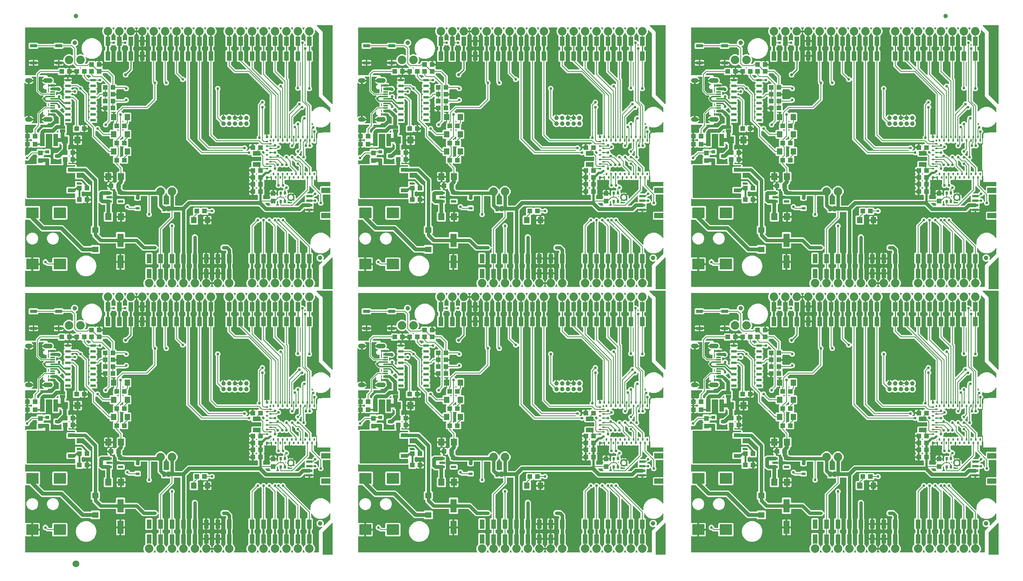
<source format=gtl>
G04 EAGLE Gerber RS-274X export*
G75*
%MOMM*%
%FSLAX34Y34*%
%LPD*%
%INTop Copper*%
%IPPOS*%
%AMOC8*
5,1,8,0,0,1.08239X$1,22.5*%
G01*
%ADD10R,1.100000X1.000000*%
%ADD11R,1.400000X1.600000*%
%ADD12R,1.400000X3.000000*%
%ADD13R,1.000000X1.100000*%
%ADD14R,0.900000X0.800000*%
%ADD15R,1.524000X0.838200*%
%ADD16R,1.778000X3.124200*%
%ADD17C,1.000000*%
%ADD18R,1.000000X2.000000*%
%ADD19C,0.508000*%
%ADD20R,1.200000X1.400000*%
%ADD21R,1.470000X1.270000*%
%ADD22R,2.800000X2.400000*%
%ADD23R,1.200000X0.550000*%
%ADD24R,2.000000X1.200000*%
%ADD25R,1.350000X0.600000*%
%ADD26R,1.016000X0.300000*%
%ADD27R,1.016000X0.600000*%
%ADD28R,1.016000X0.550000*%
%ADD29C,1.000000*%
%ADD30R,1.200000X0.600000*%
%ADD31R,1.524000X0.762000*%
%ADD32R,1.270000X0.635000*%
%ADD33R,1.000000X2.800000*%
%ADD34R,0.830000X0.630000*%
%ADD35C,1.879600*%
%ADD36R,0.635000X1.270000*%
%ADD37R,0.406400X0.254000*%
%ADD38R,1.800000X1.000000*%
%ADD39R,0.522000X0.725000*%
%ADD40R,0.200000X0.500000*%
%ADD41R,0.500000X0.200000*%
%ADD42R,0.400000X0.600000*%
%ADD43R,0.600000X0.600000*%
%ADD44R,0.600000X0.400000*%
%ADD45C,1.500000*%
%ADD46C,0.177800*%
%ADD47C,0.609600*%
%ADD48C,0.203200*%
%ADD49C,0.304800*%
%ADD50C,0.254000*%
%ADD51C,0.406400*%
%ADD52C,0.812800*%
%ADD53C,0.762000*%
%ADD54C,0.635000*%
%ADD55C,0.381000*%
%ADD56C,0.685800*%

G36*
X352320Y184925D02*
X352320Y184925D01*
X352407Y184928D01*
X352460Y184945D01*
X352515Y184953D01*
X352595Y184988D01*
X352678Y185015D01*
X352717Y185043D01*
X352774Y185069D01*
X352887Y185165D01*
X352951Y185210D01*
X364271Y196530D01*
X366885Y197613D01*
X520056Y197613D01*
X520114Y197621D01*
X520172Y197619D01*
X520254Y197641D01*
X520338Y197653D01*
X520391Y197676D01*
X520447Y197691D01*
X520520Y197734D01*
X520597Y197769D01*
X520642Y197807D01*
X520692Y197836D01*
X520750Y197898D01*
X520814Y197952D01*
X520846Y198001D01*
X520886Y198044D01*
X520925Y198119D01*
X520972Y198189D01*
X520989Y198245D01*
X521016Y198297D01*
X521027Y198365D01*
X521057Y198460D01*
X521060Y198560D01*
X521071Y198628D01*
X521071Y206836D01*
X521063Y206894D01*
X521065Y206952D01*
X521043Y207034D01*
X521031Y207118D01*
X521008Y207171D01*
X520993Y207227D01*
X520950Y207300D01*
X520915Y207377D01*
X520877Y207422D01*
X520848Y207472D01*
X520786Y207530D01*
X520732Y207594D01*
X520683Y207626D01*
X520640Y207666D01*
X520565Y207705D01*
X520495Y207752D01*
X520439Y207769D01*
X520387Y207796D01*
X520319Y207807D01*
X520224Y207837D01*
X520124Y207840D01*
X520056Y207851D01*
X519897Y207851D01*
X518519Y209230D01*
X518472Y209265D01*
X518432Y209307D01*
X518359Y209350D01*
X518292Y209401D01*
X518237Y209422D01*
X518186Y209451D01*
X518105Y209472D01*
X518026Y209502D01*
X517967Y209507D01*
X517911Y209521D01*
X517827Y209518D01*
X517743Y209525D01*
X517685Y209514D01*
X517627Y209512D01*
X517547Y209486D01*
X517464Y209470D01*
X517412Y209443D01*
X517356Y209425D01*
X517300Y209385D01*
X517211Y209339D01*
X517139Y209270D01*
X517083Y209230D01*
X516720Y208867D01*
X516141Y208532D01*
X515494Y208359D01*
X511691Y208359D01*
X511691Y214884D01*
X511683Y214942D01*
X511684Y215000D01*
X511663Y215082D01*
X511651Y215165D01*
X511627Y215219D01*
X511613Y215275D01*
X511570Y215348D01*
X511535Y215425D01*
X511497Y215469D01*
X511467Y215520D01*
X511406Y215577D01*
X511351Y215642D01*
X511303Y215674D01*
X511260Y215714D01*
X511185Y215753D01*
X511115Y215799D01*
X511059Y215817D01*
X511007Y215844D01*
X510939Y215855D01*
X510844Y215885D01*
X510744Y215888D01*
X510676Y215899D01*
X509659Y215899D01*
X509659Y215901D01*
X510676Y215901D01*
X510734Y215909D01*
X510792Y215908D01*
X510874Y215929D01*
X510957Y215941D01*
X511011Y215965D01*
X511067Y215979D01*
X511140Y216022D01*
X511217Y216057D01*
X511261Y216095D01*
X511312Y216125D01*
X511369Y216186D01*
X511434Y216241D01*
X511466Y216289D01*
X511506Y216332D01*
X511545Y216407D01*
X511591Y216477D01*
X511609Y216533D01*
X511636Y216585D01*
X511647Y216653D01*
X511677Y216748D01*
X511680Y216848D01*
X511691Y216916D01*
X511691Y231394D01*
X511683Y231452D01*
X511684Y231510D01*
X511663Y231592D01*
X511651Y231675D01*
X511627Y231729D01*
X511613Y231785D01*
X511570Y231858D01*
X511535Y231935D01*
X511497Y231979D01*
X511467Y232030D01*
X511406Y232087D01*
X511351Y232152D01*
X511303Y232184D01*
X511260Y232224D01*
X511185Y232263D01*
X511115Y232309D01*
X511059Y232327D01*
X511007Y232354D01*
X510939Y232365D01*
X510844Y232395D01*
X510744Y232398D01*
X510676Y232409D01*
X509659Y232409D01*
X509659Y232411D01*
X510676Y232411D01*
X510734Y232419D01*
X510792Y232418D01*
X510874Y232439D01*
X510957Y232451D01*
X511011Y232475D01*
X511067Y232489D01*
X511140Y232532D01*
X511217Y232567D01*
X511261Y232605D01*
X511312Y232635D01*
X511369Y232696D01*
X511434Y232751D01*
X511466Y232799D01*
X511506Y232842D01*
X511545Y232917D01*
X511591Y232987D01*
X511609Y233043D01*
X511636Y233095D01*
X511647Y233163D01*
X511677Y233258D01*
X511680Y233358D01*
X511691Y233426D01*
X511691Y246634D01*
X511683Y246692D01*
X511684Y246750D01*
X511663Y246832D01*
X511651Y246915D01*
X511627Y246969D01*
X511613Y247025D01*
X511570Y247098D01*
X511535Y247175D01*
X511497Y247219D01*
X511467Y247270D01*
X511406Y247327D01*
X511351Y247392D01*
X511303Y247424D01*
X511260Y247464D01*
X511185Y247503D01*
X511115Y247549D01*
X511059Y247567D01*
X511007Y247594D01*
X510939Y247605D01*
X510844Y247635D01*
X510744Y247638D01*
X510676Y247649D01*
X509659Y247649D01*
X509659Y247651D01*
X510676Y247651D01*
X510734Y247659D01*
X510792Y247658D01*
X510874Y247679D01*
X510957Y247691D01*
X511011Y247715D01*
X511067Y247729D01*
X511140Y247772D01*
X511217Y247807D01*
X511261Y247845D01*
X511312Y247875D01*
X511369Y247936D01*
X511434Y247991D01*
X511466Y248039D01*
X511506Y248082D01*
X511545Y248157D01*
X511591Y248227D01*
X511609Y248283D01*
X511636Y248335D01*
X511647Y248403D01*
X511677Y248498D01*
X511680Y248598D01*
X511691Y248666D01*
X511691Y261874D01*
X511683Y261932D01*
X511684Y261990D01*
X511663Y262072D01*
X511651Y262155D01*
X511627Y262209D01*
X511613Y262265D01*
X511570Y262338D01*
X511535Y262415D01*
X511497Y262459D01*
X511467Y262510D01*
X511406Y262567D01*
X511351Y262632D01*
X511303Y262664D01*
X511260Y262704D01*
X511185Y262743D01*
X511115Y262789D01*
X511059Y262807D01*
X511007Y262834D01*
X510939Y262845D01*
X510844Y262875D01*
X510744Y262878D01*
X510676Y262889D01*
X509659Y262889D01*
X509659Y263906D01*
X509651Y263964D01*
X509652Y264022D01*
X509631Y264104D01*
X509619Y264187D01*
X509595Y264241D01*
X509581Y264297D01*
X509538Y264370D01*
X509503Y264447D01*
X509465Y264491D01*
X509435Y264542D01*
X509374Y264599D01*
X509319Y264664D01*
X509271Y264696D01*
X509228Y264736D01*
X509153Y264775D01*
X509083Y264821D01*
X509027Y264839D01*
X508975Y264866D01*
X508907Y264877D01*
X508812Y264907D01*
X508712Y264910D01*
X508644Y264921D01*
X501619Y264921D01*
X501619Y268224D01*
X501792Y268871D01*
X502127Y269450D01*
X502600Y269923D01*
X503179Y270258D01*
X503826Y270431D01*
X505096Y270431D01*
X505154Y270439D01*
X505212Y270437D01*
X505294Y270459D01*
X505378Y270471D01*
X505431Y270494D01*
X505487Y270509D01*
X505560Y270552D01*
X505637Y270587D01*
X505682Y270625D01*
X505732Y270654D01*
X505790Y270716D01*
X505854Y270770D01*
X505886Y270819D01*
X505926Y270862D01*
X505965Y270937D01*
X506012Y271007D01*
X506029Y271063D01*
X506056Y271115D01*
X506067Y271183D01*
X506097Y271278D01*
X506100Y271378D01*
X506111Y271446D01*
X506111Y282053D01*
X507897Y283839D01*
X527050Y283839D01*
X527108Y283847D01*
X527166Y283845D01*
X527248Y283867D01*
X527332Y283879D01*
X527385Y283902D01*
X527441Y283917D01*
X527514Y283960D01*
X527591Y283995D01*
X527636Y284033D01*
X527686Y284062D01*
X527744Y284124D01*
X527808Y284178D01*
X527840Y284227D01*
X527880Y284270D01*
X527919Y284345D01*
X527966Y284415D01*
X527983Y284471D01*
X528010Y284523D01*
X528021Y284591D01*
X528051Y284686D01*
X528054Y284786D01*
X528065Y284854D01*
X528065Y291726D01*
X528057Y291784D01*
X528059Y291842D01*
X528037Y291924D01*
X528025Y292008D01*
X528002Y292061D01*
X527987Y292117D01*
X527944Y292190D01*
X527909Y292267D01*
X527871Y292312D01*
X527842Y292362D01*
X527780Y292420D01*
X527726Y292484D01*
X527677Y292516D01*
X527634Y292556D01*
X527559Y292595D01*
X527489Y292642D01*
X527433Y292659D01*
X527381Y292686D01*
X527313Y292697D01*
X527218Y292727D01*
X527118Y292730D01*
X527050Y292741D01*
X507897Y292741D01*
X506111Y294527D01*
X506111Y295989D01*
X506095Y296103D01*
X506085Y296218D01*
X506075Y296243D01*
X506071Y296271D01*
X506024Y296376D01*
X505983Y296483D01*
X505967Y296505D01*
X505955Y296530D01*
X505881Y296618D01*
X505812Y296710D01*
X505789Y296726D01*
X505772Y296747D01*
X505676Y296811D01*
X505584Y296880D01*
X505558Y296890D01*
X505535Y296905D01*
X505425Y296940D01*
X505318Y296980D01*
X505290Y296982D01*
X505264Y296991D01*
X505149Y296994D01*
X505035Y297003D01*
X505010Y296997D01*
X504980Y296998D01*
X504723Y296931D01*
X504707Y296927D01*
X502863Y296163D01*
X500437Y296163D01*
X498196Y297091D01*
X497390Y297898D01*
X497320Y297950D01*
X497256Y298010D01*
X497207Y298036D01*
X497163Y298069D01*
X497081Y298100D01*
X497003Y298140D01*
X496956Y298148D01*
X496897Y298170D01*
X496749Y298182D01*
X496672Y298195D01*
X398664Y298195D01*
X398578Y298183D01*
X398490Y298180D01*
X398438Y298163D01*
X398383Y298155D01*
X398303Y298120D01*
X398220Y298093D01*
X398180Y298065D01*
X398123Y298039D01*
X398119Y298035D01*
X394716Y298035D01*
X392038Y300714D01*
X361695Y331056D01*
X361695Y461566D01*
X361683Y461651D01*
X361681Y461737D01*
X361663Y461791D01*
X361655Y461847D01*
X361620Y461926D01*
X361594Y462008D01*
X361562Y462055D01*
X361539Y462107D01*
X361484Y462172D01*
X361436Y462244D01*
X361392Y462280D01*
X361356Y462324D01*
X361284Y462371D01*
X361218Y462427D01*
X361166Y462450D01*
X361119Y462481D01*
X361037Y462507D01*
X360958Y462542D01*
X360902Y462550D01*
X360848Y462567D01*
X360762Y462569D01*
X360677Y462581D01*
X360621Y462573D01*
X360564Y462574D01*
X360481Y462553D01*
X360395Y462540D01*
X360344Y462517D01*
X360289Y462503D01*
X360215Y462459D01*
X360136Y462423D01*
X360093Y462386D01*
X360044Y462357D01*
X359985Y462295D01*
X359920Y462239D01*
X359894Y462197D01*
X359850Y462150D01*
X359784Y462021D01*
X359742Y461954D01*
X359499Y461366D01*
X357784Y459651D01*
X355543Y458723D01*
X353117Y458723D01*
X350876Y459651D01*
X349161Y461366D01*
X348233Y463607D01*
X348233Y464748D01*
X348221Y464834D01*
X348218Y464922D01*
X348201Y464974D01*
X348193Y465029D01*
X348158Y465109D01*
X348131Y465192D01*
X348103Y465232D01*
X348077Y465289D01*
X347981Y465402D01*
X347936Y465466D01*
X336295Y477106D01*
X336295Y502836D01*
X336288Y502889D01*
X336289Y502919D01*
X336288Y502922D01*
X336289Y502952D01*
X336267Y503034D01*
X336255Y503118D01*
X336232Y503171D01*
X336217Y503227D01*
X336174Y503300D01*
X336139Y503377D01*
X336101Y503422D01*
X336072Y503472D01*
X336010Y503530D01*
X335956Y503594D01*
X335907Y503626D01*
X335864Y503666D01*
X335789Y503705D01*
X335719Y503752D01*
X335663Y503769D01*
X335611Y503796D01*
X335543Y503807D01*
X335448Y503837D01*
X335348Y503840D01*
X335280Y503851D01*
X334097Y503851D01*
X332311Y505637D01*
X332311Y528163D01*
X334217Y530069D01*
X334220Y530070D01*
X334297Y530105D01*
X334342Y530143D01*
X334392Y530172D01*
X334450Y530234D01*
X334514Y530288D01*
X334546Y530337D01*
X334586Y530380D01*
X334625Y530455D01*
X334672Y530525D01*
X334689Y530581D01*
X334716Y530633D01*
X334727Y530701D01*
X334757Y530796D01*
X334760Y530896D01*
X334771Y530964D01*
X334771Y535836D01*
X334763Y535894D01*
X334765Y535952D01*
X334743Y536034D01*
X334731Y536118D01*
X334708Y536171D01*
X334693Y536227D01*
X334650Y536300D01*
X334615Y536377D01*
X334577Y536422D01*
X334548Y536472D01*
X334486Y536530D01*
X334432Y536594D01*
X334383Y536626D01*
X334340Y536666D01*
X334265Y536705D01*
X334201Y536748D01*
X332311Y538637D01*
X332311Y561526D01*
X332299Y561612D01*
X332296Y561700D01*
X332279Y561753D01*
X332271Y561807D01*
X332236Y561887D01*
X332209Y561970D01*
X332181Y562010D01*
X332155Y562067D01*
X332059Y562180D01*
X332014Y562244D01*
X329808Y564449D01*
X328598Y567371D01*
X328583Y567396D01*
X328574Y567424D01*
X328511Y567519D01*
X328453Y567616D01*
X328432Y567636D01*
X328416Y567661D01*
X328329Y567734D01*
X328247Y567811D01*
X328221Y567825D01*
X328198Y567844D01*
X328095Y567890D01*
X327994Y567941D01*
X327965Y567947D01*
X327938Y567959D01*
X327826Y567975D01*
X327715Y567996D01*
X327686Y567994D01*
X327657Y567998D01*
X327545Y567982D01*
X327432Y567972D01*
X327405Y567961D01*
X327375Y567957D01*
X327272Y567911D01*
X327167Y567870D01*
X327143Y567852D01*
X327116Y567840D01*
X327030Y567767D01*
X326940Y567698D01*
X326922Y567675D01*
X326900Y567656D01*
X326858Y567589D01*
X326770Y567471D01*
X326748Y567412D01*
X326722Y567371D01*
X325512Y564449D01*
X323306Y562244D01*
X323254Y562174D01*
X323194Y562110D01*
X323168Y562061D01*
X323135Y562017D01*
X323104Y561935D01*
X323064Y561857D01*
X323056Y561809D01*
X323034Y561751D01*
X323022Y561603D01*
X323009Y561526D01*
X323009Y538637D01*
X321103Y536731D01*
X321100Y536730D01*
X321023Y536695D01*
X320978Y536657D01*
X320928Y536628D01*
X320870Y536566D01*
X320806Y536512D01*
X320774Y536463D01*
X320734Y536420D01*
X320695Y536345D01*
X320648Y536275D01*
X320631Y536219D01*
X320604Y536167D01*
X320593Y536099D01*
X320563Y536004D01*
X320560Y535904D01*
X320549Y535836D01*
X320549Y530964D01*
X320557Y530906D01*
X320555Y530848D01*
X320577Y530766D01*
X320589Y530682D01*
X320612Y530629D01*
X320627Y530573D01*
X320670Y530500D01*
X320705Y530423D01*
X320743Y530378D01*
X320772Y530328D01*
X320834Y530270D01*
X320888Y530206D01*
X320937Y530174D01*
X320980Y530134D01*
X321055Y530095D01*
X321119Y530052D01*
X323009Y528163D01*
X323009Y505637D01*
X321223Y503851D01*
X320040Y503851D01*
X319982Y503843D01*
X319924Y503845D01*
X319842Y503823D01*
X319758Y503811D01*
X319705Y503788D01*
X319649Y503773D01*
X319576Y503730D01*
X319499Y503695D01*
X319454Y503657D01*
X319404Y503628D01*
X319346Y503566D01*
X319282Y503512D01*
X319250Y503463D01*
X319210Y503420D01*
X319171Y503345D01*
X319124Y503275D01*
X319107Y503219D01*
X319080Y503167D01*
X319069Y503099D01*
X319039Y503004D01*
X319036Y502904D01*
X319025Y502836D01*
X319025Y463846D01*
X319025Y463844D01*
X319025Y463843D01*
X319045Y463702D01*
X319065Y463564D01*
X319065Y463563D01*
X319065Y463561D01*
X319122Y463435D01*
X319181Y463305D01*
X319182Y463304D01*
X319183Y463302D01*
X319274Y463195D01*
X319364Y463088D01*
X319366Y463087D01*
X319367Y463086D01*
X319380Y463078D01*
X319601Y462930D01*
X319630Y462921D01*
X319651Y462908D01*
X320954Y462369D01*
X322669Y460654D01*
X323597Y458413D01*
X323597Y455987D01*
X322669Y453746D01*
X320954Y452031D01*
X318713Y451103D01*
X316287Y451103D01*
X314046Y452031D01*
X312331Y453746D01*
X311403Y455987D01*
X311403Y457128D01*
X311395Y457184D01*
X311397Y457233D01*
X311390Y457260D01*
X311388Y457302D01*
X311371Y457354D01*
X311363Y457409D01*
X311332Y457478D01*
X311325Y457508D01*
X311318Y457520D01*
X311301Y457572D01*
X311273Y457612D01*
X311247Y457669D01*
X311187Y457740D01*
X311180Y457752D01*
X311164Y457766D01*
X311151Y457782D01*
X311106Y457846D01*
X310895Y458056D01*
X310895Y502836D01*
X310888Y502889D01*
X310889Y502919D01*
X310888Y502922D01*
X310889Y502952D01*
X310867Y503034D01*
X310855Y503118D01*
X310832Y503171D01*
X310817Y503227D01*
X310774Y503300D01*
X310739Y503377D01*
X310701Y503422D01*
X310672Y503472D01*
X310610Y503530D01*
X310556Y503594D01*
X310507Y503626D01*
X310464Y503666D01*
X310389Y503705D01*
X310319Y503752D01*
X310263Y503769D01*
X310211Y503796D01*
X310143Y503807D01*
X310048Y503837D01*
X309948Y503840D01*
X309880Y503851D01*
X308697Y503851D01*
X306911Y505637D01*
X306911Y528163D01*
X308817Y530069D01*
X308820Y530070D01*
X308897Y530105D01*
X308942Y530143D01*
X308992Y530172D01*
X309050Y530234D01*
X309114Y530288D01*
X309146Y530337D01*
X309186Y530380D01*
X309225Y530455D01*
X309272Y530525D01*
X309289Y530581D01*
X309316Y530633D01*
X309327Y530701D01*
X309357Y530796D01*
X309360Y530896D01*
X309371Y530964D01*
X309371Y535836D01*
X309363Y535894D01*
X309365Y535952D01*
X309343Y536034D01*
X309331Y536118D01*
X309308Y536171D01*
X309293Y536227D01*
X309250Y536300D01*
X309215Y536377D01*
X309177Y536422D01*
X309148Y536472D01*
X309086Y536530D01*
X309032Y536594D01*
X308983Y536626D01*
X308940Y536666D01*
X308865Y536705D01*
X308801Y536748D01*
X306911Y538637D01*
X306911Y561526D01*
X306899Y561613D01*
X306896Y561700D01*
X306879Y561753D01*
X306871Y561807D01*
X306836Y561887D01*
X306809Y561970D01*
X306781Y562010D01*
X306755Y562067D01*
X306659Y562180D01*
X306614Y562244D01*
X304408Y564449D01*
X303198Y567371D01*
X303183Y567396D01*
X303174Y567424D01*
X303111Y567519D01*
X303053Y567616D01*
X303032Y567636D01*
X303016Y567661D01*
X302929Y567734D01*
X302847Y567811D01*
X302821Y567825D01*
X302798Y567844D01*
X302695Y567890D01*
X302594Y567941D01*
X302565Y567947D01*
X302538Y567959D01*
X302426Y567975D01*
X302315Y567996D01*
X302286Y567994D01*
X302257Y567998D01*
X302145Y567982D01*
X302032Y567972D01*
X302005Y567961D01*
X301975Y567957D01*
X301872Y567911D01*
X301767Y567870D01*
X301743Y567852D01*
X301716Y567840D01*
X301630Y567767D01*
X301540Y567698D01*
X301522Y567675D01*
X301500Y567656D01*
X301458Y567589D01*
X301370Y567471D01*
X301348Y567412D01*
X301322Y567371D01*
X300112Y564449D01*
X297906Y562244D01*
X297854Y562174D01*
X297794Y562110D01*
X297768Y562061D01*
X297735Y562017D01*
X297704Y561935D01*
X297664Y561857D01*
X297656Y561809D01*
X297634Y561751D01*
X297622Y561603D01*
X297609Y561526D01*
X297609Y538637D01*
X295703Y536731D01*
X295700Y536730D01*
X295623Y536695D01*
X295578Y536657D01*
X295528Y536628D01*
X295470Y536566D01*
X295406Y536512D01*
X295374Y536463D01*
X295334Y536420D01*
X295295Y536345D01*
X295248Y536275D01*
X295231Y536219D01*
X295204Y536167D01*
X295193Y536099D01*
X295163Y536004D01*
X295160Y535904D01*
X295149Y535836D01*
X295149Y530964D01*
X295157Y530906D01*
X295155Y530848D01*
X295177Y530766D01*
X295189Y530682D01*
X295212Y530629D01*
X295227Y530573D01*
X295270Y530500D01*
X295305Y530423D01*
X295343Y530378D01*
X295372Y530328D01*
X295434Y530270D01*
X295488Y530206D01*
X295537Y530174D01*
X295580Y530134D01*
X295655Y530095D01*
X295719Y530052D01*
X297609Y528163D01*
X297609Y505637D01*
X295823Y503851D01*
X294640Y503851D01*
X294582Y503843D01*
X294524Y503845D01*
X294442Y503823D01*
X294358Y503811D01*
X294305Y503788D01*
X294249Y503773D01*
X294176Y503730D01*
X294099Y503695D01*
X294054Y503657D01*
X294004Y503628D01*
X293946Y503566D01*
X293882Y503512D01*
X293850Y503463D01*
X293810Y503420D01*
X293771Y503345D01*
X293724Y503275D01*
X293707Y503219D01*
X293680Y503167D01*
X293669Y503099D01*
X293639Y503004D01*
X293636Y502904D01*
X293625Y502836D01*
X293625Y463846D01*
X293625Y463844D01*
X293625Y463843D01*
X293645Y463702D01*
X293665Y463564D01*
X293665Y463563D01*
X293665Y463561D01*
X293722Y463435D01*
X293781Y463305D01*
X293782Y463304D01*
X293783Y463302D01*
X293874Y463195D01*
X293964Y463088D01*
X293966Y463087D01*
X293967Y463086D01*
X293980Y463078D01*
X294201Y462930D01*
X294230Y462921D01*
X294251Y462908D01*
X295554Y462369D01*
X297269Y460654D01*
X298197Y458413D01*
X298197Y455987D01*
X297269Y453746D01*
X296462Y452940D01*
X296410Y452870D01*
X296350Y452806D01*
X296324Y452757D01*
X296291Y452713D01*
X296260Y452631D01*
X296220Y452553D01*
X296212Y452506D01*
X296190Y452447D01*
X296178Y452299D01*
X296165Y452222D01*
X296165Y418686D01*
X276004Y398525D01*
X223084Y398525D01*
X222998Y398513D01*
X222910Y398510D01*
X222858Y398493D01*
X222803Y398485D01*
X222723Y398450D01*
X222640Y398423D01*
X222600Y398395D01*
X222543Y398369D01*
X222430Y398273D01*
X222366Y398228D01*
X218521Y394383D01*
X218452Y394291D01*
X218378Y394203D01*
X218367Y394178D01*
X218350Y394156D01*
X218309Y394048D01*
X218263Y393943D01*
X218259Y393916D01*
X218249Y393890D01*
X218240Y393775D01*
X218224Y393662D01*
X218228Y393634D01*
X218225Y393607D01*
X218248Y393494D01*
X218264Y393380D01*
X218276Y393355D01*
X218281Y393328D01*
X218334Y393226D01*
X218382Y393121D01*
X218400Y393100D01*
X218412Y393076D01*
X218491Y392992D01*
X218566Y392905D01*
X218587Y392892D01*
X218608Y392869D01*
X218838Y392735D01*
X218851Y392727D01*
X218853Y392726D01*
X219354Y392519D01*
X221069Y390804D01*
X221168Y390564D01*
X221226Y390466D01*
X221279Y390364D01*
X221298Y390343D01*
X221312Y390320D01*
X221396Y390241D01*
X221475Y390157D01*
X221499Y390143D01*
X221519Y390124D01*
X221621Y390072D01*
X221720Y390014D01*
X221747Y390007D01*
X221771Y389994D01*
X221885Y389972D01*
X221995Y389944D01*
X222023Y389945D01*
X222050Y389939D01*
X222165Y389949D01*
X222280Y389953D01*
X222306Y389961D01*
X222334Y389964D01*
X222441Y390005D01*
X222550Y390040D01*
X222571Y390055D01*
X222599Y390066D01*
X222812Y390227D01*
X222823Y390235D01*
X223637Y391049D01*
X238163Y391049D01*
X239949Y389263D01*
X239949Y372737D01*
X238163Y370951D01*
X235980Y370951D01*
X235922Y370943D01*
X235864Y370945D01*
X235782Y370923D01*
X235698Y370911D01*
X235645Y370888D01*
X235589Y370873D01*
X235516Y370830D01*
X235439Y370795D01*
X235394Y370757D01*
X235344Y370728D01*
X235286Y370666D01*
X235222Y370612D01*
X235190Y370563D01*
X235150Y370520D01*
X235111Y370445D01*
X235064Y370375D01*
X235047Y370319D01*
X235020Y370267D01*
X235009Y370199D01*
X234979Y370104D01*
X234976Y370004D01*
X234965Y369936D01*
X234965Y366766D01*
X233246Y365048D01*
X233194Y364978D01*
X233134Y364914D01*
X233108Y364865D01*
X233075Y364821D01*
X233044Y364739D01*
X233004Y364661D01*
X232996Y364613D01*
X232974Y364555D01*
X232962Y364407D01*
X232949Y364330D01*
X232949Y355687D01*
X231943Y354682D01*
X231926Y354658D01*
X231903Y354639D01*
X231841Y354545D01*
X231773Y354455D01*
X231762Y354427D01*
X231746Y354403D01*
X231712Y354295D01*
X231671Y354189D01*
X231669Y354160D01*
X231660Y354132D01*
X231657Y354018D01*
X231648Y353906D01*
X231653Y353877D01*
X231653Y353848D01*
X231681Y353738D01*
X231704Y353627D01*
X231717Y353601D01*
X231725Y353573D01*
X231782Y353475D01*
X231835Y353375D01*
X231855Y353353D01*
X231870Y353328D01*
X231952Y353251D01*
X232030Y353169D01*
X232056Y353154D01*
X232077Y353134D01*
X232178Y353082D01*
X232276Y353025D01*
X232304Y353018D01*
X232330Y353004D01*
X232408Y352991D01*
X232551Y352955D01*
X232614Y352957D01*
X232661Y352949D01*
X238163Y352949D01*
X239949Y351163D01*
X239949Y334637D01*
X238163Y332851D01*
X233610Y332851D01*
X233524Y332839D01*
X233436Y332836D01*
X233384Y332819D01*
X233329Y332811D01*
X233249Y332776D01*
X233166Y332749D01*
X233126Y332721D01*
X233069Y332695D01*
X232956Y332599D01*
X232892Y332554D01*
X232418Y332079D01*
X232383Y332033D01*
X232340Y331992D01*
X232298Y331920D01*
X232247Y331852D01*
X232226Y331798D01*
X232197Y331747D01*
X232176Y331665D01*
X232146Y331587D01*
X232141Y331528D01*
X232126Y331472D01*
X232129Y331388D01*
X232122Y331303D01*
X232134Y331246D01*
X232136Y331188D01*
X232161Y331107D01*
X232178Y331025D01*
X232205Y330973D01*
X232223Y330917D01*
X232263Y330861D01*
X232309Y330772D01*
X232378Y330700D01*
X232418Y330644D01*
X232949Y330113D01*
X232949Y317587D01*
X231943Y316582D01*
X231926Y316558D01*
X231903Y316539D01*
X231841Y316445D01*
X231773Y316355D01*
X231762Y316327D01*
X231746Y316303D01*
X231712Y316195D01*
X231671Y316089D01*
X231669Y316060D01*
X231660Y316032D01*
X231657Y315918D01*
X231648Y315806D01*
X231653Y315777D01*
X231653Y315748D01*
X231681Y315638D01*
X231704Y315527D01*
X231717Y315501D01*
X231725Y315473D01*
X231782Y315375D01*
X231835Y315275D01*
X231855Y315253D01*
X231870Y315228D01*
X231952Y315151D01*
X232030Y315069D01*
X232056Y315054D01*
X232077Y315034D01*
X232178Y314982D01*
X232276Y314925D01*
X232304Y314918D01*
X232330Y314904D01*
X232408Y314891D01*
X232551Y314855D01*
X232614Y314857D01*
X232661Y314849D01*
X238163Y314849D01*
X239949Y313063D01*
X239949Y296537D01*
X238163Y294751D01*
X233610Y294751D01*
X233524Y294739D01*
X233436Y294736D01*
X233384Y294719D01*
X233329Y294711D01*
X233249Y294676D01*
X233166Y294649D01*
X233126Y294621D01*
X233069Y294595D01*
X232956Y294499D01*
X232892Y294454D01*
X232418Y293979D01*
X232383Y293933D01*
X232340Y293892D01*
X232298Y293820D01*
X232247Y293752D01*
X232226Y293698D01*
X232197Y293647D01*
X232176Y293565D01*
X232146Y293487D01*
X232141Y293428D01*
X232126Y293372D01*
X232129Y293288D01*
X232122Y293203D01*
X232134Y293146D01*
X232136Y293088D01*
X232161Y293007D01*
X232178Y292925D01*
X232205Y292873D01*
X232223Y292817D01*
X232263Y292761D01*
X232309Y292672D01*
X232378Y292600D01*
X232418Y292544D01*
X232949Y292013D01*
X232949Y279487D01*
X231163Y277701D01*
X217637Y277701D01*
X216618Y278721D01*
X216571Y278756D01*
X216531Y278798D01*
X216458Y278841D01*
X216391Y278891D01*
X216336Y278912D01*
X216286Y278942D01*
X216204Y278963D01*
X216125Y278993D01*
X216067Y278998D01*
X216010Y279012D01*
X215926Y279009D01*
X215842Y279016D01*
X215784Y279005D01*
X215726Y279003D01*
X215646Y278977D01*
X215563Y278960D01*
X215511Y278933D01*
X215455Y278915D01*
X215399Y278875D01*
X215311Y278829D01*
X215238Y278761D01*
X215182Y278721D01*
X214393Y277931D01*
X214358Y277885D01*
X214315Y277844D01*
X214273Y277772D01*
X214222Y277704D01*
X214201Y277649D01*
X214172Y277599D01*
X214151Y277517D01*
X214121Y277438D01*
X214116Y277380D01*
X214101Y277324D01*
X214104Y277239D01*
X214097Y277155D01*
X214109Y277098D01*
X214111Y277039D01*
X214136Y276959D01*
X214153Y276876D01*
X214180Y276824D01*
X214198Y276769D01*
X214238Y276713D01*
X214284Y276624D01*
X214353Y276552D01*
X214393Y276496D01*
X221265Y269624D01*
X221265Y260984D01*
X221273Y260926D01*
X221271Y260868D01*
X221293Y260786D01*
X221305Y260702D01*
X221328Y260649D01*
X221343Y260593D01*
X221386Y260520D01*
X221421Y260443D01*
X221459Y260398D01*
X221488Y260348D01*
X221550Y260290D01*
X221604Y260226D01*
X221653Y260194D01*
X221696Y260154D01*
X221771Y260115D01*
X221841Y260068D01*
X221897Y260051D01*
X221949Y260024D01*
X222017Y260013D01*
X222112Y259983D01*
X222212Y259980D01*
X222280Y259969D01*
X225463Y259969D01*
X227249Y258183D01*
X227249Y239657D01*
X225463Y237871D01*
X225328Y237871D01*
X225270Y237863D01*
X225212Y237865D01*
X225130Y237843D01*
X225046Y237831D01*
X224993Y237808D01*
X224937Y237793D01*
X224864Y237750D01*
X224787Y237715D01*
X224742Y237677D01*
X224692Y237648D01*
X224634Y237586D01*
X224570Y237532D01*
X224538Y237483D01*
X224498Y237440D01*
X224459Y237365D01*
X224412Y237295D01*
X224395Y237239D01*
X224368Y237187D01*
X224357Y237119D01*
X224327Y237024D01*
X224324Y236924D01*
X224313Y236856D01*
X224313Y236105D01*
X223230Y233491D01*
X220546Y230807D01*
X220494Y230737D01*
X220434Y230673D01*
X220408Y230624D01*
X220375Y230580D01*
X220344Y230498D01*
X220304Y230420D01*
X220296Y230373D01*
X220274Y230314D01*
X220262Y230167D01*
X220249Y230089D01*
X220249Y222031D01*
X220261Y221944D01*
X220264Y221857D01*
X220281Y221804D01*
X220289Y221749D01*
X220324Y221669D01*
X220351Y221586D01*
X220379Y221547D01*
X220405Y221490D01*
X220501Y221377D01*
X220546Y221313D01*
X221749Y220110D01*
X221819Y220058D01*
X221883Y219998D01*
X221932Y219972D01*
X221976Y219939D01*
X222058Y219908D01*
X222136Y219868D01*
X222183Y219860D01*
X222242Y219838D01*
X222389Y219826D01*
X222467Y219813D01*
X226865Y219813D01*
X227291Y219636D01*
X227321Y219628D01*
X227349Y219614D01*
X227426Y219601D01*
X227567Y219565D01*
X227631Y219567D01*
X227680Y219559D01*
X292165Y219559D01*
X292166Y219559D01*
X292168Y219559D01*
X292308Y219579D01*
X292446Y219599D01*
X292448Y219599D01*
X292449Y219599D01*
X292575Y219656D01*
X292706Y219715D01*
X292707Y219716D01*
X292708Y219717D01*
X292816Y219808D01*
X292923Y219898D01*
X292924Y219900D01*
X292925Y219901D01*
X292933Y219914D01*
X293080Y220135D01*
X293090Y220164D01*
X293103Y220185D01*
X294248Y222951D01*
X297749Y226452D01*
X302324Y228347D01*
X307276Y228347D01*
X311851Y226452D01*
X315352Y222951D01*
X316562Y220029D01*
X316577Y220004D01*
X316586Y219976D01*
X316649Y219881D01*
X316707Y219784D01*
X316728Y219764D01*
X316744Y219739D01*
X316831Y219666D01*
X316913Y219589D01*
X316939Y219575D01*
X316962Y219556D01*
X317065Y219510D01*
X317166Y219459D01*
X317195Y219453D01*
X317222Y219441D01*
X317334Y219425D01*
X317445Y219404D01*
X317474Y219406D01*
X317503Y219402D01*
X317615Y219418D01*
X317728Y219428D01*
X317755Y219439D01*
X317785Y219443D01*
X317888Y219489D01*
X317993Y219530D01*
X318017Y219548D01*
X318044Y219560D01*
X318130Y219633D01*
X318220Y219702D01*
X318238Y219725D01*
X318260Y219744D01*
X318302Y219811D01*
X318390Y219929D01*
X318412Y219988D01*
X318438Y220029D01*
X319648Y222951D01*
X323149Y226452D01*
X327724Y228347D01*
X332676Y228347D01*
X337251Y226452D01*
X340752Y222951D01*
X342647Y218376D01*
X342647Y213424D01*
X340752Y208849D01*
X337356Y205454D01*
X337304Y205384D01*
X337244Y205320D01*
X337218Y205271D01*
X337185Y205227D01*
X337154Y205145D01*
X337114Y205067D01*
X337106Y205019D01*
X337084Y204961D01*
X337072Y204813D01*
X337059Y204736D01*
X337059Y185928D01*
X337067Y185870D01*
X337065Y185812D01*
X337087Y185730D01*
X337099Y185646D01*
X337122Y185593D01*
X337137Y185537D01*
X337180Y185464D01*
X337215Y185387D01*
X337253Y185342D01*
X337282Y185292D01*
X337344Y185234D01*
X337398Y185170D01*
X337447Y185138D01*
X337490Y185098D01*
X337565Y185059D01*
X337635Y185012D01*
X337691Y184995D01*
X337743Y184968D01*
X337811Y184957D01*
X337906Y184927D01*
X338006Y184924D01*
X338074Y184913D01*
X352233Y184913D01*
X352320Y184925D01*
G37*
G36*
X1830600Y774205D02*
X1830600Y774205D01*
X1830687Y774208D01*
X1830740Y774225D01*
X1830795Y774233D01*
X1830875Y774268D01*
X1830958Y774295D01*
X1830997Y774323D01*
X1831054Y774349D01*
X1831167Y774445D01*
X1831231Y774490D01*
X1842551Y785810D01*
X1845165Y786893D01*
X1998336Y786893D01*
X1998394Y786901D01*
X1998452Y786899D01*
X1998534Y786921D01*
X1998618Y786933D01*
X1998671Y786956D01*
X1998727Y786971D01*
X1998800Y787014D01*
X1998877Y787049D01*
X1998922Y787087D01*
X1998972Y787116D01*
X1999030Y787178D01*
X1999094Y787232D01*
X1999126Y787281D01*
X1999166Y787324D01*
X1999205Y787399D01*
X1999252Y787469D01*
X1999269Y787525D01*
X1999296Y787577D01*
X1999307Y787645D01*
X1999337Y787740D01*
X1999340Y787840D01*
X1999351Y787908D01*
X1999351Y796116D01*
X1999343Y796174D01*
X1999345Y796232D01*
X1999323Y796314D01*
X1999311Y796398D01*
X1999288Y796451D01*
X1999273Y796507D01*
X1999230Y796580D01*
X1999195Y796657D01*
X1999157Y796702D01*
X1999128Y796752D01*
X1999066Y796810D01*
X1999012Y796874D01*
X1998963Y796906D01*
X1998920Y796946D01*
X1998845Y796985D01*
X1998775Y797032D01*
X1998719Y797049D01*
X1998667Y797076D01*
X1998599Y797087D01*
X1998504Y797117D01*
X1998404Y797120D01*
X1998336Y797131D01*
X1998177Y797131D01*
X1996799Y798510D01*
X1996752Y798545D01*
X1996712Y798587D01*
X1996639Y798630D01*
X1996572Y798681D01*
X1996517Y798702D01*
X1996466Y798731D01*
X1996385Y798752D01*
X1996306Y798782D01*
X1996247Y798787D01*
X1996191Y798801D01*
X1996107Y798798D01*
X1996023Y798805D01*
X1995965Y798794D01*
X1995907Y798792D01*
X1995827Y798766D01*
X1995744Y798750D01*
X1995692Y798723D01*
X1995636Y798705D01*
X1995580Y798665D01*
X1995491Y798619D01*
X1995419Y798550D01*
X1995363Y798510D01*
X1995000Y798147D01*
X1994421Y797812D01*
X1993774Y797639D01*
X1989971Y797639D01*
X1989971Y804164D01*
X1989963Y804222D01*
X1989964Y804280D01*
X1989943Y804362D01*
X1989931Y804445D01*
X1989907Y804499D01*
X1989893Y804555D01*
X1989850Y804628D01*
X1989815Y804705D01*
X1989777Y804749D01*
X1989747Y804800D01*
X1989686Y804857D01*
X1989631Y804922D01*
X1989583Y804954D01*
X1989540Y804994D01*
X1989465Y805033D01*
X1989395Y805079D01*
X1989339Y805097D01*
X1989287Y805124D01*
X1989219Y805135D01*
X1989124Y805165D01*
X1989024Y805168D01*
X1988956Y805179D01*
X1987939Y805179D01*
X1987939Y805181D01*
X1988956Y805181D01*
X1989014Y805189D01*
X1989072Y805188D01*
X1989154Y805209D01*
X1989237Y805221D01*
X1989291Y805245D01*
X1989347Y805259D01*
X1989420Y805302D01*
X1989497Y805337D01*
X1989541Y805375D01*
X1989592Y805405D01*
X1989649Y805466D01*
X1989714Y805521D01*
X1989746Y805569D01*
X1989786Y805612D01*
X1989825Y805687D01*
X1989871Y805757D01*
X1989889Y805813D01*
X1989916Y805865D01*
X1989927Y805933D01*
X1989957Y806028D01*
X1989960Y806128D01*
X1989971Y806196D01*
X1989971Y820674D01*
X1989963Y820732D01*
X1989964Y820790D01*
X1989943Y820872D01*
X1989931Y820955D01*
X1989907Y821009D01*
X1989893Y821065D01*
X1989850Y821138D01*
X1989815Y821215D01*
X1989777Y821259D01*
X1989747Y821310D01*
X1989686Y821367D01*
X1989631Y821432D01*
X1989583Y821464D01*
X1989540Y821504D01*
X1989465Y821543D01*
X1989395Y821589D01*
X1989339Y821607D01*
X1989287Y821634D01*
X1989219Y821645D01*
X1989124Y821675D01*
X1989024Y821678D01*
X1988956Y821689D01*
X1987939Y821689D01*
X1987939Y821691D01*
X1988956Y821691D01*
X1989014Y821699D01*
X1989072Y821698D01*
X1989154Y821719D01*
X1989237Y821731D01*
X1989291Y821755D01*
X1989347Y821769D01*
X1989420Y821812D01*
X1989497Y821847D01*
X1989541Y821885D01*
X1989592Y821915D01*
X1989649Y821976D01*
X1989714Y822031D01*
X1989746Y822079D01*
X1989786Y822122D01*
X1989825Y822197D01*
X1989871Y822267D01*
X1989889Y822323D01*
X1989916Y822375D01*
X1989927Y822443D01*
X1989957Y822538D01*
X1989960Y822638D01*
X1989971Y822706D01*
X1989971Y835914D01*
X1989963Y835972D01*
X1989964Y836030D01*
X1989943Y836112D01*
X1989931Y836195D01*
X1989907Y836249D01*
X1989893Y836305D01*
X1989850Y836378D01*
X1989815Y836455D01*
X1989777Y836499D01*
X1989747Y836550D01*
X1989686Y836607D01*
X1989631Y836672D01*
X1989583Y836704D01*
X1989540Y836744D01*
X1989465Y836783D01*
X1989395Y836829D01*
X1989339Y836847D01*
X1989287Y836874D01*
X1989219Y836885D01*
X1989124Y836915D01*
X1989024Y836918D01*
X1988956Y836929D01*
X1987939Y836929D01*
X1987939Y836931D01*
X1988956Y836931D01*
X1989014Y836939D01*
X1989072Y836938D01*
X1989154Y836959D01*
X1989237Y836971D01*
X1989291Y836995D01*
X1989347Y837009D01*
X1989420Y837052D01*
X1989497Y837087D01*
X1989541Y837125D01*
X1989592Y837155D01*
X1989649Y837216D01*
X1989714Y837271D01*
X1989746Y837319D01*
X1989786Y837362D01*
X1989825Y837437D01*
X1989871Y837507D01*
X1989889Y837563D01*
X1989916Y837615D01*
X1989927Y837683D01*
X1989957Y837778D01*
X1989960Y837878D01*
X1989971Y837946D01*
X1989971Y851154D01*
X1989963Y851212D01*
X1989964Y851270D01*
X1989943Y851352D01*
X1989931Y851435D01*
X1989907Y851489D01*
X1989893Y851545D01*
X1989850Y851618D01*
X1989815Y851695D01*
X1989777Y851739D01*
X1989747Y851790D01*
X1989686Y851847D01*
X1989631Y851912D01*
X1989583Y851944D01*
X1989540Y851984D01*
X1989465Y852023D01*
X1989395Y852069D01*
X1989339Y852087D01*
X1989287Y852114D01*
X1989219Y852125D01*
X1989124Y852155D01*
X1989024Y852158D01*
X1988956Y852169D01*
X1987939Y852169D01*
X1987939Y853186D01*
X1987931Y853244D01*
X1987932Y853302D01*
X1987911Y853384D01*
X1987899Y853467D01*
X1987875Y853521D01*
X1987861Y853577D01*
X1987818Y853650D01*
X1987783Y853727D01*
X1987745Y853771D01*
X1987715Y853822D01*
X1987654Y853879D01*
X1987599Y853944D01*
X1987551Y853976D01*
X1987508Y854016D01*
X1987433Y854055D01*
X1987363Y854101D01*
X1987307Y854119D01*
X1987255Y854146D01*
X1987187Y854157D01*
X1987092Y854187D01*
X1986992Y854190D01*
X1986924Y854201D01*
X1979899Y854201D01*
X1979899Y857504D01*
X1980072Y858151D01*
X1980407Y858730D01*
X1980880Y859203D01*
X1981459Y859538D01*
X1982106Y859711D01*
X1983376Y859711D01*
X1983434Y859719D01*
X1983492Y859717D01*
X1983574Y859739D01*
X1983658Y859751D01*
X1983711Y859774D01*
X1983767Y859789D01*
X1983840Y859832D01*
X1983917Y859867D01*
X1983962Y859905D01*
X1984012Y859934D01*
X1984070Y859996D01*
X1984134Y860050D01*
X1984166Y860099D01*
X1984206Y860142D01*
X1984245Y860217D01*
X1984292Y860287D01*
X1984309Y860343D01*
X1984336Y860395D01*
X1984347Y860463D01*
X1984377Y860558D01*
X1984380Y860658D01*
X1984391Y860726D01*
X1984391Y871333D01*
X1986177Y873119D01*
X2005330Y873119D01*
X2005388Y873127D01*
X2005446Y873125D01*
X2005528Y873147D01*
X2005612Y873159D01*
X2005665Y873182D01*
X2005721Y873197D01*
X2005794Y873240D01*
X2005871Y873275D01*
X2005916Y873313D01*
X2005966Y873342D01*
X2006024Y873404D01*
X2006088Y873458D01*
X2006120Y873507D01*
X2006160Y873550D01*
X2006199Y873625D01*
X2006246Y873695D01*
X2006263Y873751D01*
X2006290Y873803D01*
X2006301Y873871D01*
X2006331Y873966D01*
X2006334Y874066D01*
X2006345Y874134D01*
X2006345Y881006D01*
X2006337Y881064D01*
X2006339Y881122D01*
X2006317Y881204D01*
X2006305Y881288D01*
X2006282Y881341D01*
X2006267Y881397D01*
X2006224Y881470D01*
X2006189Y881547D01*
X2006151Y881592D01*
X2006122Y881642D01*
X2006060Y881700D01*
X2006006Y881764D01*
X2005957Y881796D01*
X2005914Y881836D01*
X2005839Y881875D01*
X2005769Y881922D01*
X2005713Y881939D01*
X2005661Y881966D01*
X2005593Y881977D01*
X2005498Y882007D01*
X2005398Y882010D01*
X2005330Y882021D01*
X1986177Y882021D01*
X1984391Y883807D01*
X1984391Y885269D01*
X1984375Y885383D01*
X1984365Y885498D01*
X1984355Y885523D01*
X1984351Y885551D01*
X1984305Y885656D01*
X1984263Y885763D01*
X1984247Y885785D01*
X1984235Y885810D01*
X1984161Y885898D01*
X1984092Y885990D01*
X1984069Y886006D01*
X1984052Y886027D01*
X1983956Y886091D01*
X1983864Y886160D01*
X1983838Y886170D01*
X1983815Y886185D01*
X1983705Y886220D01*
X1983598Y886260D01*
X1983570Y886262D01*
X1983544Y886271D01*
X1983429Y886274D01*
X1983315Y886283D01*
X1983290Y886277D01*
X1983260Y886278D01*
X1983003Y886211D01*
X1982987Y886207D01*
X1981143Y885443D01*
X1978717Y885443D01*
X1976476Y886371D01*
X1975670Y887178D01*
X1975600Y887230D01*
X1975536Y887290D01*
X1975487Y887316D01*
X1975443Y887349D01*
X1975361Y887380D01*
X1975283Y887420D01*
X1975236Y887428D01*
X1975177Y887450D01*
X1975029Y887462D01*
X1974952Y887475D01*
X1876944Y887475D01*
X1876858Y887463D01*
X1876770Y887460D01*
X1876718Y887443D01*
X1876663Y887435D01*
X1876583Y887400D01*
X1876500Y887373D01*
X1876460Y887345D01*
X1876403Y887319D01*
X1876399Y887315D01*
X1872996Y887315D01*
X1839975Y920336D01*
X1839975Y1050846D01*
X1839963Y1050931D01*
X1839961Y1051017D01*
X1839943Y1051071D01*
X1839935Y1051127D01*
X1839900Y1051206D01*
X1839874Y1051288D01*
X1839842Y1051335D01*
X1839819Y1051387D01*
X1839764Y1051452D01*
X1839716Y1051524D01*
X1839672Y1051560D01*
X1839636Y1051604D01*
X1839564Y1051651D01*
X1839498Y1051707D01*
X1839446Y1051730D01*
X1839399Y1051761D01*
X1839317Y1051787D01*
X1839238Y1051822D01*
X1839182Y1051830D01*
X1839128Y1051847D01*
X1839042Y1051849D01*
X1838957Y1051861D01*
X1838901Y1051853D01*
X1838844Y1051854D01*
X1838761Y1051833D01*
X1838675Y1051820D01*
X1838624Y1051797D01*
X1838569Y1051783D01*
X1838495Y1051739D01*
X1838416Y1051703D01*
X1838373Y1051666D01*
X1838324Y1051637D01*
X1838265Y1051575D01*
X1838200Y1051519D01*
X1838174Y1051477D01*
X1838130Y1051430D01*
X1838064Y1051301D01*
X1838022Y1051234D01*
X1837779Y1050646D01*
X1836064Y1048931D01*
X1833823Y1048003D01*
X1831397Y1048003D01*
X1829156Y1048931D01*
X1827441Y1050646D01*
X1826513Y1052887D01*
X1826513Y1054028D01*
X1826501Y1054114D01*
X1826498Y1054202D01*
X1826481Y1054254D01*
X1826473Y1054309D01*
X1826438Y1054389D01*
X1826411Y1054472D01*
X1826383Y1054512D01*
X1826357Y1054569D01*
X1826261Y1054682D01*
X1826216Y1054746D01*
X1814575Y1066386D01*
X1814575Y1092116D01*
X1814567Y1092174D01*
X1814569Y1092232D01*
X1814547Y1092314D01*
X1814535Y1092398D01*
X1814512Y1092451D01*
X1814497Y1092507D01*
X1814454Y1092580D01*
X1814419Y1092657D01*
X1814381Y1092702D01*
X1814352Y1092752D01*
X1814290Y1092810D01*
X1814236Y1092874D01*
X1814187Y1092906D01*
X1814144Y1092946D01*
X1814069Y1092985D01*
X1813999Y1093032D01*
X1813943Y1093049D01*
X1813891Y1093076D01*
X1813823Y1093087D01*
X1813728Y1093117D01*
X1813628Y1093120D01*
X1813560Y1093131D01*
X1812377Y1093131D01*
X1810591Y1094917D01*
X1810591Y1117443D01*
X1812497Y1119349D01*
X1812500Y1119350D01*
X1812577Y1119385D01*
X1812622Y1119423D01*
X1812672Y1119452D01*
X1812730Y1119514D01*
X1812794Y1119568D01*
X1812826Y1119617D01*
X1812866Y1119660D01*
X1812905Y1119735D01*
X1812952Y1119805D01*
X1812969Y1119861D01*
X1812996Y1119913D01*
X1813007Y1119981D01*
X1813037Y1120076D01*
X1813040Y1120176D01*
X1813051Y1120244D01*
X1813051Y1125116D01*
X1813043Y1125174D01*
X1813045Y1125232D01*
X1813023Y1125314D01*
X1813011Y1125398D01*
X1812988Y1125451D01*
X1812973Y1125507D01*
X1812930Y1125580D01*
X1812895Y1125657D01*
X1812857Y1125702D01*
X1812828Y1125752D01*
X1812766Y1125810D01*
X1812712Y1125874D01*
X1812663Y1125906D01*
X1812620Y1125946D01*
X1812545Y1125985D01*
X1812481Y1126028D01*
X1810591Y1127917D01*
X1810591Y1150806D01*
X1810579Y1150892D01*
X1810576Y1150980D01*
X1810559Y1151033D01*
X1810551Y1151087D01*
X1810516Y1151167D01*
X1810489Y1151250D01*
X1810461Y1151290D01*
X1810435Y1151347D01*
X1810339Y1151460D01*
X1810294Y1151524D01*
X1808088Y1153729D01*
X1806878Y1156651D01*
X1806863Y1156676D01*
X1806854Y1156704D01*
X1806791Y1156799D01*
X1806733Y1156896D01*
X1806712Y1156916D01*
X1806696Y1156941D01*
X1806609Y1157014D01*
X1806527Y1157091D01*
X1806501Y1157105D01*
X1806478Y1157124D01*
X1806375Y1157170D01*
X1806274Y1157221D01*
X1806245Y1157227D01*
X1806218Y1157239D01*
X1806106Y1157255D01*
X1805995Y1157276D01*
X1805966Y1157274D01*
X1805937Y1157278D01*
X1805825Y1157262D01*
X1805712Y1157252D01*
X1805685Y1157241D01*
X1805655Y1157237D01*
X1805552Y1157191D01*
X1805447Y1157150D01*
X1805423Y1157132D01*
X1805396Y1157120D01*
X1805310Y1157047D01*
X1805220Y1156978D01*
X1805202Y1156955D01*
X1805180Y1156936D01*
X1805138Y1156869D01*
X1805050Y1156751D01*
X1805028Y1156692D01*
X1805002Y1156651D01*
X1803792Y1153729D01*
X1801586Y1151524D01*
X1801534Y1151454D01*
X1801474Y1151390D01*
X1801448Y1151341D01*
X1801415Y1151297D01*
X1801384Y1151215D01*
X1801344Y1151137D01*
X1801336Y1151089D01*
X1801314Y1151031D01*
X1801302Y1150883D01*
X1801289Y1150806D01*
X1801289Y1127917D01*
X1799383Y1126011D01*
X1799380Y1126010D01*
X1799303Y1125975D01*
X1799258Y1125937D01*
X1799208Y1125908D01*
X1799150Y1125846D01*
X1799086Y1125792D01*
X1799054Y1125743D01*
X1799014Y1125700D01*
X1798975Y1125625D01*
X1798928Y1125555D01*
X1798911Y1125499D01*
X1798884Y1125447D01*
X1798873Y1125379D01*
X1798843Y1125284D01*
X1798840Y1125184D01*
X1798829Y1125116D01*
X1798829Y1120244D01*
X1798837Y1120188D01*
X1798835Y1120139D01*
X1798836Y1120138D01*
X1798835Y1120128D01*
X1798857Y1120046D01*
X1798869Y1119962D01*
X1798892Y1119909D01*
X1798907Y1119853D01*
X1798950Y1119780D01*
X1798985Y1119703D01*
X1799023Y1119658D01*
X1799052Y1119608D01*
X1799114Y1119550D01*
X1799168Y1119486D01*
X1799217Y1119454D01*
X1799260Y1119414D01*
X1799335Y1119375D01*
X1799399Y1119332D01*
X1801289Y1117443D01*
X1801289Y1094917D01*
X1799503Y1093131D01*
X1798320Y1093131D01*
X1798262Y1093123D01*
X1798204Y1093125D01*
X1798122Y1093103D01*
X1798038Y1093091D01*
X1797985Y1093068D01*
X1797929Y1093053D01*
X1797856Y1093010D01*
X1797779Y1092975D01*
X1797734Y1092937D01*
X1797684Y1092908D01*
X1797626Y1092846D01*
X1797562Y1092792D01*
X1797530Y1092743D01*
X1797490Y1092700D01*
X1797451Y1092625D01*
X1797404Y1092555D01*
X1797387Y1092499D01*
X1797360Y1092447D01*
X1797349Y1092379D01*
X1797319Y1092284D01*
X1797316Y1092184D01*
X1797305Y1092116D01*
X1797305Y1053126D01*
X1797305Y1053124D01*
X1797305Y1053123D01*
X1797325Y1052982D01*
X1797345Y1052844D01*
X1797345Y1052843D01*
X1797345Y1052841D01*
X1797402Y1052715D01*
X1797461Y1052585D01*
X1797462Y1052584D01*
X1797463Y1052582D01*
X1797554Y1052475D01*
X1797644Y1052368D01*
X1797646Y1052367D01*
X1797647Y1052366D01*
X1797660Y1052358D01*
X1797881Y1052210D01*
X1797910Y1052201D01*
X1797931Y1052188D01*
X1799234Y1051649D01*
X1800949Y1049934D01*
X1801877Y1047693D01*
X1801877Y1045267D01*
X1800949Y1043026D01*
X1799234Y1041311D01*
X1796993Y1040383D01*
X1794567Y1040383D01*
X1792326Y1041311D01*
X1790611Y1043026D01*
X1789683Y1045267D01*
X1789683Y1046408D01*
X1789671Y1046494D01*
X1789668Y1046582D01*
X1789651Y1046634D01*
X1789643Y1046689D01*
X1789608Y1046769D01*
X1789581Y1046852D01*
X1789553Y1046892D01*
X1789527Y1046949D01*
X1789431Y1047062D01*
X1789386Y1047126D01*
X1789175Y1047336D01*
X1789175Y1092116D01*
X1789167Y1092174D01*
X1789169Y1092232D01*
X1789147Y1092314D01*
X1789135Y1092398D01*
X1789112Y1092451D01*
X1789097Y1092507D01*
X1789054Y1092580D01*
X1789019Y1092657D01*
X1788981Y1092702D01*
X1788952Y1092752D01*
X1788890Y1092810D01*
X1788836Y1092874D01*
X1788787Y1092906D01*
X1788744Y1092946D01*
X1788669Y1092985D01*
X1788599Y1093032D01*
X1788543Y1093049D01*
X1788491Y1093076D01*
X1788423Y1093087D01*
X1788328Y1093117D01*
X1788228Y1093120D01*
X1788160Y1093131D01*
X1786977Y1093131D01*
X1785191Y1094917D01*
X1785191Y1117443D01*
X1787097Y1119349D01*
X1787100Y1119350D01*
X1787177Y1119385D01*
X1787222Y1119423D01*
X1787272Y1119452D01*
X1787330Y1119514D01*
X1787394Y1119568D01*
X1787426Y1119617D01*
X1787466Y1119660D01*
X1787505Y1119735D01*
X1787552Y1119805D01*
X1787569Y1119861D01*
X1787596Y1119913D01*
X1787607Y1119981D01*
X1787637Y1120076D01*
X1787640Y1120176D01*
X1787651Y1120244D01*
X1787651Y1125116D01*
X1787643Y1125174D01*
X1787645Y1125232D01*
X1787623Y1125314D01*
X1787611Y1125398D01*
X1787588Y1125451D01*
X1787573Y1125507D01*
X1787530Y1125580D01*
X1787495Y1125657D01*
X1787457Y1125702D01*
X1787428Y1125752D01*
X1787366Y1125810D01*
X1787312Y1125874D01*
X1787263Y1125906D01*
X1787220Y1125946D01*
X1787145Y1125985D01*
X1787081Y1126028D01*
X1785191Y1127917D01*
X1785191Y1150806D01*
X1785179Y1150893D01*
X1785176Y1150980D01*
X1785159Y1151033D01*
X1785151Y1151087D01*
X1785116Y1151167D01*
X1785089Y1151250D01*
X1785061Y1151290D01*
X1785035Y1151347D01*
X1784939Y1151460D01*
X1784894Y1151524D01*
X1782688Y1153729D01*
X1781478Y1156651D01*
X1781463Y1156676D01*
X1781454Y1156704D01*
X1781391Y1156799D01*
X1781333Y1156896D01*
X1781312Y1156916D01*
X1781296Y1156941D01*
X1781209Y1157014D01*
X1781127Y1157091D01*
X1781101Y1157105D01*
X1781078Y1157124D01*
X1780975Y1157170D01*
X1780874Y1157221D01*
X1780845Y1157227D01*
X1780818Y1157239D01*
X1780706Y1157255D01*
X1780595Y1157276D01*
X1780566Y1157274D01*
X1780537Y1157278D01*
X1780425Y1157262D01*
X1780312Y1157252D01*
X1780285Y1157241D01*
X1780255Y1157237D01*
X1780152Y1157191D01*
X1780047Y1157150D01*
X1780023Y1157132D01*
X1779996Y1157120D01*
X1779910Y1157047D01*
X1779820Y1156978D01*
X1779802Y1156955D01*
X1779780Y1156936D01*
X1779738Y1156869D01*
X1779650Y1156751D01*
X1779628Y1156692D01*
X1779602Y1156651D01*
X1778392Y1153729D01*
X1776186Y1151524D01*
X1776134Y1151454D01*
X1776074Y1151390D01*
X1776048Y1151341D01*
X1776015Y1151297D01*
X1775984Y1151215D01*
X1775944Y1151137D01*
X1775936Y1151089D01*
X1775914Y1151031D01*
X1775902Y1150883D01*
X1775889Y1150806D01*
X1775889Y1127917D01*
X1773983Y1126011D01*
X1773980Y1126010D01*
X1773903Y1125975D01*
X1773858Y1125937D01*
X1773808Y1125908D01*
X1773750Y1125846D01*
X1773686Y1125792D01*
X1773654Y1125743D01*
X1773614Y1125700D01*
X1773575Y1125625D01*
X1773528Y1125555D01*
X1773511Y1125499D01*
X1773484Y1125447D01*
X1773473Y1125379D01*
X1773443Y1125284D01*
X1773440Y1125184D01*
X1773429Y1125116D01*
X1773429Y1120244D01*
X1773437Y1120188D01*
X1773435Y1120139D01*
X1773436Y1120138D01*
X1773435Y1120128D01*
X1773457Y1120046D01*
X1773469Y1119962D01*
X1773492Y1119909D01*
X1773507Y1119853D01*
X1773550Y1119780D01*
X1773585Y1119703D01*
X1773623Y1119658D01*
X1773652Y1119608D01*
X1773714Y1119550D01*
X1773768Y1119486D01*
X1773817Y1119454D01*
X1773860Y1119414D01*
X1773935Y1119375D01*
X1773999Y1119332D01*
X1775889Y1117443D01*
X1775889Y1094917D01*
X1774103Y1093131D01*
X1772920Y1093131D01*
X1772862Y1093123D01*
X1772804Y1093125D01*
X1772722Y1093103D01*
X1772638Y1093091D01*
X1772585Y1093068D01*
X1772529Y1093053D01*
X1772456Y1093010D01*
X1772379Y1092975D01*
X1772334Y1092937D01*
X1772284Y1092908D01*
X1772226Y1092846D01*
X1772162Y1092792D01*
X1772130Y1092743D01*
X1772090Y1092700D01*
X1772051Y1092625D01*
X1772004Y1092555D01*
X1771987Y1092499D01*
X1771960Y1092447D01*
X1771949Y1092379D01*
X1771919Y1092284D01*
X1771916Y1092184D01*
X1771905Y1092116D01*
X1771905Y1053126D01*
X1771905Y1053124D01*
X1771905Y1053123D01*
X1771925Y1052982D01*
X1771945Y1052844D01*
X1771945Y1052843D01*
X1771945Y1052841D01*
X1772002Y1052715D01*
X1772061Y1052585D01*
X1772062Y1052584D01*
X1772063Y1052582D01*
X1772154Y1052475D01*
X1772244Y1052368D01*
X1772246Y1052367D01*
X1772247Y1052366D01*
X1772260Y1052358D01*
X1772481Y1052210D01*
X1772510Y1052201D01*
X1772531Y1052188D01*
X1773834Y1051649D01*
X1775549Y1049934D01*
X1776477Y1047693D01*
X1776477Y1045267D01*
X1775549Y1043026D01*
X1774742Y1042220D01*
X1774690Y1042150D01*
X1774630Y1042086D01*
X1774604Y1042037D01*
X1774571Y1041993D01*
X1774540Y1041911D01*
X1774500Y1041833D01*
X1774492Y1041786D01*
X1774470Y1041727D01*
X1774458Y1041579D01*
X1774445Y1041502D01*
X1774445Y1007966D01*
X1771766Y1005288D01*
X1754284Y987805D01*
X1701364Y987805D01*
X1701278Y987793D01*
X1701190Y987790D01*
X1701137Y987773D01*
X1701083Y987765D01*
X1701003Y987730D01*
X1700920Y987703D01*
X1700880Y987675D01*
X1700823Y987649D01*
X1700710Y987553D01*
X1700646Y987508D01*
X1696801Y983663D01*
X1696732Y983571D01*
X1696658Y983483D01*
X1696647Y983458D01*
X1696630Y983436D01*
X1696589Y983328D01*
X1696543Y983223D01*
X1696539Y983196D01*
X1696529Y983170D01*
X1696520Y983056D01*
X1696504Y982942D01*
X1696508Y982914D01*
X1696505Y982887D01*
X1696528Y982774D01*
X1696544Y982660D01*
X1696556Y982635D01*
X1696561Y982608D01*
X1696614Y982506D01*
X1696662Y982401D01*
X1696680Y982380D01*
X1696692Y982356D01*
X1696771Y982272D01*
X1696846Y982185D01*
X1696867Y982172D01*
X1696888Y982149D01*
X1697117Y982015D01*
X1697131Y982007D01*
X1697634Y981799D01*
X1699349Y980084D01*
X1699448Y979844D01*
X1699506Y979745D01*
X1699559Y979644D01*
X1699578Y979624D01*
X1699592Y979600D01*
X1699675Y979521D01*
X1699755Y979437D01*
X1699779Y979423D01*
X1699799Y979404D01*
X1699901Y979352D01*
X1700000Y979294D01*
X1700027Y979287D01*
X1700052Y979274D01*
X1700164Y979252D01*
X1700275Y979224D01*
X1700303Y979225D01*
X1700330Y979219D01*
X1700445Y979229D01*
X1700560Y979233D01*
X1700586Y979241D01*
X1700614Y979244D01*
X1700721Y979285D01*
X1700830Y979320D01*
X1700850Y979335D01*
X1700879Y979346D01*
X1701092Y979507D01*
X1701103Y979515D01*
X1701106Y979517D01*
X1701917Y980329D01*
X1716443Y980329D01*
X1718229Y978543D01*
X1718229Y962017D01*
X1716443Y960231D01*
X1714260Y960231D01*
X1714202Y960223D01*
X1714144Y960225D01*
X1714062Y960203D01*
X1713978Y960191D01*
X1713925Y960168D01*
X1713869Y960153D01*
X1713796Y960110D01*
X1713719Y960075D01*
X1713674Y960037D01*
X1713624Y960008D01*
X1713566Y959946D01*
X1713502Y959892D01*
X1713470Y959843D01*
X1713430Y959800D01*
X1713391Y959725D01*
X1713344Y959655D01*
X1713327Y959599D01*
X1713300Y959547D01*
X1713289Y959479D01*
X1713259Y959384D01*
X1713256Y959284D01*
X1713245Y959216D01*
X1713245Y956046D01*
X1711526Y954328D01*
X1711474Y954258D01*
X1711414Y954194D01*
X1711388Y954145D01*
X1711355Y954100D01*
X1711324Y954019D01*
X1711284Y953941D01*
X1711276Y953893D01*
X1711254Y953835D01*
X1711242Y953687D01*
X1711229Y953610D01*
X1711229Y944967D01*
X1710223Y943962D01*
X1710206Y943938D01*
X1710183Y943919D01*
X1710121Y943825D01*
X1710053Y943735D01*
X1710042Y943707D01*
X1710026Y943683D01*
X1709992Y943575D01*
X1709951Y943469D01*
X1709949Y943440D01*
X1709940Y943412D01*
X1709937Y943298D01*
X1709928Y943186D01*
X1709933Y943157D01*
X1709933Y943128D01*
X1709961Y943018D01*
X1709984Y942907D01*
X1709997Y942881D01*
X1710005Y942853D01*
X1710062Y942755D01*
X1710115Y942655D01*
X1710135Y942633D01*
X1710150Y942608D01*
X1710232Y942531D01*
X1710310Y942449D01*
X1710336Y942434D01*
X1710357Y942414D01*
X1710458Y942362D01*
X1710556Y942305D01*
X1710584Y942298D01*
X1710610Y942284D01*
X1710688Y942271D01*
X1710831Y942235D01*
X1710894Y942237D01*
X1710941Y942229D01*
X1716443Y942229D01*
X1718229Y940443D01*
X1718229Y923917D01*
X1716443Y922131D01*
X1711890Y922131D01*
X1711804Y922119D01*
X1711716Y922116D01*
X1711664Y922099D01*
X1711609Y922091D01*
X1711529Y922056D01*
X1711446Y922029D01*
X1711406Y922001D01*
X1711349Y921975D01*
X1711236Y921879D01*
X1711172Y921834D01*
X1710698Y921359D01*
X1710663Y921313D01*
X1710620Y921272D01*
X1710578Y921200D01*
X1710527Y921132D01*
X1710506Y921078D01*
X1710477Y921027D01*
X1710456Y920945D01*
X1710426Y920867D01*
X1710421Y920808D01*
X1710406Y920752D01*
X1710409Y920668D01*
X1710402Y920583D01*
X1710414Y920526D01*
X1710416Y920468D01*
X1710441Y920387D01*
X1710458Y920305D01*
X1710485Y920253D01*
X1710503Y920197D01*
X1710543Y920141D01*
X1710589Y920052D01*
X1710658Y919980D01*
X1710698Y919924D01*
X1711229Y919393D01*
X1711229Y906867D01*
X1710223Y905862D01*
X1710206Y905838D01*
X1710183Y905819D01*
X1710121Y905725D01*
X1710053Y905635D01*
X1710042Y905607D01*
X1710026Y905583D01*
X1709992Y905475D01*
X1709951Y905369D01*
X1709949Y905340D01*
X1709940Y905312D01*
X1709937Y905198D01*
X1709928Y905086D01*
X1709933Y905057D01*
X1709933Y905028D01*
X1709961Y904918D01*
X1709984Y904807D01*
X1709997Y904781D01*
X1710005Y904753D01*
X1710062Y904655D01*
X1710115Y904555D01*
X1710135Y904533D01*
X1710150Y904508D01*
X1710232Y904431D01*
X1710310Y904349D01*
X1710336Y904334D01*
X1710357Y904314D01*
X1710458Y904262D01*
X1710556Y904205D01*
X1710584Y904198D01*
X1710610Y904184D01*
X1710688Y904171D01*
X1710831Y904135D01*
X1710894Y904137D01*
X1710941Y904129D01*
X1716443Y904129D01*
X1718229Y902343D01*
X1718229Y885817D01*
X1716443Y884031D01*
X1711890Y884031D01*
X1711804Y884019D01*
X1711716Y884016D01*
X1711663Y883999D01*
X1711609Y883991D01*
X1711529Y883956D01*
X1711446Y883929D01*
X1711406Y883901D01*
X1711349Y883875D01*
X1711236Y883779D01*
X1711172Y883734D01*
X1710698Y883259D01*
X1710663Y883213D01*
X1710620Y883172D01*
X1710578Y883100D01*
X1710527Y883032D01*
X1710506Y882978D01*
X1710477Y882927D01*
X1710456Y882845D01*
X1710426Y882767D01*
X1710421Y882708D01*
X1710406Y882652D01*
X1710409Y882567D01*
X1710402Y882483D01*
X1710414Y882426D01*
X1710416Y882368D01*
X1710441Y882287D01*
X1710458Y882205D01*
X1710485Y882153D01*
X1710503Y882097D01*
X1710543Y882041D01*
X1710589Y881952D01*
X1710658Y881880D01*
X1710698Y881824D01*
X1711229Y881293D01*
X1711229Y868767D01*
X1709443Y866981D01*
X1695917Y866981D01*
X1694898Y868001D01*
X1694851Y868036D01*
X1694811Y868078D01*
X1694738Y868121D01*
X1694671Y868171D01*
X1694616Y868192D01*
X1694566Y868222D01*
X1694484Y868243D01*
X1694405Y868273D01*
X1694347Y868278D01*
X1694290Y868292D01*
X1694206Y868289D01*
X1694122Y868296D01*
X1694064Y868285D01*
X1694006Y868283D01*
X1693926Y868257D01*
X1693843Y868240D01*
X1693791Y868213D01*
X1693735Y868195D01*
X1693679Y868155D01*
X1693591Y868109D01*
X1693518Y868041D01*
X1693462Y868001D01*
X1692673Y867211D01*
X1692638Y867165D01*
X1692595Y867124D01*
X1692553Y867052D01*
X1692502Y866984D01*
X1692481Y866929D01*
X1692452Y866879D01*
X1692431Y866797D01*
X1692401Y866718D01*
X1692396Y866660D01*
X1692381Y866604D01*
X1692384Y866519D01*
X1692377Y866435D01*
X1692389Y866378D01*
X1692391Y866319D01*
X1692416Y866239D01*
X1692433Y866156D01*
X1692460Y866104D01*
X1692478Y866049D01*
X1692518Y865993D01*
X1692564Y865904D01*
X1692633Y865832D01*
X1692646Y865813D01*
X1692649Y865807D01*
X1692651Y865806D01*
X1692673Y865776D01*
X1699545Y858904D01*
X1699545Y850264D01*
X1699553Y850206D01*
X1699551Y850148D01*
X1699573Y850066D01*
X1699585Y849982D01*
X1699608Y849929D01*
X1699623Y849873D01*
X1699666Y849800D01*
X1699701Y849723D01*
X1699739Y849678D01*
X1699768Y849628D01*
X1699830Y849570D01*
X1699884Y849506D01*
X1699933Y849474D01*
X1699976Y849434D01*
X1700051Y849395D01*
X1700121Y849348D01*
X1700177Y849331D01*
X1700229Y849304D01*
X1700297Y849293D01*
X1700392Y849263D01*
X1700492Y849260D01*
X1700560Y849249D01*
X1703743Y849249D01*
X1705529Y847463D01*
X1705529Y828937D01*
X1703743Y827151D01*
X1703608Y827151D01*
X1703550Y827143D01*
X1703492Y827145D01*
X1703410Y827123D01*
X1703326Y827111D01*
X1703273Y827088D01*
X1703217Y827073D01*
X1703144Y827030D01*
X1703067Y826995D01*
X1703022Y826957D01*
X1702972Y826928D01*
X1702914Y826866D01*
X1702850Y826812D01*
X1702818Y826763D01*
X1702778Y826720D01*
X1702739Y826645D01*
X1702692Y826575D01*
X1702675Y826519D01*
X1702648Y826467D01*
X1702637Y826399D01*
X1702607Y826304D01*
X1702604Y826204D01*
X1702593Y826136D01*
X1702593Y825385D01*
X1701510Y822771D01*
X1698826Y820087D01*
X1698774Y820017D01*
X1698714Y819953D01*
X1698688Y819904D01*
X1698655Y819860D01*
X1698624Y819778D01*
X1698584Y819700D01*
X1698576Y819653D01*
X1698554Y819594D01*
X1698542Y819447D01*
X1698529Y819369D01*
X1698529Y811311D01*
X1698541Y811224D01*
X1698544Y811137D01*
X1698561Y811084D01*
X1698569Y811029D01*
X1698604Y810949D01*
X1698631Y810866D01*
X1698659Y810827D01*
X1698685Y810770D01*
X1698781Y810657D01*
X1698826Y810593D01*
X1700029Y809390D01*
X1700099Y809338D01*
X1700163Y809278D01*
X1700212Y809252D01*
X1700256Y809219D01*
X1700338Y809188D01*
X1700416Y809148D01*
X1700463Y809140D01*
X1700522Y809118D01*
X1700669Y809106D01*
X1700747Y809093D01*
X1705145Y809093D01*
X1705571Y808916D01*
X1705601Y808908D01*
X1705629Y808894D01*
X1705706Y808881D01*
X1705847Y808845D01*
X1705911Y808847D01*
X1705960Y808839D01*
X1770445Y808839D01*
X1770446Y808839D01*
X1770448Y808839D01*
X1770588Y808859D01*
X1770726Y808879D01*
X1770728Y808879D01*
X1770729Y808879D01*
X1770855Y808936D01*
X1770986Y808995D01*
X1770987Y808996D01*
X1770988Y808997D01*
X1771096Y809088D01*
X1771203Y809178D01*
X1771204Y809180D01*
X1771205Y809181D01*
X1771213Y809194D01*
X1771360Y809415D01*
X1771370Y809444D01*
X1771383Y809465D01*
X1772528Y812231D01*
X1776029Y815732D01*
X1780604Y817627D01*
X1785556Y817627D01*
X1790131Y815732D01*
X1793632Y812231D01*
X1794842Y809309D01*
X1794857Y809284D01*
X1794866Y809256D01*
X1794929Y809161D01*
X1794987Y809064D01*
X1795008Y809044D01*
X1795024Y809019D01*
X1795111Y808946D01*
X1795193Y808869D01*
X1795219Y808855D01*
X1795242Y808836D01*
X1795345Y808790D01*
X1795446Y808739D01*
X1795475Y808733D01*
X1795502Y808721D01*
X1795614Y808705D01*
X1795725Y808684D01*
X1795754Y808686D01*
X1795783Y808682D01*
X1795895Y808698D01*
X1796008Y808708D01*
X1796035Y808719D01*
X1796065Y808723D01*
X1796168Y808769D01*
X1796273Y808810D01*
X1796297Y808828D01*
X1796324Y808840D01*
X1796410Y808913D01*
X1796500Y808982D01*
X1796518Y809005D01*
X1796540Y809024D01*
X1796582Y809091D01*
X1796670Y809209D01*
X1796692Y809268D01*
X1796718Y809309D01*
X1797928Y812231D01*
X1801429Y815732D01*
X1806004Y817627D01*
X1810956Y817627D01*
X1815531Y815732D01*
X1819032Y812231D01*
X1820927Y807656D01*
X1820927Y802704D01*
X1819032Y798129D01*
X1815636Y794734D01*
X1815584Y794664D01*
X1815524Y794600D01*
X1815498Y794551D01*
X1815465Y794507D01*
X1815434Y794425D01*
X1815394Y794347D01*
X1815386Y794299D01*
X1815364Y794241D01*
X1815352Y794093D01*
X1815339Y794016D01*
X1815339Y775208D01*
X1815347Y775150D01*
X1815345Y775092D01*
X1815367Y775010D01*
X1815379Y774926D01*
X1815402Y774873D01*
X1815417Y774817D01*
X1815460Y774744D01*
X1815495Y774667D01*
X1815533Y774622D01*
X1815562Y774572D01*
X1815624Y774514D01*
X1815678Y774450D01*
X1815727Y774418D01*
X1815770Y774378D01*
X1815845Y774339D01*
X1815915Y774292D01*
X1815971Y774275D01*
X1816023Y774248D01*
X1816091Y774237D01*
X1816186Y774207D01*
X1816286Y774204D01*
X1816354Y774193D01*
X1830513Y774193D01*
X1830600Y774205D01*
G37*
G36*
X1830600Y184925D02*
X1830600Y184925D01*
X1830687Y184928D01*
X1830740Y184945D01*
X1830795Y184953D01*
X1830875Y184988D01*
X1830958Y185015D01*
X1830997Y185043D01*
X1831054Y185069D01*
X1831167Y185165D01*
X1831231Y185210D01*
X1842551Y196530D01*
X1845165Y197613D01*
X1998336Y197613D01*
X1998394Y197621D01*
X1998452Y197619D01*
X1998534Y197641D01*
X1998618Y197653D01*
X1998671Y197676D01*
X1998727Y197691D01*
X1998800Y197734D01*
X1998877Y197769D01*
X1998922Y197807D01*
X1998972Y197836D01*
X1999030Y197898D01*
X1999094Y197952D01*
X1999126Y198001D01*
X1999166Y198044D01*
X1999205Y198119D01*
X1999252Y198189D01*
X1999269Y198245D01*
X1999296Y198297D01*
X1999307Y198365D01*
X1999337Y198460D01*
X1999340Y198560D01*
X1999351Y198628D01*
X1999351Y206836D01*
X1999343Y206894D01*
X1999345Y206952D01*
X1999323Y207034D01*
X1999311Y207118D01*
X1999288Y207171D01*
X1999273Y207227D01*
X1999230Y207300D01*
X1999195Y207377D01*
X1999157Y207422D01*
X1999128Y207472D01*
X1999066Y207530D01*
X1999012Y207594D01*
X1998963Y207626D01*
X1998920Y207666D01*
X1998845Y207705D01*
X1998775Y207752D01*
X1998719Y207769D01*
X1998667Y207796D01*
X1998599Y207807D01*
X1998504Y207837D01*
X1998404Y207840D01*
X1998336Y207851D01*
X1998177Y207851D01*
X1996799Y209230D01*
X1996752Y209265D01*
X1996712Y209307D01*
X1996639Y209350D01*
X1996572Y209401D01*
X1996517Y209422D01*
X1996466Y209451D01*
X1996385Y209472D01*
X1996306Y209502D01*
X1996247Y209507D01*
X1996191Y209521D01*
X1996107Y209518D01*
X1996023Y209525D01*
X1995965Y209514D01*
X1995907Y209512D01*
X1995827Y209486D01*
X1995744Y209470D01*
X1995692Y209443D01*
X1995636Y209425D01*
X1995580Y209385D01*
X1995491Y209339D01*
X1995419Y209270D01*
X1995363Y209230D01*
X1995000Y208867D01*
X1994421Y208532D01*
X1993774Y208359D01*
X1989971Y208359D01*
X1989971Y214884D01*
X1989963Y214942D01*
X1989964Y215000D01*
X1989943Y215082D01*
X1989931Y215165D01*
X1989907Y215219D01*
X1989893Y215275D01*
X1989850Y215348D01*
X1989815Y215425D01*
X1989777Y215469D01*
X1989747Y215520D01*
X1989686Y215577D01*
X1989631Y215642D01*
X1989583Y215674D01*
X1989540Y215714D01*
X1989465Y215753D01*
X1989395Y215799D01*
X1989339Y215817D01*
X1989287Y215844D01*
X1989219Y215855D01*
X1989124Y215885D01*
X1989024Y215888D01*
X1988956Y215899D01*
X1987939Y215899D01*
X1987939Y215901D01*
X1988956Y215901D01*
X1989014Y215909D01*
X1989072Y215908D01*
X1989154Y215929D01*
X1989237Y215941D01*
X1989291Y215965D01*
X1989347Y215979D01*
X1989420Y216022D01*
X1989497Y216057D01*
X1989541Y216095D01*
X1989592Y216125D01*
X1989649Y216186D01*
X1989714Y216241D01*
X1989746Y216289D01*
X1989786Y216332D01*
X1989825Y216407D01*
X1989871Y216477D01*
X1989889Y216533D01*
X1989916Y216585D01*
X1989927Y216653D01*
X1989957Y216748D01*
X1989960Y216848D01*
X1989971Y216916D01*
X1989971Y231394D01*
X1989963Y231452D01*
X1989964Y231510D01*
X1989943Y231592D01*
X1989931Y231675D01*
X1989907Y231729D01*
X1989893Y231785D01*
X1989850Y231858D01*
X1989815Y231935D01*
X1989777Y231979D01*
X1989747Y232030D01*
X1989686Y232087D01*
X1989631Y232152D01*
X1989583Y232184D01*
X1989540Y232224D01*
X1989465Y232263D01*
X1989395Y232309D01*
X1989339Y232327D01*
X1989287Y232354D01*
X1989219Y232365D01*
X1989124Y232395D01*
X1989024Y232398D01*
X1988956Y232409D01*
X1987939Y232409D01*
X1987939Y232411D01*
X1988956Y232411D01*
X1989014Y232419D01*
X1989072Y232418D01*
X1989154Y232439D01*
X1989237Y232451D01*
X1989291Y232475D01*
X1989347Y232489D01*
X1989420Y232532D01*
X1989497Y232567D01*
X1989541Y232605D01*
X1989592Y232635D01*
X1989649Y232696D01*
X1989714Y232751D01*
X1989746Y232799D01*
X1989786Y232842D01*
X1989825Y232917D01*
X1989871Y232987D01*
X1989889Y233043D01*
X1989916Y233095D01*
X1989927Y233163D01*
X1989957Y233258D01*
X1989960Y233358D01*
X1989971Y233426D01*
X1989971Y246634D01*
X1989963Y246692D01*
X1989964Y246750D01*
X1989943Y246832D01*
X1989931Y246915D01*
X1989907Y246969D01*
X1989893Y247025D01*
X1989850Y247098D01*
X1989815Y247175D01*
X1989777Y247219D01*
X1989747Y247270D01*
X1989686Y247327D01*
X1989631Y247392D01*
X1989583Y247424D01*
X1989540Y247464D01*
X1989465Y247503D01*
X1989395Y247549D01*
X1989339Y247567D01*
X1989287Y247594D01*
X1989219Y247605D01*
X1989124Y247635D01*
X1989024Y247638D01*
X1988956Y247649D01*
X1987939Y247649D01*
X1987939Y247651D01*
X1988956Y247651D01*
X1989014Y247659D01*
X1989072Y247658D01*
X1989154Y247679D01*
X1989237Y247691D01*
X1989291Y247715D01*
X1989347Y247729D01*
X1989420Y247772D01*
X1989497Y247807D01*
X1989541Y247845D01*
X1989592Y247875D01*
X1989649Y247936D01*
X1989714Y247991D01*
X1989746Y248039D01*
X1989786Y248082D01*
X1989825Y248157D01*
X1989871Y248227D01*
X1989889Y248283D01*
X1989916Y248335D01*
X1989927Y248403D01*
X1989957Y248498D01*
X1989960Y248598D01*
X1989971Y248666D01*
X1989971Y261874D01*
X1989963Y261932D01*
X1989964Y261990D01*
X1989943Y262072D01*
X1989931Y262155D01*
X1989907Y262209D01*
X1989893Y262265D01*
X1989850Y262338D01*
X1989815Y262415D01*
X1989777Y262459D01*
X1989747Y262510D01*
X1989686Y262567D01*
X1989631Y262632D01*
X1989583Y262664D01*
X1989540Y262704D01*
X1989465Y262743D01*
X1989395Y262789D01*
X1989339Y262807D01*
X1989287Y262834D01*
X1989219Y262845D01*
X1989124Y262875D01*
X1989024Y262878D01*
X1988956Y262889D01*
X1987939Y262889D01*
X1987939Y263906D01*
X1987931Y263964D01*
X1987932Y264022D01*
X1987911Y264104D01*
X1987899Y264187D01*
X1987875Y264241D01*
X1987861Y264297D01*
X1987818Y264370D01*
X1987783Y264447D01*
X1987745Y264491D01*
X1987715Y264542D01*
X1987654Y264599D01*
X1987599Y264664D01*
X1987551Y264696D01*
X1987508Y264736D01*
X1987433Y264775D01*
X1987363Y264821D01*
X1987307Y264839D01*
X1987255Y264866D01*
X1987187Y264877D01*
X1987092Y264907D01*
X1986992Y264910D01*
X1986924Y264921D01*
X1979899Y264921D01*
X1979899Y268224D01*
X1980072Y268871D01*
X1980407Y269450D01*
X1980880Y269923D01*
X1981459Y270258D01*
X1982106Y270431D01*
X1983376Y270431D01*
X1983434Y270439D01*
X1983492Y270437D01*
X1983574Y270459D01*
X1983658Y270471D01*
X1983711Y270494D01*
X1983767Y270509D01*
X1983840Y270552D01*
X1983917Y270587D01*
X1983962Y270625D01*
X1984012Y270654D01*
X1984070Y270716D01*
X1984134Y270770D01*
X1984166Y270819D01*
X1984206Y270862D01*
X1984245Y270937D01*
X1984292Y271007D01*
X1984309Y271063D01*
X1984336Y271115D01*
X1984347Y271183D01*
X1984377Y271278D01*
X1984380Y271378D01*
X1984391Y271446D01*
X1984391Y282053D01*
X1986177Y283839D01*
X2005330Y283839D01*
X2005388Y283847D01*
X2005446Y283845D01*
X2005528Y283867D01*
X2005612Y283879D01*
X2005665Y283902D01*
X2005721Y283917D01*
X2005794Y283960D01*
X2005871Y283995D01*
X2005916Y284033D01*
X2005966Y284062D01*
X2006024Y284124D01*
X2006088Y284178D01*
X2006120Y284227D01*
X2006160Y284270D01*
X2006199Y284345D01*
X2006246Y284415D01*
X2006263Y284471D01*
X2006290Y284523D01*
X2006301Y284591D01*
X2006331Y284686D01*
X2006334Y284786D01*
X2006345Y284854D01*
X2006345Y291726D01*
X2006337Y291784D01*
X2006339Y291842D01*
X2006317Y291924D01*
X2006305Y292008D01*
X2006282Y292061D01*
X2006267Y292117D01*
X2006224Y292190D01*
X2006189Y292267D01*
X2006151Y292312D01*
X2006122Y292362D01*
X2006060Y292420D01*
X2006006Y292484D01*
X2005957Y292516D01*
X2005914Y292556D01*
X2005839Y292595D01*
X2005769Y292642D01*
X2005713Y292659D01*
X2005661Y292686D01*
X2005593Y292697D01*
X2005498Y292727D01*
X2005398Y292730D01*
X2005330Y292741D01*
X1986177Y292741D01*
X1984391Y294527D01*
X1984391Y295989D01*
X1984375Y296103D01*
X1984365Y296218D01*
X1984355Y296243D01*
X1984351Y296271D01*
X1984304Y296376D01*
X1984263Y296483D01*
X1984247Y296505D01*
X1984235Y296530D01*
X1984161Y296618D01*
X1984092Y296710D01*
X1984069Y296726D01*
X1984052Y296747D01*
X1983956Y296811D01*
X1983864Y296880D01*
X1983838Y296890D01*
X1983815Y296905D01*
X1983705Y296940D01*
X1983598Y296980D01*
X1983570Y296982D01*
X1983544Y296991D01*
X1983429Y296994D01*
X1983315Y297003D01*
X1983290Y296997D01*
X1983260Y296998D01*
X1983003Y296931D01*
X1982987Y296927D01*
X1981143Y296163D01*
X1978717Y296163D01*
X1976476Y297091D01*
X1975670Y297898D01*
X1975600Y297950D01*
X1975536Y298010D01*
X1975487Y298036D01*
X1975443Y298069D01*
X1975361Y298100D01*
X1975283Y298140D01*
X1975236Y298148D01*
X1975177Y298170D01*
X1975029Y298182D01*
X1974952Y298195D01*
X1876944Y298195D01*
X1876858Y298183D01*
X1876770Y298180D01*
X1876718Y298163D01*
X1876663Y298155D01*
X1876583Y298120D01*
X1876500Y298093D01*
X1876460Y298065D01*
X1876403Y298039D01*
X1876399Y298035D01*
X1872996Y298035D01*
X1839975Y331056D01*
X1839975Y461566D01*
X1839963Y461651D01*
X1839961Y461737D01*
X1839943Y461791D01*
X1839935Y461847D01*
X1839900Y461926D01*
X1839874Y462008D01*
X1839842Y462055D01*
X1839819Y462107D01*
X1839764Y462172D01*
X1839716Y462244D01*
X1839672Y462280D01*
X1839636Y462324D01*
X1839564Y462371D01*
X1839498Y462427D01*
X1839446Y462450D01*
X1839399Y462481D01*
X1839317Y462507D01*
X1839238Y462542D01*
X1839182Y462550D01*
X1839128Y462567D01*
X1839042Y462569D01*
X1838957Y462581D01*
X1838901Y462573D01*
X1838844Y462574D01*
X1838761Y462553D01*
X1838675Y462540D01*
X1838624Y462517D01*
X1838569Y462503D01*
X1838495Y462459D01*
X1838416Y462423D01*
X1838373Y462386D01*
X1838324Y462357D01*
X1838265Y462295D01*
X1838200Y462239D01*
X1838174Y462197D01*
X1838130Y462150D01*
X1838064Y462021D01*
X1838022Y461954D01*
X1837779Y461366D01*
X1836064Y459651D01*
X1833823Y458723D01*
X1831397Y458723D01*
X1829156Y459651D01*
X1827441Y461366D01*
X1826513Y463607D01*
X1826513Y464748D01*
X1826501Y464834D01*
X1826498Y464922D01*
X1826481Y464974D01*
X1826473Y465029D01*
X1826438Y465109D01*
X1826411Y465192D01*
X1826383Y465232D01*
X1826357Y465289D01*
X1826261Y465402D01*
X1826216Y465466D01*
X1814575Y477106D01*
X1814575Y502836D01*
X1814568Y502889D01*
X1814569Y502919D01*
X1814568Y502922D01*
X1814569Y502952D01*
X1814547Y503034D01*
X1814535Y503118D01*
X1814512Y503171D01*
X1814497Y503227D01*
X1814454Y503300D01*
X1814419Y503377D01*
X1814381Y503422D01*
X1814352Y503472D01*
X1814290Y503530D01*
X1814236Y503594D01*
X1814187Y503626D01*
X1814144Y503666D01*
X1814069Y503705D01*
X1813999Y503752D01*
X1813943Y503769D01*
X1813891Y503796D01*
X1813823Y503807D01*
X1813728Y503837D01*
X1813628Y503840D01*
X1813560Y503851D01*
X1812377Y503851D01*
X1810591Y505637D01*
X1810591Y528163D01*
X1812497Y530069D01*
X1812500Y530070D01*
X1812577Y530105D01*
X1812622Y530143D01*
X1812672Y530172D01*
X1812730Y530234D01*
X1812794Y530288D01*
X1812826Y530337D01*
X1812866Y530380D01*
X1812905Y530455D01*
X1812952Y530525D01*
X1812969Y530581D01*
X1812996Y530633D01*
X1813007Y530701D01*
X1813037Y530796D01*
X1813040Y530896D01*
X1813051Y530964D01*
X1813051Y535836D01*
X1813043Y535894D01*
X1813045Y535952D01*
X1813023Y536034D01*
X1813011Y536118D01*
X1812988Y536171D01*
X1812973Y536227D01*
X1812930Y536300D01*
X1812895Y536377D01*
X1812857Y536422D01*
X1812828Y536472D01*
X1812766Y536530D01*
X1812712Y536594D01*
X1812663Y536626D01*
X1812620Y536666D01*
X1812545Y536705D01*
X1812481Y536748D01*
X1810591Y538637D01*
X1810591Y561526D01*
X1810579Y561612D01*
X1810576Y561700D01*
X1810559Y561753D01*
X1810551Y561807D01*
X1810516Y561887D01*
X1810489Y561970D01*
X1810461Y562010D01*
X1810435Y562067D01*
X1810339Y562180D01*
X1810294Y562244D01*
X1808088Y564449D01*
X1806878Y567371D01*
X1806863Y567396D01*
X1806854Y567424D01*
X1806791Y567519D01*
X1806733Y567616D01*
X1806712Y567636D01*
X1806696Y567661D01*
X1806609Y567734D01*
X1806527Y567811D01*
X1806501Y567825D01*
X1806478Y567844D01*
X1806375Y567890D01*
X1806274Y567941D01*
X1806245Y567947D01*
X1806218Y567959D01*
X1806106Y567975D01*
X1805995Y567996D01*
X1805966Y567994D01*
X1805937Y567998D01*
X1805825Y567982D01*
X1805712Y567972D01*
X1805685Y567961D01*
X1805655Y567957D01*
X1805552Y567911D01*
X1805447Y567870D01*
X1805423Y567852D01*
X1805396Y567840D01*
X1805310Y567767D01*
X1805220Y567698D01*
X1805202Y567675D01*
X1805180Y567656D01*
X1805138Y567589D01*
X1805050Y567471D01*
X1805028Y567412D01*
X1805002Y567371D01*
X1803792Y564449D01*
X1801586Y562244D01*
X1801534Y562174D01*
X1801474Y562110D01*
X1801448Y562061D01*
X1801415Y562017D01*
X1801384Y561935D01*
X1801344Y561857D01*
X1801336Y561809D01*
X1801314Y561751D01*
X1801302Y561603D01*
X1801289Y561526D01*
X1801289Y538637D01*
X1799383Y536731D01*
X1799380Y536730D01*
X1799303Y536695D01*
X1799258Y536657D01*
X1799208Y536628D01*
X1799150Y536566D01*
X1799086Y536512D01*
X1799054Y536463D01*
X1799014Y536420D01*
X1798975Y536345D01*
X1798928Y536275D01*
X1798911Y536219D01*
X1798884Y536167D01*
X1798873Y536099D01*
X1798843Y536004D01*
X1798840Y535904D01*
X1798829Y535836D01*
X1798829Y530964D01*
X1798837Y530906D01*
X1798835Y530848D01*
X1798857Y530766D01*
X1798869Y530682D01*
X1798892Y530629D01*
X1798907Y530573D01*
X1798950Y530500D01*
X1798985Y530423D01*
X1799023Y530378D01*
X1799052Y530328D01*
X1799114Y530270D01*
X1799168Y530206D01*
X1799217Y530174D01*
X1799260Y530134D01*
X1799335Y530095D01*
X1799399Y530052D01*
X1801289Y528163D01*
X1801289Y505637D01*
X1799503Y503851D01*
X1798320Y503851D01*
X1798262Y503843D01*
X1798204Y503845D01*
X1798122Y503823D01*
X1798038Y503811D01*
X1797985Y503788D01*
X1797929Y503773D01*
X1797856Y503730D01*
X1797779Y503695D01*
X1797734Y503657D01*
X1797684Y503628D01*
X1797626Y503566D01*
X1797562Y503512D01*
X1797530Y503463D01*
X1797490Y503420D01*
X1797451Y503345D01*
X1797404Y503275D01*
X1797387Y503219D01*
X1797360Y503167D01*
X1797349Y503099D01*
X1797319Y503004D01*
X1797316Y502904D01*
X1797305Y502836D01*
X1797305Y463846D01*
X1797305Y463844D01*
X1797305Y463843D01*
X1797325Y463702D01*
X1797345Y463564D01*
X1797345Y463563D01*
X1797345Y463561D01*
X1797402Y463435D01*
X1797461Y463305D01*
X1797462Y463304D01*
X1797463Y463302D01*
X1797554Y463195D01*
X1797644Y463088D01*
X1797646Y463087D01*
X1797647Y463086D01*
X1797660Y463078D01*
X1797881Y462930D01*
X1797910Y462921D01*
X1797931Y462908D01*
X1799234Y462369D01*
X1800949Y460654D01*
X1801877Y458413D01*
X1801877Y455987D01*
X1800949Y453746D01*
X1799234Y452031D01*
X1796993Y451103D01*
X1794567Y451103D01*
X1792326Y452031D01*
X1790611Y453746D01*
X1789683Y455987D01*
X1789683Y457128D01*
X1789675Y457184D01*
X1789677Y457233D01*
X1789670Y457260D01*
X1789668Y457302D01*
X1789651Y457354D01*
X1789643Y457409D01*
X1789612Y457478D01*
X1789605Y457508D01*
X1789598Y457520D01*
X1789581Y457572D01*
X1789553Y457612D01*
X1789527Y457669D01*
X1789467Y457740D01*
X1789460Y457752D01*
X1789444Y457766D01*
X1789431Y457782D01*
X1789386Y457846D01*
X1789175Y458056D01*
X1789175Y502836D01*
X1789168Y502889D01*
X1789169Y502919D01*
X1789168Y502922D01*
X1789169Y502952D01*
X1789147Y503034D01*
X1789135Y503118D01*
X1789112Y503171D01*
X1789097Y503227D01*
X1789054Y503300D01*
X1789019Y503377D01*
X1788981Y503422D01*
X1788952Y503472D01*
X1788890Y503530D01*
X1788836Y503594D01*
X1788787Y503626D01*
X1788744Y503666D01*
X1788669Y503705D01*
X1788599Y503752D01*
X1788543Y503769D01*
X1788491Y503796D01*
X1788423Y503807D01*
X1788328Y503837D01*
X1788228Y503840D01*
X1788160Y503851D01*
X1786977Y503851D01*
X1785191Y505637D01*
X1785191Y528163D01*
X1787097Y530069D01*
X1787100Y530070D01*
X1787177Y530105D01*
X1787222Y530143D01*
X1787272Y530172D01*
X1787330Y530234D01*
X1787394Y530288D01*
X1787426Y530337D01*
X1787466Y530380D01*
X1787505Y530455D01*
X1787552Y530525D01*
X1787569Y530581D01*
X1787596Y530633D01*
X1787607Y530701D01*
X1787637Y530796D01*
X1787640Y530896D01*
X1787651Y530964D01*
X1787651Y535836D01*
X1787643Y535894D01*
X1787645Y535952D01*
X1787623Y536034D01*
X1787611Y536118D01*
X1787588Y536171D01*
X1787573Y536227D01*
X1787530Y536300D01*
X1787495Y536377D01*
X1787457Y536422D01*
X1787428Y536472D01*
X1787366Y536530D01*
X1787312Y536594D01*
X1787263Y536626D01*
X1787220Y536666D01*
X1787145Y536705D01*
X1787081Y536748D01*
X1785191Y538637D01*
X1785191Y561526D01*
X1785179Y561613D01*
X1785176Y561700D01*
X1785159Y561753D01*
X1785151Y561807D01*
X1785116Y561887D01*
X1785089Y561970D01*
X1785061Y562010D01*
X1785035Y562067D01*
X1784939Y562180D01*
X1784894Y562244D01*
X1782688Y564449D01*
X1781478Y567371D01*
X1781463Y567396D01*
X1781454Y567424D01*
X1781391Y567519D01*
X1781333Y567616D01*
X1781312Y567636D01*
X1781296Y567661D01*
X1781209Y567734D01*
X1781127Y567811D01*
X1781101Y567825D01*
X1781078Y567844D01*
X1780975Y567890D01*
X1780874Y567941D01*
X1780845Y567947D01*
X1780818Y567959D01*
X1780706Y567975D01*
X1780595Y567996D01*
X1780566Y567994D01*
X1780537Y567998D01*
X1780425Y567982D01*
X1780312Y567972D01*
X1780285Y567961D01*
X1780255Y567957D01*
X1780152Y567911D01*
X1780047Y567870D01*
X1780023Y567852D01*
X1779996Y567840D01*
X1779910Y567767D01*
X1779820Y567698D01*
X1779802Y567675D01*
X1779780Y567656D01*
X1779738Y567589D01*
X1779650Y567471D01*
X1779628Y567412D01*
X1779602Y567371D01*
X1778392Y564449D01*
X1776186Y562244D01*
X1776134Y562174D01*
X1776074Y562110D01*
X1776048Y562061D01*
X1776015Y562017D01*
X1775984Y561935D01*
X1775944Y561857D01*
X1775936Y561809D01*
X1775914Y561751D01*
X1775902Y561603D01*
X1775889Y561526D01*
X1775889Y538637D01*
X1773983Y536731D01*
X1773980Y536730D01*
X1773903Y536695D01*
X1773858Y536657D01*
X1773808Y536628D01*
X1773750Y536566D01*
X1773686Y536512D01*
X1773654Y536463D01*
X1773614Y536420D01*
X1773575Y536345D01*
X1773528Y536275D01*
X1773511Y536219D01*
X1773484Y536167D01*
X1773473Y536099D01*
X1773443Y536004D01*
X1773440Y535904D01*
X1773429Y535836D01*
X1773429Y530964D01*
X1773437Y530906D01*
X1773435Y530848D01*
X1773457Y530766D01*
X1773469Y530682D01*
X1773492Y530629D01*
X1773507Y530573D01*
X1773550Y530500D01*
X1773585Y530423D01*
X1773623Y530378D01*
X1773652Y530328D01*
X1773714Y530270D01*
X1773768Y530206D01*
X1773817Y530174D01*
X1773860Y530134D01*
X1773935Y530095D01*
X1773999Y530052D01*
X1775889Y528163D01*
X1775889Y505637D01*
X1774103Y503851D01*
X1772920Y503851D01*
X1772862Y503843D01*
X1772804Y503845D01*
X1772722Y503823D01*
X1772638Y503811D01*
X1772585Y503788D01*
X1772529Y503773D01*
X1772456Y503730D01*
X1772379Y503695D01*
X1772334Y503657D01*
X1772284Y503628D01*
X1772226Y503566D01*
X1772162Y503512D01*
X1772130Y503463D01*
X1772090Y503420D01*
X1772051Y503345D01*
X1772004Y503275D01*
X1771987Y503219D01*
X1771960Y503167D01*
X1771949Y503099D01*
X1771919Y503004D01*
X1771916Y502904D01*
X1771905Y502836D01*
X1771905Y463846D01*
X1771905Y463844D01*
X1771905Y463843D01*
X1771925Y463702D01*
X1771945Y463564D01*
X1771945Y463563D01*
X1771945Y463561D01*
X1772002Y463435D01*
X1772061Y463305D01*
X1772062Y463304D01*
X1772063Y463302D01*
X1772154Y463195D01*
X1772244Y463088D01*
X1772246Y463087D01*
X1772247Y463086D01*
X1772260Y463078D01*
X1772481Y462930D01*
X1772510Y462921D01*
X1772531Y462908D01*
X1773834Y462369D01*
X1775549Y460654D01*
X1776477Y458413D01*
X1776477Y455987D01*
X1775549Y453746D01*
X1774742Y452940D01*
X1774690Y452870D01*
X1774630Y452806D01*
X1774604Y452757D01*
X1774571Y452713D01*
X1774540Y452631D01*
X1774500Y452553D01*
X1774492Y452506D01*
X1774470Y452447D01*
X1774458Y452299D01*
X1774445Y452222D01*
X1774445Y418686D01*
X1754284Y398525D01*
X1701364Y398525D01*
X1701278Y398513D01*
X1701190Y398510D01*
X1701138Y398493D01*
X1701083Y398485D01*
X1701003Y398450D01*
X1700920Y398423D01*
X1700880Y398395D01*
X1700823Y398369D01*
X1700710Y398273D01*
X1700646Y398228D01*
X1696801Y394383D01*
X1696732Y394291D01*
X1696658Y394203D01*
X1696647Y394178D01*
X1696630Y394156D01*
X1696589Y394048D01*
X1696543Y393943D01*
X1696539Y393916D01*
X1696529Y393890D01*
X1696520Y393776D01*
X1696504Y393662D01*
X1696508Y393634D01*
X1696505Y393607D01*
X1696528Y393494D01*
X1696544Y393380D01*
X1696556Y393355D01*
X1696561Y393328D01*
X1696614Y393226D01*
X1696662Y393121D01*
X1696680Y393100D01*
X1696692Y393076D01*
X1696771Y392992D01*
X1696846Y392905D01*
X1696867Y392892D01*
X1696888Y392869D01*
X1697117Y392735D01*
X1697131Y392727D01*
X1697634Y392519D01*
X1699349Y390804D01*
X1699448Y390564D01*
X1699506Y390465D01*
X1699559Y390364D01*
X1699578Y390344D01*
X1699592Y390320D01*
X1699675Y390241D01*
X1699755Y390157D01*
X1699779Y390143D01*
X1699799Y390124D01*
X1699901Y390072D01*
X1700000Y390014D01*
X1700027Y390007D01*
X1700052Y389994D01*
X1700164Y389972D01*
X1700275Y389944D01*
X1700303Y389945D01*
X1700330Y389939D01*
X1700445Y389949D01*
X1700560Y389953D01*
X1700586Y389961D01*
X1700614Y389964D01*
X1700721Y390005D01*
X1700830Y390040D01*
X1700850Y390055D01*
X1700879Y390066D01*
X1701092Y390227D01*
X1701103Y390235D01*
X1701106Y390237D01*
X1701917Y391049D01*
X1716443Y391049D01*
X1718229Y389263D01*
X1718229Y372737D01*
X1716443Y370951D01*
X1714260Y370951D01*
X1714202Y370943D01*
X1714144Y370945D01*
X1714062Y370923D01*
X1713978Y370911D01*
X1713925Y370888D01*
X1713869Y370873D01*
X1713796Y370830D01*
X1713719Y370795D01*
X1713674Y370757D01*
X1713624Y370728D01*
X1713566Y370666D01*
X1713502Y370612D01*
X1713470Y370563D01*
X1713430Y370520D01*
X1713391Y370445D01*
X1713344Y370375D01*
X1713327Y370319D01*
X1713300Y370267D01*
X1713289Y370199D01*
X1713259Y370104D01*
X1713256Y370004D01*
X1713245Y369936D01*
X1713245Y366766D01*
X1711526Y365048D01*
X1711474Y364978D01*
X1711414Y364914D01*
X1711388Y364865D01*
X1711355Y364820D01*
X1711324Y364739D01*
X1711284Y364661D01*
X1711276Y364613D01*
X1711254Y364555D01*
X1711242Y364407D01*
X1711229Y364330D01*
X1711229Y355687D01*
X1710223Y354682D01*
X1710206Y354658D01*
X1710183Y354639D01*
X1710121Y354545D01*
X1710053Y354455D01*
X1710042Y354427D01*
X1710026Y354403D01*
X1709992Y354295D01*
X1709951Y354189D01*
X1709949Y354160D01*
X1709940Y354132D01*
X1709937Y354018D01*
X1709928Y353906D01*
X1709933Y353877D01*
X1709933Y353848D01*
X1709961Y353738D01*
X1709984Y353627D01*
X1709997Y353601D01*
X1710005Y353573D01*
X1710062Y353475D01*
X1710115Y353375D01*
X1710135Y353353D01*
X1710150Y353328D01*
X1710232Y353251D01*
X1710310Y353169D01*
X1710336Y353154D01*
X1710357Y353134D01*
X1710458Y353082D01*
X1710556Y353025D01*
X1710584Y353018D01*
X1710610Y353004D01*
X1710688Y352991D01*
X1710831Y352955D01*
X1710894Y352957D01*
X1710941Y352949D01*
X1716443Y352949D01*
X1718229Y351163D01*
X1718229Y334637D01*
X1716443Y332851D01*
X1711890Y332851D01*
X1711804Y332839D01*
X1711716Y332836D01*
X1711664Y332819D01*
X1711609Y332811D01*
X1711529Y332776D01*
X1711446Y332749D01*
X1711406Y332721D01*
X1711349Y332695D01*
X1711236Y332599D01*
X1711172Y332554D01*
X1710698Y332079D01*
X1710663Y332033D01*
X1710620Y331992D01*
X1710578Y331920D01*
X1710527Y331852D01*
X1710506Y331798D01*
X1710477Y331747D01*
X1710456Y331665D01*
X1710426Y331587D01*
X1710421Y331528D01*
X1710406Y331472D01*
X1710409Y331388D01*
X1710402Y331303D01*
X1710414Y331246D01*
X1710416Y331188D01*
X1710441Y331107D01*
X1710458Y331025D01*
X1710485Y330973D01*
X1710503Y330917D01*
X1710543Y330861D01*
X1710589Y330772D01*
X1710658Y330700D01*
X1710698Y330644D01*
X1711229Y330113D01*
X1711229Y317587D01*
X1710223Y316582D01*
X1710206Y316558D01*
X1710183Y316539D01*
X1710121Y316445D01*
X1710053Y316355D01*
X1710042Y316327D01*
X1710026Y316303D01*
X1709992Y316195D01*
X1709951Y316089D01*
X1709949Y316060D01*
X1709940Y316032D01*
X1709937Y315918D01*
X1709928Y315806D01*
X1709933Y315777D01*
X1709933Y315748D01*
X1709961Y315638D01*
X1709984Y315527D01*
X1709997Y315501D01*
X1710005Y315473D01*
X1710062Y315375D01*
X1710115Y315275D01*
X1710135Y315253D01*
X1710150Y315228D01*
X1710232Y315151D01*
X1710310Y315069D01*
X1710336Y315054D01*
X1710357Y315034D01*
X1710458Y314982D01*
X1710556Y314925D01*
X1710584Y314918D01*
X1710610Y314904D01*
X1710688Y314891D01*
X1710831Y314855D01*
X1710894Y314857D01*
X1710941Y314849D01*
X1716443Y314849D01*
X1718229Y313063D01*
X1718229Y296537D01*
X1716443Y294751D01*
X1711890Y294751D01*
X1711804Y294739D01*
X1711716Y294736D01*
X1711664Y294719D01*
X1711609Y294711D01*
X1711529Y294676D01*
X1711446Y294649D01*
X1711406Y294621D01*
X1711349Y294595D01*
X1711236Y294499D01*
X1711172Y294454D01*
X1710698Y293979D01*
X1710663Y293933D01*
X1710620Y293892D01*
X1710578Y293820D01*
X1710527Y293752D01*
X1710506Y293698D01*
X1710477Y293647D01*
X1710456Y293565D01*
X1710426Y293487D01*
X1710421Y293428D01*
X1710406Y293372D01*
X1710409Y293288D01*
X1710402Y293203D01*
X1710414Y293146D01*
X1710416Y293088D01*
X1710441Y293007D01*
X1710458Y292925D01*
X1710485Y292873D01*
X1710503Y292817D01*
X1710543Y292761D01*
X1710589Y292672D01*
X1710658Y292600D01*
X1710698Y292544D01*
X1711229Y292013D01*
X1711229Y279487D01*
X1709443Y277701D01*
X1695917Y277701D01*
X1694898Y278721D01*
X1694851Y278756D01*
X1694811Y278798D01*
X1694738Y278841D01*
X1694671Y278891D01*
X1694616Y278912D01*
X1694566Y278942D01*
X1694484Y278963D01*
X1694405Y278993D01*
X1694347Y278998D01*
X1694290Y279012D01*
X1694206Y279009D01*
X1694122Y279016D01*
X1694064Y279005D01*
X1694006Y279003D01*
X1693926Y278977D01*
X1693843Y278960D01*
X1693791Y278933D01*
X1693735Y278915D01*
X1693679Y278875D01*
X1693591Y278829D01*
X1693518Y278761D01*
X1693462Y278721D01*
X1692673Y277931D01*
X1692638Y277885D01*
X1692595Y277844D01*
X1692553Y277772D01*
X1692502Y277704D01*
X1692481Y277649D01*
X1692452Y277599D01*
X1692431Y277517D01*
X1692401Y277438D01*
X1692396Y277380D01*
X1692381Y277324D01*
X1692384Y277239D01*
X1692377Y277155D01*
X1692389Y277098D01*
X1692391Y277039D01*
X1692416Y276959D01*
X1692433Y276876D01*
X1692460Y276824D01*
X1692478Y276769D01*
X1692518Y276713D01*
X1692564Y276624D01*
X1692633Y276552D01*
X1692673Y276496D01*
X1699545Y269624D01*
X1699545Y260984D01*
X1699553Y260926D01*
X1699551Y260868D01*
X1699573Y260786D01*
X1699585Y260702D01*
X1699608Y260649D01*
X1699623Y260593D01*
X1699666Y260520D01*
X1699701Y260443D01*
X1699739Y260398D01*
X1699768Y260348D01*
X1699830Y260290D01*
X1699884Y260226D01*
X1699933Y260194D01*
X1699976Y260154D01*
X1700051Y260115D01*
X1700121Y260068D01*
X1700177Y260051D01*
X1700229Y260024D01*
X1700297Y260013D01*
X1700392Y259983D01*
X1700492Y259980D01*
X1700560Y259969D01*
X1703743Y259969D01*
X1705529Y258183D01*
X1705529Y239657D01*
X1703743Y237871D01*
X1703608Y237871D01*
X1703550Y237863D01*
X1703492Y237865D01*
X1703410Y237843D01*
X1703326Y237831D01*
X1703273Y237808D01*
X1703217Y237793D01*
X1703144Y237750D01*
X1703067Y237715D01*
X1703022Y237677D01*
X1702972Y237648D01*
X1702914Y237586D01*
X1702850Y237532D01*
X1702818Y237483D01*
X1702778Y237440D01*
X1702739Y237365D01*
X1702692Y237295D01*
X1702675Y237239D01*
X1702648Y237187D01*
X1702637Y237119D01*
X1702607Y237024D01*
X1702604Y236924D01*
X1702593Y236856D01*
X1702593Y236105D01*
X1701510Y233491D01*
X1698826Y230807D01*
X1698774Y230737D01*
X1698714Y230673D01*
X1698688Y230624D01*
X1698655Y230580D01*
X1698624Y230498D01*
X1698584Y230420D01*
X1698576Y230373D01*
X1698554Y230314D01*
X1698542Y230167D01*
X1698529Y230089D01*
X1698529Y222031D01*
X1698541Y221944D01*
X1698544Y221857D01*
X1698561Y221804D01*
X1698569Y221749D01*
X1698604Y221669D01*
X1698631Y221586D01*
X1698659Y221547D01*
X1698685Y221490D01*
X1698781Y221377D01*
X1698826Y221313D01*
X1700029Y220110D01*
X1700099Y220058D01*
X1700163Y219998D01*
X1700212Y219972D01*
X1700256Y219939D01*
X1700338Y219908D01*
X1700416Y219868D01*
X1700463Y219860D01*
X1700522Y219838D01*
X1700669Y219826D01*
X1700747Y219813D01*
X1705145Y219813D01*
X1705571Y219636D01*
X1705601Y219628D01*
X1705629Y219614D01*
X1705706Y219601D01*
X1705847Y219565D01*
X1705911Y219567D01*
X1705960Y219559D01*
X1770445Y219559D01*
X1770446Y219559D01*
X1770448Y219559D01*
X1770588Y219579D01*
X1770726Y219599D01*
X1770728Y219599D01*
X1770729Y219599D01*
X1770855Y219656D01*
X1770986Y219715D01*
X1770987Y219716D01*
X1770988Y219717D01*
X1771096Y219808D01*
X1771203Y219898D01*
X1771204Y219900D01*
X1771205Y219901D01*
X1771213Y219914D01*
X1771360Y220135D01*
X1771370Y220164D01*
X1771383Y220185D01*
X1772528Y222951D01*
X1776029Y226452D01*
X1780604Y228347D01*
X1785556Y228347D01*
X1790131Y226452D01*
X1793632Y222951D01*
X1794842Y220029D01*
X1794857Y220004D01*
X1794866Y219976D01*
X1794929Y219881D01*
X1794987Y219784D01*
X1795008Y219764D01*
X1795024Y219739D01*
X1795111Y219666D01*
X1795193Y219589D01*
X1795219Y219575D01*
X1795242Y219556D01*
X1795345Y219510D01*
X1795446Y219459D01*
X1795475Y219453D01*
X1795502Y219441D01*
X1795614Y219425D01*
X1795725Y219404D01*
X1795754Y219406D01*
X1795783Y219402D01*
X1795895Y219418D01*
X1796008Y219428D01*
X1796035Y219439D01*
X1796065Y219443D01*
X1796168Y219489D01*
X1796273Y219530D01*
X1796297Y219548D01*
X1796324Y219560D01*
X1796410Y219633D01*
X1796500Y219702D01*
X1796518Y219725D01*
X1796540Y219744D01*
X1796582Y219811D01*
X1796670Y219929D01*
X1796692Y219988D01*
X1796718Y220029D01*
X1797928Y222951D01*
X1801429Y226452D01*
X1806004Y228347D01*
X1810956Y228347D01*
X1815531Y226452D01*
X1819032Y222951D01*
X1820927Y218376D01*
X1820927Y213424D01*
X1819032Y208849D01*
X1815636Y205454D01*
X1815584Y205384D01*
X1815524Y205320D01*
X1815498Y205271D01*
X1815465Y205227D01*
X1815434Y205145D01*
X1815394Y205067D01*
X1815386Y205019D01*
X1815364Y204961D01*
X1815352Y204813D01*
X1815339Y204736D01*
X1815339Y185928D01*
X1815347Y185870D01*
X1815345Y185812D01*
X1815367Y185730D01*
X1815379Y185646D01*
X1815402Y185593D01*
X1815417Y185537D01*
X1815460Y185464D01*
X1815495Y185387D01*
X1815533Y185342D01*
X1815562Y185292D01*
X1815624Y185234D01*
X1815678Y185170D01*
X1815727Y185138D01*
X1815770Y185098D01*
X1815845Y185059D01*
X1815915Y185012D01*
X1815971Y184995D01*
X1816023Y184968D01*
X1816091Y184957D01*
X1816186Y184927D01*
X1816286Y184924D01*
X1816354Y184913D01*
X1830513Y184913D01*
X1830600Y184925D01*
G37*
G36*
X1091460Y184925D02*
X1091460Y184925D01*
X1091547Y184928D01*
X1091600Y184945D01*
X1091655Y184953D01*
X1091735Y184988D01*
X1091818Y185015D01*
X1091857Y185043D01*
X1091914Y185069D01*
X1092027Y185165D01*
X1092091Y185210D01*
X1103411Y196530D01*
X1106025Y197613D01*
X1259196Y197613D01*
X1259254Y197621D01*
X1259312Y197619D01*
X1259394Y197641D01*
X1259478Y197653D01*
X1259531Y197676D01*
X1259587Y197691D01*
X1259660Y197734D01*
X1259737Y197769D01*
X1259782Y197807D01*
X1259832Y197836D01*
X1259890Y197898D01*
X1259954Y197952D01*
X1259986Y198001D01*
X1260026Y198044D01*
X1260065Y198119D01*
X1260112Y198189D01*
X1260129Y198245D01*
X1260156Y198297D01*
X1260167Y198365D01*
X1260197Y198460D01*
X1260200Y198560D01*
X1260211Y198628D01*
X1260211Y206836D01*
X1260203Y206894D01*
X1260205Y206952D01*
X1260183Y207034D01*
X1260171Y207118D01*
X1260148Y207171D01*
X1260133Y207227D01*
X1260090Y207300D01*
X1260055Y207377D01*
X1260017Y207422D01*
X1259988Y207472D01*
X1259926Y207530D01*
X1259872Y207594D01*
X1259823Y207626D01*
X1259780Y207666D01*
X1259705Y207705D01*
X1259635Y207752D01*
X1259579Y207769D01*
X1259527Y207796D01*
X1259459Y207807D01*
X1259364Y207837D01*
X1259264Y207840D01*
X1259196Y207851D01*
X1259037Y207851D01*
X1257659Y209230D01*
X1257612Y209265D01*
X1257572Y209307D01*
X1257499Y209350D01*
X1257432Y209401D01*
X1257377Y209422D01*
X1257326Y209451D01*
X1257245Y209472D01*
X1257166Y209502D01*
X1257107Y209507D01*
X1257051Y209521D01*
X1256967Y209518D01*
X1256883Y209525D01*
X1256825Y209514D01*
X1256767Y209512D01*
X1256687Y209486D01*
X1256604Y209470D01*
X1256552Y209443D01*
X1256496Y209425D01*
X1256440Y209385D01*
X1256351Y209339D01*
X1256279Y209270D01*
X1256223Y209230D01*
X1255860Y208867D01*
X1255281Y208532D01*
X1254634Y208359D01*
X1250831Y208359D01*
X1250831Y214884D01*
X1250823Y214942D01*
X1250824Y215000D01*
X1250803Y215082D01*
X1250791Y215165D01*
X1250767Y215219D01*
X1250753Y215275D01*
X1250710Y215348D01*
X1250675Y215425D01*
X1250637Y215469D01*
X1250607Y215520D01*
X1250546Y215577D01*
X1250491Y215642D01*
X1250443Y215674D01*
X1250400Y215714D01*
X1250325Y215753D01*
X1250255Y215799D01*
X1250199Y215817D01*
X1250147Y215844D01*
X1250079Y215855D01*
X1249984Y215885D01*
X1249884Y215888D01*
X1249816Y215899D01*
X1248799Y215899D01*
X1248799Y215901D01*
X1249816Y215901D01*
X1249874Y215909D01*
X1249932Y215908D01*
X1250014Y215929D01*
X1250097Y215941D01*
X1250151Y215965D01*
X1250207Y215979D01*
X1250280Y216022D01*
X1250357Y216057D01*
X1250401Y216095D01*
X1250452Y216125D01*
X1250509Y216186D01*
X1250574Y216241D01*
X1250606Y216289D01*
X1250646Y216332D01*
X1250685Y216407D01*
X1250731Y216477D01*
X1250749Y216533D01*
X1250776Y216585D01*
X1250787Y216653D01*
X1250817Y216748D01*
X1250820Y216848D01*
X1250831Y216916D01*
X1250831Y231394D01*
X1250823Y231452D01*
X1250824Y231510D01*
X1250803Y231592D01*
X1250791Y231675D01*
X1250767Y231729D01*
X1250753Y231785D01*
X1250710Y231858D01*
X1250675Y231935D01*
X1250637Y231979D01*
X1250607Y232030D01*
X1250546Y232087D01*
X1250491Y232152D01*
X1250443Y232184D01*
X1250400Y232224D01*
X1250325Y232263D01*
X1250255Y232309D01*
X1250199Y232327D01*
X1250147Y232354D01*
X1250079Y232365D01*
X1249984Y232395D01*
X1249884Y232398D01*
X1249816Y232409D01*
X1248799Y232409D01*
X1248799Y232411D01*
X1249816Y232411D01*
X1249874Y232419D01*
X1249932Y232418D01*
X1250014Y232439D01*
X1250097Y232451D01*
X1250151Y232475D01*
X1250207Y232489D01*
X1250280Y232532D01*
X1250357Y232567D01*
X1250401Y232605D01*
X1250452Y232635D01*
X1250509Y232696D01*
X1250574Y232751D01*
X1250606Y232799D01*
X1250646Y232842D01*
X1250685Y232917D01*
X1250731Y232987D01*
X1250749Y233043D01*
X1250776Y233095D01*
X1250787Y233163D01*
X1250817Y233258D01*
X1250820Y233358D01*
X1250831Y233426D01*
X1250831Y246634D01*
X1250823Y246692D01*
X1250824Y246750D01*
X1250803Y246832D01*
X1250791Y246915D01*
X1250767Y246969D01*
X1250753Y247025D01*
X1250710Y247098D01*
X1250675Y247175D01*
X1250637Y247219D01*
X1250607Y247270D01*
X1250546Y247327D01*
X1250491Y247392D01*
X1250443Y247424D01*
X1250400Y247464D01*
X1250325Y247503D01*
X1250255Y247549D01*
X1250199Y247567D01*
X1250147Y247594D01*
X1250079Y247605D01*
X1249984Y247635D01*
X1249884Y247638D01*
X1249816Y247649D01*
X1248799Y247649D01*
X1248799Y247651D01*
X1249816Y247651D01*
X1249874Y247659D01*
X1249932Y247658D01*
X1250014Y247679D01*
X1250097Y247691D01*
X1250151Y247715D01*
X1250207Y247729D01*
X1250280Y247772D01*
X1250357Y247807D01*
X1250401Y247845D01*
X1250452Y247875D01*
X1250509Y247936D01*
X1250574Y247991D01*
X1250606Y248039D01*
X1250646Y248082D01*
X1250685Y248157D01*
X1250731Y248227D01*
X1250749Y248283D01*
X1250776Y248335D01*
X1250787Y248403D01*
X1250817Y248498D01*
X1250820Y248598D01*
X1250831Y248666D01*
X1250831Y261874D01*
X1250823Y261932D01*
X1250824Y261990D01*
X1250803Y262072D01*
X1250791Y262155D01*
X1250767Y262209D01*
X1250753Y262265D01*
X1250710Y262338D01*
X1250675Y262415D01*
X1250637Y262459D01*
X1250607Y262510D01*
X1250546Y262567D01*
X1250491Y262632D01*
X1250443Y262664D01*
X1250400Y262704D01*
X1250325Y262743D01*
X1250255Y262789D01*
X1250199Y262807D01*
X1250147Y262834D01*
X1250079Y262845D01*
X1249984Y262875D01*
X1249884Y262878D01*
X1249816Y262889D01*
X1248799Y262889D01*
X1248799Y263906D01*
X1248791Y263964D01*
X1248792Y264022D01*
X1248771Y264104D01*
X1248759Y264187D01*
X1248735Y264241D01*
X1248721Y264297D01*
X1248678Y264370D01*
X1248643Y264447D01*
X1248605Y264491D01*
X1248575Y264542D01*
X1248514Y264599D01*
X1248459Y264664D01*
X1248411Y264696D01*
X1248368Y264736D01*
X1248293Y264775D01*
X1248223Y264821D01*
X1248167Y264839D01*
X1248115Y264866D01*
X1248047Y264877D01*
X1247952Y264907D01*
X1247852Y264910D01*
X1247784Y264921D01*
X1240759Y264921D01*
X1240759Y268224D01*
X1240932Y268871D01*
X1241267Y269450D01*
X1241740Y269923D01*
X1242319Y270258D01*
X1242966Y270431D01*
X1244236Y270431D01*
X1244294Y270439D01*
X1244352Y270437D01*
X1244434Y270459D01*
X1244518Y270471D01*
X1244571Y270494D01*
X1244627Y270509D01*
X1244700Y270552D01*
X1244777Y270587D01*
X1244822Y270625D01*
X1244872Y270654D01*
X1244930Y270716D01*
X1244994Y270770D01*
X1245026Y270819D01*
X1245066Y270862D01*
X1245105Y270937D01*
X1245152Y271007D01*
X1245169Y271063D01*
X1245196Y271115D01*
X1245207Y271183D01*
X1245237Y271278D01*
X1245240Y271378D01*
X1245251Y271446D01*
X1245251Y282053D01*
X1247037Y283839D01*
X1266190Y283839D01*
X1266248Y283847D01*
X1266306Y283845D01*
X1266388Y283867D01*
X1266472Y283879D01*
X1266525Y283902D01*
X1266581Y283917D01*
X1266654Y283960D01*
X1266731Y283995D01*
X1266776Y284033D01*
X1266826Y284062D01*
X1266884Y284124D01*
X1266948Y284178D01*
X1266980Y284227D01*
X1267020Y284270D01*
X1267059Y284345D01*
X1267106Y284415D01*
X1267123Y284471D01*
X1267150Y284523D01*
X1267161Y284591D01*
X1267191Y284686D01*
X1267194Y284786D01*
X1267205Y284854D01*
X1267205Y291726D01*
X1267197Y291784D01*
X1267199Y291842D01*
X1267177Y291924D01*
X1267165Y292008D01*
X1267142Y292061D01*
X1267127Y292117D01*
X1267084Y292190D01*
X1267049Y292267D01*
X1267011Y292312D01*
X1266982Y292362D01*
X1266920Y292420D01*
X1266866Y292484D01*
X1266817Y292516D01*
X1266774Y292556D01*
X1266699Y292595D01*
X1266629Y292642D01*
X1266573Y292659D01*
X1266521Y292686D01*
X1266453Y292697D01*
X1266358Y292727D01*
X1266258Y292730D01*
X1266190Y292741D01*
X1247037Y292741D01*
X1245251Y294527D01*
X1245251Y295989D01*
X1245235Y296103D01*
X1245225Y296218D01*
X1245215Y296243D01*
X1245211Y296271D01*
X1245164Y296376D01*
X1245123Y296483D01*
X1245107Y296505D01*
X1245095Y296530D01*
X1245021Y296618D01*
X1244952Y296710D01*
X1244929Y296726D01*
X1244912Y296747D01*
X1244816Y296811D01*
X1244724Y296880D01*
X1244698Y296890D01*
X1244675Y296905D01*
X1244565Y296940D01*
X1244458Y296980D01*
X1244430Y296982D01*
X1244404Y296991D01*
X1244289Y296994D01*
X1244175Y297003D01*
X1244150Y296997D01*
X1244120Y296998D01*
X1243863Y296931D01*
X1243847Y296927D01*
X1242003Y296163D01*
X1239577Y296163D01*
X1237336Y297091D01*
X1236530Y297898D01*
X1236460Y297950D01*
X1236396Y298010D01*
X1236347Y298036D01*
X1236303Y298069D01*
X1236221Y298100D01*
X1236143Y298140D01*
X1236096Y298148D01*
X1236037Y298170D01*
X1235889Y298182D01*
X1235812Y298195D01*
X1137804Y298195D01*
X1137718Y298183D01*
X1137630Y298180D01*
X1137578Y298163D01*
X1137523Y298155D01*
X1137443Y298120D01*
X1137360Y298093D01*
X1137320Y298065D01*
X1137263Y298039D01*
X1137259Y298035D01*
X1133856Y298035D01*
X1131178Y300714D01*
X1100835Y331056D01*
X1100835Y461566D01*
X1100823Y461651D01*
X1100821Y461737D01*
X1100803Y461791D01*
X1100795Y461847D01*
X1100760Y461926D01*
X1100734Y462008D01*
X1100702Y462055D01*
X1100679Y462107D01*
X1100624Y462172D01*
X1100576Y462244D01*
X1100532Y462280D01*
X1100496Y462324D01*
X1100424Y462371D01*
X1100358Y462427D01*
X1100306Y462450D01*
X1100259Y462481D01*
X1100177Y462507D01*
X1100098Y462542D01*
X1100042Y462550D01*
X1099988Y462567D01*
X1099902Y462569D01*
X1099817Y462581D01*
X1099761Y462573D01*
X1099704Y462574D01*
X1099621Y462553D01*
X1099535Y462540D01*
X1099484Y462517D01*
X1099429Y462503D01*
X1099355Y462459D01*
X1099276Y462423D01*
X1099233Y462386D01*
X1099184Y462357D01*
X1099125Y462295D01*
X1099060Y462239D01*
X1099034Y462197D01*
X1098990Y462150D01*
X1098924Y462021D01*
X1098882Y461954D01*
X1098639Y461366D01*
X1096924Y459651D01*
X1094683Y458723D01*
X1092257Y458723D01*
X1090016Y459651D01*
X1088301Y461366D01*
X1087373Y463607D01*
X1087373Y464748D01*
X1087361Y464834D01*
X1087358Y464922D01*
X1087341Y464974D01*
X1087333Y465029D01*
X1087298Y465109D01*
X1087271Y465192D01*
X1087243Y465232D01*
X1087217Y465289D01*
X1087121Y465402D01*
X1087076Y465466D01*
X1075435Y477106D01*
X1075435Y502836D01*
X1075428Y502889D01*
X1075429Y502919D01*
X1075428Y502922D01*
X1075429Y502952D01*
X1075407Y503034D01*
X1075395Y503118D01*
X1075372Y503171D01*
X1075357Y503227D01*
X1075314Y503300D01*
X1075279Y503377D01*
X1075241Y503422D01*
X1075212Y503472D01*
X1075150Y503530D01*
X1075096Y503594D01*
X1075047Y503626D01*
X1075004Y503666D01*
X1074929Y503705D01*
X1074859Y503752D01*
X1074803Y503769D01*
X1074751Y503796D01*
X1074683Y503807D01*
X1074588Y503837D01*
X1074488Y503840D01*
X1074420Y503851D01*
X1073237Y503851D01*
X1071451Y505637D01*
X1071451Y528163D01*
X1073357Y530069D01*
X1073360Y530070D01*
X1073437Y530105D01*
X1073482Y530143D01*
X1073532Y530172D01*
X1073590Y530234D01*
X1073654Y530288D01*
X1073686Y530337D01*
X1073726Y530380D01*
X1073765Y530455D01*
X1073812Y530525D01*
X1073829Y530581D01*
X1073856Y530633D01*
X1073867Y530701D01*
X1073897Y530796D01*
X1073900Y530896D01*
X1073911Y530964D01*
X1073911Y535836D01*
X1073903Y535894D01*
X1073905Y535952D01*
X1073883Y536034D01*
X1073871Y536118D01*
X1073848Y536171D01*
X1073833Y536227D01*
X1073790Y536300D01*
X1073755Y536377D01*
X1073717Y536422D01*
X1073688Y536472D01*
X1073626Y536530D01*
X1073572Y536594D01*
X1073523Y536626D01*
X1073480Y536666D01*
X1073405Y536705D01*
X1073341Y536748D01*
X1071451Y538637D01*
X1071451Y561526D01*
X1071439Y561612D01*
X1071436Y561700D01*
X1071419Y561753D01*
X1071411Y561807D01*
X1071376Y561887D01*
X1071349Y561970D01*
X1071321Y562010D01*
X1071295Y562067D01*
X1071199Y562180D01*
X1071154Y562244D01*
X1068948Y564449D01*
X1067738Y567371D01*
X1067723Y567396D01*
X1067714Y567424D01*
X1067651Y567519D01*
X1067593Y567616D01*
X1067572Y567636D01*
X1067556Y567661D01*
X1067469Y567734D01*
X1067387Y567811D01*
X1067361Y567825D01*
X1067338Y567844D01*
X1067235Y567890D01*
X1067134Y567941D01*
X1067105Y567947D01*
X1067078Y567959D01*
X1066966Y567975D01*
X1066855Y567996D01*
X1066826Y567994D01*
X1066797Y567998D01*
X1066685Y567982D01*
X1066572Y567972D01*
X1066545Y567961D01*
X1066515Y567957D01*
X1066412Y567911D01*
X1066307Y567870D01*
X1066283Y567852D01*
X1066256Y567840D01*
X1066170Y567767D01*
X1066080Y567698D01*
X1066062Y567675D01*
X1066040Y567656D01*
X1065998Y567589D01*
X1065910Y567471D01*
X1065888Y567412D01*
X1065862Y567371D01*
X1064652Y564449D01*
X1062446Y562244D01*
X1062394Y562174D01*
X1062334Y562110D01*
X1062308Y562061D01*
X1062275Y562017D01*
X1062244Y561935D01*
X1062204Y561857D01*
X1062196Y561809D01*
X1062174Y561751D01*
X1062162Y561603D01*
X1062149Y561526D01*
X1062149Y538637D01*
X1060243Y536731D01*
X1060240Y536730D01*
X1060163Y536695D01*
X1060118Y536657D01*
X1060068Y536628D01*
X1060010Y536566D01*
X1059946Y536512D01*
X1059914Y536463D01*
X1059874Y536420D01*
X1059835Y536345D01*
X1059788Y536275D01*
X1059771Y536219D01*
X1059744Y536167D01*
X1059733Y536099D01*
X1059703Y536004D01*
X1059700Y535904D01*
X1059689Y535836D01*
X1059689Y530964D01*
X1059697Y530906D01*
X1059695Y530848D01*
X1059717Y530766D01*
X1059729Y530682D01*
X1059752Y530629D01*
X1059767Y530573D01*
X1059810Y530500D01*
X1059845Y530423D01*
X1059883Y530378D01*
X1059912Y530328D01*
X1059974Y530270D01*
X1060028Y530206D01*
X1060077Y530174D01*
X1060120Y530134D01*
X1060195Y530095D01*
X1060259Y530052D01*
X1062149Y528163D01*
X1062149Y505637D01*
X1060363Y503851D01*
X1059180Y503851D01*
X1059122Y503843D01*
X1059064Y503845D01*
X1058982Y503823D01*
X1058898Y503811D01*
X1058845Y503788D01*
X1058789Y503773D01*
X1058716Y503730D01*
X1058639Y503695D01*
X1058594Y503657D01*
X1058544Y503628D01*
X1058486Y503566D01*
X1058422Y503512D01*
X1058390Y503463D01*
X1058350Y503420D01*
X1058311Y503345D01*
X1058264Y503275D01*
X1058247Y503219D01*
X1058220Y503167D01*
X1058209Y503099D01*
X1058179Y503004D01*
X1058176Y502904D01*
X1058165Y502836D01*
X1058165Y463846D01*
X1058165Y463844D01*
X1058165Y463843D01*
X1058185Y463702D01*
X1058205Y463564D01*
X1058205Y463563D01*
X1058205Y463561D01*
X1058262Y463435D01*
X1058321Y463305D01*
X1058322Y463304D01*
X1058323Y463302D01*
X1058414Y463195D01*
X1058504Y463088D01*
X1058506Y463087D01*
X1058507Y463086D01*
X1058520Y463078D01*
X1058741Y462930D01*
X1058770Y462921D01*
X1058791Y462908D01*
X1060094Y462369D01*
X1061809Y460654D01*
X1062737Y458413D01*
X1062737Y455987D01*
X1061809Y453746D01*
X1060094Y452031D01*
X1057853Y451103D01*
X1055427Y451103D01*
X1053186Y452031D01*
X1051471Y453746D01*
X1050543Y455987D01*
X1050543Y457128D01*
X1050535Y457184D01*
X1050537Y457233D01*
X1050530Y457260D01*
X1050528Y457302D01*
X1050511Y457354D01*
X1050503Y457409D01*
X1050472Y457478D01*
X1050465Y457508D01*
X1050458Y457520D01*
X1050441Y457572D01*
X1050413Y457612D01*
X1050387Y457669D01*
X1050327Y457740D01*
X1050320Y457752D01*
X1050304Y457766D01*
X1050291Y457782D01*
X1050246Y457846D01*
X1050035Y458056D01*
X1050035Y502836D01*
X1050028Y502889D01*
X1050029Y502919D01*
X1050028Y502922D01*
X1050029Y502952D01*
X1050007Y503034D01*
X1049995Y503118D01*
X1049972Y503171D01*
X1049957Y503227D01*
X1049914Y503300D01*
X1049879Y503377D01*
X1049841Y503422D01*
X1049812Y503472D01*
X1049750Y503530D01*
X1049696Y503594D01*
X1049647Y503626D01*
X1049604Y503666D01*
X1049529Y503705D01*
X1049459Y503752D01*
X1049403Y503769D01*
X1049351Y503796D01*
X1049283Y503807D01*
X1049188Y503837D01*
X1049088Y503840D01*
X1049020Y503851D01*
X1047837Y503851D01*
X1046051Y505637D01*
X1046051Y528163D01*
X1047957Y530069D01*
X1047960Y530070D01*
X1048037Y530105D01*
X1048082Y530143D01*
X1048132Y530172D01*
X1048190Y530234D01*
X1048254Y530288D01*
X1048286Y530337D01*
X1048326Y530380D01*
X1048365Y530455D01*
X1048412Y530525D01*
X1048429Y530581D01*
X1048456Y530633D01*
X1048467Y530701D01*
X1048497Y530796D01*
X1048500Y530896D01*
X1048511Y530964D01*
X1048511Y535836D01*
X1048503Y535894D01*
X1048505Y535952D01*
X1048483Y536034D01*
X1048471Y536118D01*
X1048448Y536171D01*
X1048433Y536227D01*
X1048390Y536300D01*
X1048355Y536377D01*
X1048317Y536422D01*
X1048288Y536472D01*
X1048226Y536530D01*
X1048172Y536594D01*
X1048123Y536626D01*
X1048080Y536666D01*
X1048005Y536705D01*
X1047941Y536748D01*
X1046051Y538637D01*
X1046051Y561526D01*
X1046039Y561612D01*
X1046036Y561700D01*
X1046019Y561753D01*
X1046011Y561807D01*
X1045976Y561887D01*
X1045949Y561970D01*
X1045921Y562010D01*
X1045895Y562067D01*
X1045799Y562180D01*
X1045754Y562244D01*
X1043548Y564449D01*
X1042338Y567371D01*
X1042323Y567396D01*
X1042314Y567424D01*
X1042251Y567519D01*
X1042193Y567616D01*
X1042172Y567636D01*
X1042156Y567661D01*
X1042069Y567734D01*
X1041987Y567811D01*
X1041961Y567825D01*
X1041938Y567844D01*
X1041835Y567890D01*
X1041734Y567941D01*
X1041705Y567947D01*
X1041678Y567959D01*
X1041566Y567975D01*
X1041455Y567996D01*
X1041426Y567994D01*
X1041397Y567998D01*
X1041285Y567982D01*
X1041172Y567972D01*
X1041145Y567961D01*
X1041115Y567957D01*
X1041012Y567911D01*
X1040907Y567870D01*
X1040883Y567852D01*
X1040856Y567840D01*
X1040770Y567767D01*
X1040680Y567698D01*
X1040662Y567675D01*
X1040640Y567656D01*
X1040598Y567589D01*
X1040510Y567471D01*
X1040488Y567412D01*
X1040462Y567371D01*
X1039252Y564449D01*
X1037046Y562244D01*
X1036994Y562174D01*
X1036934Y562110D01*
X1036908Y562061D01*
X1036875Y562017D01*
X1036844Y561935D01*
X1036804Y561857D01*
X1036796Y561809D01*
X1036774Y561751D01*
X1036762Y561603D01*
X1036749Y561526D01*
X1036749Y538637D01*
X1034843Y536731D01*
X1034840Y536730D01*
X1034763Y536695D01*
X1034718Y536657D01*
X1034668Y536628D01*
X1034610Y536566D01*
X1034546Y536512D01*
X1034514Y536463D01*
X1034474Y536420D01*
X1034435Y536345D01*
X1034388Y536275D01*
X1034371Y536219D01*
X1034344Y536167D01*
X1034333Y536099D01*
X1034303Y536004D01*
X1034300Y535904D01*
X1034289Y535836D01*
X1034289Y530964D01*
X1034297Y530906D01*
X1034295Y530848D01*
X1034317Y530766D01*
X1034329Y530682D01*
X1034352Y530629D01*
X1034367Y530573D01*
X1034410Y530500D01*
X1034445Y530423D01*
X1034483Y530378D01*
X1034512Y530328D01*
X1034574Y530270D01*
X1034628Y530206D01*
X1034677Y530174D01*
X1034720Y530134D01*
X1034795Y530095D01*
X1034859Y530052D01*
X1036749Y528163D01*
X1036749Y505637D01*
X1034963Y503851D01*
X1033780Y503851D01*
X1033722Y503843D01*
X1033664Y503845D01*
X1033582Y503823D01*
X1033498Y503811D01*
X1033445Y503788D01*
X1033389Y503773D01*
X1033316Y503730D01*
X1033239Y503695D01*
X1033194Y503657D01*
X1033144Y503628D01*
X1033086Y503566D01*
X1033022Y503512D01*
X1032990Y503463D01*
X1032950Y503420D01*
X1032911Y503345D01*
X1032864Y503275D01*
X1032847Y503219D01*
X1032820Y503167D01*
X1032809Y503099D01*
X1032779Y503004D01*
X1032776Y502904D01*
X1032765Y502836D01*
X1032765Y463846D01*
X1032765Y463844D01*
X1032765Y463843D01*
X1032785Y463702D01*
X1032805Y463564D01*
X1032805Y463563D01*
X1032805Y463561D01*
X1032862Y463435D01*
X1032921Y463305D01*
X1032922Y463304D01*
X1032923Y463302D01*
X1033014Y463195D01*
X1033104Y463088D01*
X1033106Y463087D01*
X1033107Y463086D01*
X1033120Y463078D01*
X1033341Y462930D01*
X1033370Y462921D01*
X1033391Y462908D01*
X1034694Y462369D01*
X1036409Y460654D01*
X1037337Y458413D01*
X1037337Y455987D01*
X1036409Y453746D01*
X1035602Y452940D01*
X1035550Y452870D01*
X1035490Y452806D01*
X1035464Y452757D01*
X1035431Y452713D01*
X1035400Y452631D01*
X1035360Y452553D01*
X1035352Y452506D01*
X1035330Y452447D01*
X1035318Y452299D01*
X1035305Y452222D01*
X1035305Y418686D01*
X1015144Y398525D01*
X962224Y398525D01*
X962138Y398513D01*
X962050Y398510D01*
X961998Y398493D01*
X961943Y398485D01*
X961863Y398450D01*
X961780Y398423D01*
X961740Y398395D01*
X961683Y398369D01*
X961570Y398273D01*
X961506Y398228D01*
X957661Y394383D01*
X957592Y394291D01*
X957518Y394203D01*
X957507Y394178D01*
X957490Y394156D01*
X957449Y394048D01*
X957403Y393943D01*
X957399Y393916D01*
X957389Y393890D01*
X957380Y393776D01*
X957364Y393662D01*
X957368Y393634D01*
X957365Y393607D01*
X957388Y393494D01*
X957404Y393380D01*
X957416Y393355D01*
X957421Y393328D01*
X957474Y393226D01*
X957522Y393121D01*
X957540Y393100D01*
X957552Y393076D01*
X957631Y392992D01*
X957706Y392905D01*
X957727Y392892D01*
X957748Y392869D01*
X957977Y392735D01*
X957991Y392727D01*
X958494Y392519D01*
X960209Y390804D01*
X960308Y390564D01*
X960366Y390466D01*
X960419Y390364D01*
X960438Y390343D01*
X960452Y390320D01*
X960536Y390241D01*
X960615Y390157D01*
X960639Y390143D01*
X960659Y390124D01*
X960761Y390072D01*
X960860Y390014D01*
X960887Y390007D01*
X960911Y389994D01*
X961025Y389972D01*
X961135Y389944D01*
X961163Y389945D01*
X961190Y389939D01*
X961305Y389949D01*
X961420Y389953D01*
X961446Y389961D01*
X961474Y389964D01*
X961581Y390005D01*
X961690Y390040D01*
X961711Y390055D01*
X961739Y390066D01*
X961952Y390227D01*
X961963Y390235D01*
X962777Y391049D01*
X977303Y391049D01*
X979089Y389263D01*
X979089Y372737D01*
X977303Y370951D01*
X975120Y370951D01*
X975062Y370943D01*
X975004Y370945D01*
X974922Y370923D01*
X974838Y370911D01*
X974785Y370888D01*
X974729Y370873D01*
X974656Y370830D01*
X974579Y370795D01*
X974534Y370757D01*
X974484Y370728D01*
X974426Y370666D01*
X974362Y370612D01*
X974330Y370563D01*
X974290Y370520D01*
X974251Y370445D01*
X974204Y370375D01*
X974187Y370319D01*
X974160Y370267D01*
X974149Y370199D01*
X974119Y370104D01*
X974116Y370004D01*
X974105Y369936D01*
X974105Y366766D01*
X972386Y365048D01*
X972334Y364978D01*
X972274Y364914D01*
X972248Y364865D01*
X972215Y364820D01*
X972184Y364739D01*
X972144Y364661D01*
X972136Y364613D01*
X972114Y364555D01*
X972102Y364407D01*
X972089Y364330D01*
X972089Y355687D01*
X971083Y354682D01*
X971066Y354658D01*
X971043Y354639D01*
X970981Y354545D01*
X970913Y354455D01*
X970902Y354427D01*
X970886Y354403D01*
X970852Y354295D01*
X970811Y354189D01*
X970809Y354160D01*
X970800Y354132D01*
X970797Y354018D01*
X970788Y353906D01*
X970793Y353877D01*
X970793Y353848D01*
X970821Y353738D01*
X970844Y353627D01*
X970857Y353601D01*
X970865Y353573D01*
X970922Y353475D01*
X970975Y353375D01*
X970995Y353353D01*
X971010Y353328D01*
X971092Y353251D01*
X971170Y353169D01*
X971196Y353154D01*
X971217Y353134D01*
X971318Y353082D01*
X971416Y353025D01*
X971444Y353018D01*
X971470Y353004D01*
X971548Y352991D01*
X971691Y352955D01*
X971754Y352957D01*
X971801Y352949D01*
X977303Y352949D01*
X979089Y351163D01*
X979089Y334637D01*
X977303Y332851D01*
X972750Y332851D01*
X972664Y332839D01*
X972576Y332836D01*
X972523Y332819D01*
X972469Y332811D01*
X972389Y332776D01*
X972306Y332749D01*
X972266Y332721D01*
X972209Y332695D01*
X972096Y332599D01*
X972032Y332554D01*
X971558Y332079D01*
X971523Y332033D01*
X971480Y331992D01*
X971438Y331920D01*
X971387Y331852D01*
X971366Y331798D01*
X971337Y331747D01*
X971316Y331665D01*
X971286Y331587D01*
X971281Y331528D01*
X971266Y331472D01*
X971269Y331387D01*
X971262Y331303D01*
X971274Y331246D01*
X971276Y331188D01*
X971301Y331107D01*
X971318Y331025D01*
X971345Y330973D01*
X971363Y330917D01*
X971403Y330861D01*
X971449Y330772D01*
X971518Y330700D01*
X971558Y330644D01*
X972089Y330113D01*
X972089Y317587D01*
X971083Y316582D01*
X971066Y316558D01*
X971043Y316539D01*
X970981Y316445D01*
X970913Y316355D01*
X970902Y316327D01*
X970886Y316303D01*
X970852Y316195D01*
X970811Y316089D01*
X970809Y316060D01*
X970800Y316032D01*
X970797Y315918D01*
X970788Y315806D01*
X970793Y315777D01*
X970793Y315748D01*
X970821Y315638D01*
X970844Y315527D01*
X970857Y315501D01*
X970865Y315473D01*
X970922Y315375D01*
X970975Y315275D01*
X970995Y315253D01*
X971010Y315228D01*
X971092Y315151D01*
X971170Y315069D01*
X971196Y315054D01*
X971217Y315034D01*
X971318Y314982D01*
X971416Y314925D01*
X971444Y314918D01*
X971470Y314904D01*
X971548Y314891D01*
X971691Y314855D01*
X971754Y314857D01*
X971801Y314849D01*
X977303Y314849D01*
X979089Y313063D01*
X979089Y296537D01*
X977303Y294751D01*
X972750Y294751D01*
X972664Y294739D01*
X972576Y294736D01*
X972524Y294719D01*
X972469Y294711D01*
X972389Y294676D01*
X972306Y294649D01*
X972266Y294621D01*
X972209Y294595D01*
X972096Y294499D01*
X972032Y294454D01*
X971558Y293979D01*
X971523Y293933D01*
X971480Y293892D01*
X971438Y293820D01*
X971387Y293752D01*
X971366Y293698D01*
X971337Y293647D01*
X971316Y293565D01*
X971286Y293487D01*
X971281Y293428D01*
X971266Y293372D01*
X971269Y293288D01*
X971262Y293203D01*
X971274Y293146D01*
X971276Y293088D01*
X971301Y293007D01*
X971318Y292925D01*
X971345Y292873D01*
X971363Y292817D01*
X971403Y292761D01*
X971449Y292672D01*
X971518Y292600D01*
X971558Y292544D01*
X972089Y292013D01*
X972089Y279487D01*
X970303Y277701D01*
X956777Y277701D01*
X955758Y278721D01*
X955711Y278756D01*
X955671Y278798D01*
X955598Y278841D01*
X955531Y278891D01*
X955476Y278912D01*
X955426Y278942D01*
X955344Y278963D01*
X955265Y278993D01*
X955207Y278998D01*
X955150Y279012D01*
X955066Y279009D01*
X954982Y279016D01*
X954924Y279005D01*
X954866Y279003D01*
X954786Y278977D01*
X954703Y278960D01*
X954651Y278933D01*
X954595Y278915D01*
X954539Y278875D01*
X954451Y278829D01*
X954378Y278761D01*
X954322Y278721D01*
X953533Y277931D01*
X953498Y277885D01*
X953455Y277844D01*
X953413Y277772D01*
X953362Y277704D01*
X953341Y277649D01*
X953312Y277599D01*
X953291Y277517D01*
X953261Y277438D01*
X953256Y277380D01*
X953241Y277324D01*
X953244Y277239D01*
X953237Y277155D01*
X953249Y277098D01*
X953251Y277039D01*
X953276Y276959D01*
X953293Y276876D01*
X953320Y276824D01*
X953338Y276769D01*
X953378Y276713D01*
X953424Y276624D01*
X953493Y276552D01*
X953533Y276496D01*
X960405Y269624D01*
X960405Y260984D01*
X960413Y260926D01*
X960411Y260868D01*
X960433Y260786D01*
X960445Y260702D01*
X960468Y260649D01*
X960483Y260593D01*
X960526Y260520D01*
X960561Y260443D01*
X960599Y260398D01*
X960628Y260348D01*
X960690Y260290D01*
X960744Y260226D01*
X960793Y260194D01*
X960836Y260154D01*
X960911Y260115D01*
X960981Y260068D01*
X961037Y260051D01*
X961089Y260024D01*
X961157Y260013D01*
X961252Y259983D01*
X961352Y259980D01*
X961420Y259969D01*
X964603Y259969D01*
X966389Y258183D01*
X966389Y239657D01*
X964603Y237871D01*
X964468Y237871D01*
X964410Y237863D01*
X964352Y237865D01*
X964270Y237843D01*
X964186Y237831D01*
X964133Y237808D01*
X964077Y237793D01*
X964004Y237750D01*
X963927Y237715D01*
X963882Y237677D01*
X963832Y237648D01*
X963774Y237586D01*
X963710Y237532D01*
X963678Y237483D01*
X963638Y237440D01*
X963599Y237365D01*
X963552Y237295D01*
X963535Y237239D01*
X963508Y237187D01*
X963497Y237119D01*
X963467Y237024D01*
X963464Y236924D01*
X963453Y236856D01*
X963453Y236105D01*
X962370Y233491D01*
X959686Y230807D01*
X959634Y230737D01*
X959574Y230673D01*
X959548Y230624D01*
X959515Y230580D01*
X959484Y230498D01*
X959444Y230420D01*
X959436Y230373D01*
X959414Y230314D01*
X959402Y230167D01*
X959389Y230089D01*
X959389Y222031D01*
X959401Y221944D01*
X959404Y221857D01*
X959421Y221804D01*
X959429Y221749D01*
X959464Y221669D01*
X959491Y221586D01*
X959519Y221547D01*
X959545Y221490D01*
X959641Y221377D01*
X959686Y221313D01*
X960889Y220110D01*
X960959Y220058D01*
X961023Y219998D01*
X961072Y219972D01*
X961116Y219939D01*
X961198Y219908D01*
X961276Y219868D01*
X961323Y219860D01*
X961382Y219838D01*
X961529Y219826D01*
X961607Y219813D01*
X966005Y219813D01*
X966431Y219636D01*
X966461Y219628D01*
X966489Y219614D01*
X966566Y219601D01*
X966707Y219565D01*
X966771Y219567D01*
X966820Y219559D01*
X1031305Y219559D01*
X1031306Y219559D01*
X1031308Y219559D01*
X1031448Y219579D01*
X1031586Y219599D01*
X1031588Y219599D01*
X1031589Y219599D01*
X1031715Y219656D01*
X1031846Y219715D01*
X1031847Y219716D01*
X1031848Y219717D01*
X1031956Y219808D01*
X1032063Y219898D01*
X1032064Y219900D01*
X1032065Y219901D01*
X1032073Y219914D01*
X1032220Y220135D01*
X1032230Y220164D01*
X1032243Y220185D01*
X1033388Y222951D01*
X1036889Y226452D01*
X1041464Y228347D01*
X1046416Y228347D01*
X1050991Y226452D01*
X1054492Y222951D01*
X1055702Y220029D01*
X1055717Y220004D01*
X1055726Y219976D01*
X1055789Y219881D01*
X1055847Y219784D01*
X1055868Y219764D01*
X1055884Y219739D01*
X1055971Y219666D01*
X1056053Y219589D01*
X1056079Y219575D01*
X1056102Y219556D01*
X1056205Y219510D01*
X1056306Y219459D01*
X1056335Y219453D01*
X1056362Y219441D01*
X1056474Y219425D01*
X1056585Y219404D01*
X1056614Y219406D01*
X1056643Y219402D01*
X1056755Y219418D01*
X1056868Y219428D01*
X1056895Y219439D01*
X1056925Y219443D01*
X1057028Y219489D01*
X1057133Y219530D01*
X1057157Y219548D01*
X1057184Y219560D01*
X1057270Y219633D01*
X1057360Y219702D01*
X1057378Y219725D01*
X1057400Y219744D01*
X1057442Y219811D01*
X1057530Y219929D01*
X1057552Y219988D01*
X1057578Y220029D01*
X1058788Y222951D01*
X1062289Y226452D01*
X1066864Y228347D01*
X1071816Y228347D01*
X1076391Y226452D01*
X1079892Y222951D01*
X1081787Y218376D01*
X1081787Y213424D01*
X1079892Y208849D01*
X1076496Y205454D01*
X1076444Y205384D01*
X1076384Y205320D01*
X1076358Y205271D01*
X1076325Y205227D01*
X1076294Y205145D01*
X1076254Y205067D01*
X1076246Y205019D01*
X1076224Y204961D01*
X1076212Y204813D01*
X1076199Y204736D01*
X1076199Y185928D01*
X1076207Y185870D01*
X1076205Y185812D01*
X1076227Y185730D01*
X1076239Y185646D01*
X1076262Y185593D01*
X1076277Y185537D01*
X1076320Y185464D01*
X1076355Y185387D01*
X1076393Y185342D01*
X1076422Y185292D01*
X1076484Y185234D01*
X1076538Y185170D01*
X1076587Y185138D01*
X1076630Y185098D01*
X1076705Y185059D01*
X1076775Y185012D01*
X1076831Y184995D01*
X1076883Y184968D01*
X1076951Y184957D01*
X1077046Y184927D01*
X1077146Y184924D01*
X1077214Y184913D01*
X1091373Y184913D01*
X1091460Y184925D01*
G37*
G36*
X1091460Y774205D02*
X1091460Y774205D01*
X1091547Y774208D01*
X1091600Y774225D01*
X1091655Y774233D01*
X1091735Y774268D01*
X1091818Y774295D01*
X1091857Y774323D01*
X1091914Y774349D01*
X1092027Y774445D01*
X1092091Y774490D01*
X1103411Y785810D01*
X1106025Y786893D01*
X1259196Y786893D01*
X1259254Y786901D01*
X1259312Y786899D01*
X1259394Y786921D01*
X1259478Y786933D01*
X1259531Y786956D01*
X1259587Y786971D01*
X1259660Y787014D01*
X1259737Y787049D01*
X1259782Y787087D01*
X1259832Y787116D01*
X1259890Y787178D01*
X1259954Y787232D01*
X1259986Y787281D01*
X1260026Y787324D01*
X1260065Y787399D01*
X1260112Y787469D01*
X1260129Y787525D01*
X1260156Y787577D01*
X1260167Y787645D01*
X1260197Y787740D01*
X1260200Y787840D01*
X1260211Y787908D01*
X1260211Y796116D01*
X1260203Y796174D01*
X1260205Y796232D01*
X1260183Y796314D01*
X1260171Y796398D01*
X1260148Y796451D01*
X1260133Y796507D01*
X1260090Y796580D01*
X1260055Y796657D01*
X1260017Y796702D01*
X1259988Y796752D01*
X1259926Y796810D01*
X1259872Y796874D01*
X1259823Y796906D01*
X1259780Y796946D01*
X1259705Y796985D01*
X1259635Y797032D01*
X1259579Y797049D01*
X1259527Y797076D01*
X1259459Y797087D01*
X1259364Y797117D01*
X1259264Y797120D01*
X1259196Y797131D01*
X1259037Y797131D01*
X1257659Y798510D01*
X1257612Y798545D01*
X1257572Y798587D01*
X1257499Y798630D01*
X1257432Y798681D01*
X1257377Y798702D01*
X1257326Y798731D01*
X1257245Y798752D01*
X1257166Y798782D01*
X1257107Y798787D01*
X1257051Y798801D01*
X1256967Y798798D01*
X1256883Y798805D01*
X1256825Y798794D01*
X1256767Y798792D01*
X1256687Y798766D01*
X1256604Y798750D01*
X1256552Y798723D01*
X1256496Y798705D01*
X1256440Y798665D01*
X1256351Y798619D01*
X1256279Y798550D01*
X1256223Y798510D01*
X1255860Y798147D01*
X1255281Y797812D01*
X1254634Y797639D01*
X1250831Y797639D01*
X1250831Y804164D01*
X1250823Y804222D01*
X1250824Y804280D01*
X1250803Y804362D01*
X1250791Y804445D01*
X1250767Y804499D01*
X1250753Y804555D01*
X1250710Y804628D01*
X1250675Y804705D01*
X1250637Y804749D01*
X1250607Y804800D01*
X1250546Y804857D01*
X1250491Y804922D01*
X1250443Y804954D01*
X1250400Y804994D01*
X1250325Y805033D01*
X1250255Y805079D01*
X1250199Y805097D01*
X1250147Y805124D01*
X1250079Y805135D01*
X1249984Y805165D01*
X1249884Y805168D01*
X1249816Y805179D01*
X1248799Y805179D01*
X1248799Y805181D01*
X1249816Y805181D01*
X1249874Y805189D01*
X1249932Y805188D01*
X1250014Y805209D01*
X1250097Y805221D01*
X1250151Y805245D01*
X1250207Y805259D01*
X1250280Y805302D01*
X1250357Y805337D01*
X1250401Y805375D01*
X1250452Y805405D01*
X1250509Y805466D01*
X1250574Y805521D01*
X1250606Y805569D01*
X1250646Y805612D01*
X1250685Y805687D01*
X1250731Y805757D01*
X1250749Y805813D01*
X1250776Y805865D01*
X1250787Y805933D01*
X1250817Y806028D01*
X1250820Y806128D01*
X1250831Y806196D01*
X1250831Y820674D01*
X1250823Y820732D01*
X1250824Y820790D01*
X1250803Y820872D01*
X1250791Y820955D01*
X1250767Y821009D01*
X1250753Y821065D01*
X1250710Y821138D01*
X1250675Y821215D01*
X1250637Y821259D01*
X1250607Y821310D01*
X1250546Y821367D01*
X1250491Y821432D01*
X1250443Y821464D01*
X1250400Y821504D01*
X1250325Y821543D01*
X1250255Y821589D01*
X1250199Y821607D01*
X1250147Y821634D01*
X1250079Y821645D01*
X1249984Y821675D01*
X1249884Y821678D01*
X1249816Y821689D01*
X1248799Y821689D01*
X1248799Y821691D01*
X1249816Y821691D01*
X1249874Y821699D01*
X1249932Y821698D01*
X1250014Y821719D01*
X1250097Y821731D01*
X1250151Y821755D01*
X1250207Y821769D01*
X1250280Y821812D01*
X1250357Y821847D01*
X1250401Y821885D01*
X1250452Y821915D01*
X1250509Y821976D01*
X1250574Y822031D01*
X1250606Y822079D01*
X1250646Y822122D01*
X1250685Y822197D01*
X1250731Y822267D01*
X1250749Y822323D01*
X1250776Y822375D01*
X1250787Y822443D01*
X1250817Y822538D01*
X1250820Y822638D01*
X1250831Y822706D01*
X1250831Y835914D01*
X1250823Y835972D01*
X1250824Y836030D01*
X1250803Y836112D01*
X1250791Y836195D01*
X1250767Y836249D01*
X1250753Y836305D01*
X1250710Y836378D01*
X1250675Y836455D01*
X1250637Y836499D01*
X1250607Y836550D01*
X1250546Y836607D01*
X1250491Y836672D01*
X1250443Y836704D01*
X1250400Y836744D01*
X1250325Y836783D01*
X1250255Y836829D01*
X1250199Y836847D01*
X1250147Y836874D01*
X1250079Y836885D01*
X1249984Y836915D01*
X1249884Y836918D01*
X1249816Y836929D01*
X1248799Y836929D01*
X1248799Y836931D01*
X1249816Y836931D01*
X1249874Y836939D01*
X1249932Y836938D01*
X1250014Y836959D01*
X1250097Y836971D01*
X1250151Y836995D01*
X1250207Y837009D01*
X1250280Y837052D01*
X1250357Y837087D01*
X1250401Y837125D01*
X1250452Y837155D01*
X1250509Y837216D01*
X1250574Y837271D01*
X1250606Y837319D01*
X1250646Y837362D01*
X1250685Y837437D01*
X1250731Y837507D01*
X1250749Y837563D01*
X1250776Y837615D01*
X1250787Y837683D01*
X1250817Y837778D01*
X1250820Y837878D01*
X1250831Y837946D01*
X1250831Y851154D01*
X1250823Y851212D01*
X1250824Y851270D01*
X1250803Y851352D01*
X1250791Y851435D01*
X1250767Y851489D01*
X1250753Y851545D01*
X1250710Y851618D01*
X1250675Y851695D01*
X1250637Y851739D01*
X1250607Y851790D01*
X1250546Y851847D01*
X1250491Y851912D01*
X1250443Y851944D01*
X1250400Y851984D01*
X1250325Y852023D01*
X1250255Y852069D01*
X1250199Y852087D01*
X1250147Y852114D01*
X1250079Y852125D01*
X1249984Y852155D01*
X1249884Y852158D01*
X1249816Y852169D01*
X1248799Y852169D01*
X1248799Y853186D01*
X1248791Y853244D01*
X1248792Y853302D01*
X1248771Y853384D01*
X1248759Y853467D01*
X1248735Y853521D01*
X1248721Y853577D01*
X1248678Y853650D01*
X1248643Y853727D01*
X1248605Y853771D01*
X1248575Y853822D01*
X1248514Y853879D01*
X1248459Y853944D01*
X1248411Y853976D01*
X1248368Y854016D01*
X1248293Y854055D01*
X1248223Y854101D01*
X1248167Y854119D01*
X1248115Y854146D01*
X1248047Y854157D01*
X1247952Y854187D01*
X1247852Y854190D01*
X1247784Y854201D01*
X1240759Y854201D01*
X1240759Y857504D01*
X1240932Y858151D01*
X1241267Y858730D01*
X1241740Y859203D01*
X1242319Y859538D01*
X1242966Y859711D01*
X1244236Y859711D01*
X1244294Y859719D01*
X1244352Y859717D01*
X1244434Y859739D01*
X1244518Y859751D01*
X1244571Y859774D01*
X1244627Y859789D01*
X1244700Y859832D01*
X1244777Y859867D01*
X1244822Y859905D01*
X1244872Y859934D01*
X1244930Y859996D01*
X1244994Y860050D01*
X1245026Y860099D01*
X1245066Y860142D01*
X1245105Y860217D01*
X1245152Y860287D01*
X1245169Y860343D01*
X1245196Y860395D01*
X1245207Y860463D01*
X1245237Y860558D01*
X1245240Y860658D01*
X1245251Y860726D01*
X1245251Y871333D01*
X1247037Y873119D01*
X1266190Y873119D01*
X1266248Y873127D01*
X1266306Y873125D01*
X1266388Y873147D01*
X1266472Y873159D01*
X1266525Y873182D01*
X1266581Y873197D01*
X1266654Y873240D01*
X1266731Y873275D01*
X1266776Y873313D01*
X1266826Y873342D01*
X1266884Y873404D01*
X1266948Y873458D01*
X1266980Y873507D01*
X1267020Y873550D01*
X1267059Y873625D01*
X1267106Y873695D01*
X1267123Y873751D01*
X1267150Y873803D01*
X1267161Y873871D01*
X1267191Y873966D01*
X1267194Y874066D01*
X1267205Y874134D01*
X1267205Y881006D01*
X1267197Y881064D01*
X1267199Y881122D01*
X1267177Y881204D01*
X1267165Y881288D01*
X1267142Y881341D01*
X1267127Y881397D01*
X1267084Y881470D01*
X1267049Y881547D01*
X1267011Y881592D01*
X1266982Y881642D01*
X1266920Y881700D01*
X1266866Y881764D01*
X1266817Y881796D01*
X1266774Y881836D01*
X1266699Y881875D01*
X1266629Y881922D01*
X1266573Y881939D01*
X1266521Y881966D01*
X1266453Y881977D01*
X1266358Y882007D01*
X1266258Y882010D01*
X1266190Y882021D01*
X1247037Y882021D01*
X1245251Y883807D01*
X1245251Y885269D01*
X1245235Y885383D01*
X1245225Y885498D01*
X1245215Y885523D01*
X1245211Y885551D01*
X1245165Y885656D01*
X1245123Y885763D01*
X1245107Y885785D01*
X1245095Y885810D01*
X1245021Y885898D01*
X1244952Y885990D01*
X1244929Y886006D01*
X1244912Y886027D01*
X1244816Y886091D01*
X1244724Y886160D01*
X1244698Y886170D01*
X1244675Y886185D01*
X1244565Y886220D01*
X1244458Y886260D01*
X1244430Y886262D01*
X1244404Y886271D01*
X1244289Y886274D01*
X1244175Y886283D01*
X1244150Y886277D01*
X1244120Y886278D01*
X1243863Y886211D01*
X1243847Y886207D01*
X1242003Y885443D01*
X1239577Y885443D01*
X1237336Y886371D01*
X1236530Y887178D01*
X1236460Y887230D01*
X1236396Y887290D01*
X1236347Y887316D01*
X1236303Y887349D01*
X1236221Y887380D01*
X1236143Y887420D01*
X1236096Y887428D01*
X1236037Y887450D01*
X1235889Y887462D01*
X1235812Y887475D01*
X1137804Y887475D01*
X1137718Y887463D01*
X1137630Y887460D01*
X1137578Y887443D01*
X1137523Y887435D01*
X1137443Y887400D01*
X1137360Y887373D01*
X1137320Y887345D01*
X1137263Y887319D01*
X1137259Y887315D01*
X1133856Y887315D01*
X1100835Y920336D01*
X1100835Y1050846D01*
X1100823Y1050931D01*
X1100821Y1051017D01*
X1100803Y1051071D01*
X1100795Y1051127D01*
X1100760Y1051206D01*
X1100734Y1051288D01*
X1100702Y1051335D01*
X1100679Y1051387D01*
X1100624Y1051452D01*
X1100576Y1051524D01*
X1100532Y1051560D01*
X1100496Y1051604D01*
X1100424Y1051651D01*
X1100358Y1051707D01*
X1100306Y1051730D01*
X1100259Y1051761D01*
X1100177Y1051787D01*
X1100098Y1051822D01*
X1100042Y1051830D01*
X1099988Y1051847D01*
X1099902Y1051849D01*
X1099817Y1051861D01*
X1099761Y1051853D01*
X1099704Y1051854D01*
X1099621Y1051833D01*
X1099535Y1051820D01*
X1099484Y1051797D01*
X1099429Y1051783D01*
X1099355Y1051739D01*
X1099276Y1051703D01*
X1099233Y1051666D01*
X1099184Y1051637D01*
X1099125Y1051575D01*
X1099060Y1051519D01*
X1099034Y1051477D01*
X1098990Y1051430D01*
X1098924Y1051301D01*
X1098882Y1051234D01*
X1098639Y1050646D01*
X1096924Y1048931D01*
X1094683Y1048003D01*
X1092257Y1048003D01*
X1090016Y1048931D01*
X1088301Y1050646D01*
X1087373Y1052887D01*
X1087373Y1054028D01*
X1087361Y1054114D01*
X1087358Y1054202D01*
X1087341Y1054254D01*
X1087333Y1054309D01*
X1087298Y1054389D01*
X1087271Y1054472D01*
X1087243Y1054512D01*
X1087217Y1054569D01*
X1087121Y1054682D01*
X1087076Y1054746D01*
X1075435Y1066386D01*
X1075435Y1092116D01*
X1075427Y1092174D01*
X1075429Y1092232D01*
X1075407Y1092314D01*
X1075395Y1092398D01*
X1075372Y1092451D01*
X1075357Y1092507D01*
X1075314Y1092580D01*
X1075279Y1092657D01*
X1075241Y1092702D01*
X1075212Y1092752D01*
X1075150Y1092810D01*
X1075096Y1092874D01*
X1075047Y1092906D01*
X1075004Y1092946D01*
X1074929Y1092985D01*
X1074859Y1093032D01*
X1074803Y1093049D01*
X1074751Y1093076D01*
X1074683Y1093087D01*
X1074588Y1093117D01*
X1074488Y1093120D01*
X1074420Y1093131D01*
X1073237Y1093131D01*
X1071451Y1094917D01*
X1071451Y1117443D01*
X1073357Y1119349D01*
X1073360Y1119350D01*
X1073437Y1119385D01*
X1073482Y1119423D01*
X1073532Y1119452D01*
X1073590Y1119514D01*
X1073654Y1119568D01*
X1073686Y1119617D01*
X1073726Y1119660D01*
X1073765Y1119735D01*
X1073812Y1119805D01*
X1073829Y1119861D01*
X1073856Y1119913D01*
X1073867Y1119981D01*
X1073897Y1120076D01*
X1073900Y1120176D01*
X1073911Y1120244D01*
X1073911Y1125116D01*
X1073903Y1125174D01*
X1073905Y1125232D01*
X1073883Y1125314D01*
X1073871Y1125398D01*
X1073848Y1125451D01*
X1073833Y1125507D01*
X1073790Y1125580D01*
X1073755Y1125657D01*
X1073717Y1125702D01*
X1073688Y1125752D01*
X1073626Y1125810D01*
X1073572Y1125874D01*
X1073523Y1125906D01*
X1073480Y1125946D01*
X1073405Y1125985D01*
X1073341Y1126028D01*
X1071451Y1127917D01*
X1071451Y1150806D01*
X1071439Y1150892D01*
X1071436Y1150980D01*
X1071419Y1151033D01*
X1071411Y1151087D01*
X1071376Y1151167D01*
X1071349Y1151250D01*
X1071321Y1151290D01*
X1071295Y1151347D01*
X1071199Y1151460D01*
X1071154Y1151524D01*
X1068948Y1153729D01*
X1067738Y1156651D01*
X1067723Y1156676D01*
X1067714Y1156704D01*
X1067651Y1156799D01*
X1067593Y1156896D01*
X1067572Y1156916D01*
X1067556Y1156941D01*
X1067469Y1157014D01*
X1067387Y1157091D01*
X1067361Y1157105D01*
X1067338Y1157124D01*
X1067235Y1157170D01*
X1067134Y1157221D01*
X1067105Y1157227D01*
X1067078Y1157239D01*
X1066966Y1157255D01*
X1066855Y1157276D01*
X1066826Y1157274D01*
X1066797Y1157278D01*
X1066685Y1157262D01*
X1066572Y1157252D01*
X1066545Y1157241D01*
X1066515Y1157237D01*
X1066412Y1157191D01*
X1066307Y1157150D01*
X1066283Y1157132D01*
X1066256Y1157120D01*
X1066170Y1157047D01*
X1066080Y1156978D01*
X1066062Y1156955D01*
X1066040Y1156936D01*
X1065998Y1156869D01*
X1065910Y1156751D01*
X1065888Y1156692D01*
X1065862Y1156651D01*
X1064652Y1153729D01*
X1062446Y1151524D01*
X1062394Y1151454D01*
X1062334Y1151390D01*
X1062308Y1151341D01*
X1062275Y1151297D01*
X1062244Y1151215D01*
X1062204Y1151137D01*
X1062196Y1151089D01*
X1062174Y1151031D01*
X1062162Y1150883D01*
X1062149Y1150806D01*
X1062149Y1127917D01*
X1060243Y1126011D01*
X1060240Y1126010D01*
X1060163Y1125975D01*
X1060118Y1125937D01*
X1060068Y1125908D01*
X1060010Y1125846D01*
X1059946Y1125792D01*
X1059914Y1125743D01*
X1059874Y1125700D01*
X1059835Y1125625D01*
X1059788Y1125555D01*
X1059771Y1125499D01*
X1059744Y1125447D01*
X1059733Y1125379D01*
X1059703Y1125284D01*
X1059700Y1125184D01*
X1059689Y1125116D01*
X1059689Y1120244D01*
X1059697Y1120188D01*
X1059695Y1120139D01*
X1059696Y1120138D01*
X1059695Y1120128D01*
X1059717Y1120046D01*
X1059729Y1119962D01*
X1059752Y1119909D01*
X1059767Y1119853D01*
X1059810Y1119780D01*
X1059845Y1119703D01*
X1059883Y1119658D01*
X1059912Y1119608D01*
X1059974Y1119550D01*
X1060028Y1119486D01*
X1060077Y1119454D01*
X1060120Y1119414D01*
X1060195Y1119375D01*
X1060259Y1119332D01*
X1062149Y1117443D01*
X1062149Y1094917D01*
X1060363Y1093131D01*
X1059180Y1093131D01*
X1059122Y1093123D01*
X1059064Y1093125D01*
X1058982Y1093103D01*
X1058898Y1093091D01*
X1058845Y1093068D01*
X1058789Y1093053D01*
X1058716Y1093010D01*
X1058639Y1092975D01*
X1058594Y1092937D01*
X1058544Y1092908D01*
X1058486Y1092846D01*
X1058422Y1092792D01*
X1058390Y1092743D01*
X1058350Y1092700D01*
X1058311Y1092625D01*
X1058264Y1092555D01*
X1058247Y1092499D01*
X1058220Y1092447D01*
X1058209Y1092379D01*
X1058179Y1092284D01*
X1058176Y1092184D01*
X1058165Y1092116D01*
X1058165Y1053126D01*
X1058165Y1053124D01*
X1058165Y1053123D01*
X1058185Y1052982D01*
X1058205Y1052844D01*
X1058205Y1052843D01*
X1058205Y1052841D01*
X1058262Y1052715D01*
X1058321Y1052585D01*
X1058322Y1052584D01*
X1058323Y1052582D01*
X1058414Y1052475D01*
X1058504Y1052368D01*
X1058506Y1052367D01*
X1058507Y1052366D01*
X1058520Y1052358D01*
X1058741Y1052210D01*
X1058770Y1052201D01*
X1058791Y1052188D01*
X1060094Y1051649D01*
X1061809Y1049934D01*
X1062737Y1047693D01*
X1062737Y1045267D01*
X1061809Y1043026D01*
X1060094Y1041311D01*
X1057853Y1040383D01*
X1055427Y1040383D01*
X1053186Y1041311D01*
X1051471Y1043026D01*
X1050543Y1045267D01*
X1050543Y1046408D01*
X1050531Y1046494D01*
X1050528Y1046582D01*
X1050511Y1046634D01*
X1050503Y1046689D01*
X1050468Y1046769D01*
X1050441Y1046852D01*
X1050413Y1046892D01*
X1050387Y1046949D01*
X1050291Y1047062D01*
X1050246Y1047126D01*
X1050035Y1047336D01*
X1050035Y1092116D01*
X1050027Y1092174D01*
X1050029Y1092232D01*
X1050007Y1092314D01*
X1049995Y1092398D01*
X1049972Y1092451D01*
X1049957Y1092507D01*
X1049914Y1092580D01*
X1049879Y1092657D01*
X1049841Y1092702D01*
X1049812Y1092752D01*
X1049750Y1092810D01*
X1049696Y1092874D01*
X1049647Y1092906D01*
X1049604Y1092946D01*
X1049529Y1092985D01*
X1049459Y1093032D01*
X1049403Y1093049D01*
X1049351Y1093076D01*
X1049283Y1093087D01*
X1049188Y1093117D01*
X1049088Y1093120D01*
X1049020Y1093131D01*
X1047837Y1093131D01*
X1046051Y1094917D01*
X1046051Y1117443D01*
X1047957Y1119349D01*
X1047960Y1119350D01*
X1048037Y1119385D01*
X1048082Y1119423D01*
X1048132Y1119452D01*
X1048190Y1119514D01*
X1048254Y1119568D01*
X1048286Y1119617D01*
X1048326Y1119660D01*
X1048365Y1119735D01*
X1048412Y1119805D01*
X1048429Y1119861D01*
X1048456Y1119913D01*
X1048467Y1119981D01*
X1048497Y1120076D01*
X1048500Y1120176D01*
X1048511Y1120244D01*
X1048511Y1125116D01*
X1048503Y1125174D01*
X1048505Y1125232D01*
X1048483Y1125314D01*
X1048471Y1125398D01*
X1048448Y1125451D01*
X1048433Y1125507D01*
X1048390Y1125580D01*
X1048355Y1125657D01*
X1048317Y1125702D01*
X1048288Y1125752D01*
X1048226Y1125810D01*
X1048172Y1125874D01*
X1048123Y1125906D01*
X1048080Y1125946D01*
X1048005Y1125985D01*
X1047941Y1126028D01*
X1046051Y1127917D01*
X1046051Y1150806D01*
X1046039Y1150893D01*
X1046036Y1150980D01*
X1046019Y1151033D01*
X1046011Y1151087D01*
X1045976Y1151167D01*
X1045949Y1151250D01*
X1045921Y1151290D01*
X1045895Y1151347D01*
X1045799Y1151460D01*
X1045754Y1151524D01*
X1043548Y1153729D01*
X1042338Y1156651D01*
X1042323Y1156676D01*
X1042314Y1156704D01*
X1042251Y1156799D01*
X1042193Y1156896D01*
X1042172Y1156916D01*
X1042156Y1156941D01*
X1042069Y1157014D01*
X1041987Y1157091D01*
X1041961Y1157105D01*
X1041938Y1157124D01*
X1041835Y1157170D01*
X1041734Y1157221D01*
X1041705Y1157227D01*
X1041678Y1157239D01*
X1041566Y1157255D01*
X1041455Y1157276D01*
X1041426Y1157274D01*
X1041397Y1157278D01*
X1041285Y1157262D01*
X1041172Y1157252D01*
X1041145Y1157241D01*
X1041115Y1157237D01*
X1041012Y1157191D01*
X1040907Y1157150D01*
X1040883Y1157132D01*
X1040856Y1157120D01*
X1040770Y1157047D01*
X1040680Y1156978D01*
X1040662Y1156955D01*
X1040640Y1156936D01*
X1040598Y1156869D01*
X1040510Y1156751D01*
X1040488Y1156692D01*
X1040462Y1156651D01*
X1039252Y1153729D01*
X1037046Y1151524D01*
X1036994Y1151454D01*
X1036934Y1151390D01*
X1036908Y1151341D01*
X1036875Y1151297D01*
X1036844Y1151215D01*
X1036804Y1151137D01*
X1036796Y1151089D01*
X1036774Y1151031D01*
X1036762Y1150883D01*
X1036749Y1150806D01*
X1036749Y1127917D01*
X1034843Y1126011D01*
X1034840Y1126010D01*
X1034763Y1125975D01*
X1034718Y1125937D01*
X1034668Y1125908D01*
X1034610Y1125846D01*
X1034546Y1125792D01*
X1034514Y1125743D01*
X1034474Y1125700D01*
X1034435Y1125625D01*
X1034388Y1125555D01*
X1034371Y1125499D01*
X1034344Y1125447D01*
X1034333Y1125379D01*
X1034303Y1125284D01*
X1034300Y1125184D01*
X1034289Y1125116D01*
X1034289Y1120244D01*
X1034297Y1120188D01*
X1034295Y1120139D01*
X1034296Y1120138D01*
X1034295Y1120128D01*
X1034317Y1120046D01*
X1034329Y1119962D01*
X1034352Y1119909D01*
X1034367Y1119853D01*
X1034410Y1119780D01*
X1034445Y1119703D01*
X1034483Y1119658D01*
X1034512Y1119608D01*
X1034574Y1119550D01*
X1034628Y1119486D01*
X1034677Y1119454D01*
X1034720Y1119414D01*
X1034795Y1119375D01*
X1034859Y1119332D01*
X1036749Y1117443D01*
X1036749Y1094917D01*
X1034963Y1093131D01*
X1033780Y1093131D01*
X1033722Y1093123D01*
X1033664Y1093125D01*
X1033582Y1093103D01*
X1033498Y1093091D01*
X1033445Y1093068D01*
X1033389Y1093053D01*
X1033316Y1093010D01*
X1033239Y1092975D01*
X1033194Y1092937D01*
X1033144Y1092908D01*
X1033086Y1092846D01*
X1033022Y1092792D01*
X1032990Y1092743D01*
X1032950Y1092700D01*
X1032911Y1092625D01*
X1032864Y1092555D01*
X1032847Y1092499D01*
X1032820Y1092447D01*
X1032809Y1092379D01*
X1032779Y1092284D01*
X1032776Y1092184D01*
X1032765Y1092116D01*
X1032765Y1053126D01*
X1032765Y1053124D01*
X1032765Y1053123D01*
X1032785Y1052982D01*
X1032805Y1052844D01*
X1032805Y1052843D01*
X1032805Y1052841D01*
X1032862Y1052715D01*
X1032921Y1052585D01*
X1032922Y1052584D01*
X1032923Y1052582D01*
X1033014Y1052475D01*
X1033104Y1052368D01*
X1033106Y1052367D01*
X1033107Y1052366D01*
X1033120Y1052358D01*
X1033341Y1052210D01*
X1033370Y1052201D01*
X1033391Y1052188D01*
X1034694Y1051649D01*
X1036409Y1049934D01*
X1037337Y1047693D01*
X1037337Y1045267D01*
X1036409Y1043026D01*
X1035602Y1042220D01*
X1035550Y1042150D01*
X1035490Y1042086D01*
X1035464Y1042037D01*
X1035431Y1041993D01*
X1035400Y1041911D01*
X1035360Y1041833D01*
X1035352Y1041786D01*
X1035330Y1041727D01*
X1035318Y1041579D01*
X1035305Y1041502D01*
X1035305Y1007966D01*
X1015144Y987805D01*
X962224Y987805D01*
X962138Y987793D01*
X962050Y987790D01*
X961997Y987773D01*
X961943Y987765D01*
X961863Y987730D01*
X961780Y987703D01*
X961740Y987675D01*
X961683Y987649D01*
X961570Y987553D01*
X961506Y987508D01*
X957661Y983663D01*
X957592Y983571D01*
X957518Y983483D01*
X957507Y983458D01*
X957490Y983436D01*
X957449Y983328D01*
X957403Y983223D01*
X957399Y983196D01*
X957389Y983170D01*
X957380Y983056D01*
X957364Y982942D01*
X957368Y982914D01*
X957365Y982887D01*
X957388Y982774D01*
X957404Y982660D01*
X957416Y982635D01*
X957421Y982608D01*
X957474Y982506D01*
X957522Y982401D01*
X957540Y982380D01*
X957552Y982356D01*
X957631Y982272D01*
X957706Y982185D01*
X957727Y982172D01*
X957748Y982149D01*
X957977Y982015D01*
X957991Y982007D01*
X958494Y981799D01*
X960209Y980084D01*
X960308Y979844D01*
X960366Y979746D01*
X960419Y979644D01*
X960438Y979623D01*
X960452Y979600D01*
X960536Y979521D01*
X960615Y979437D01*
X960639Y979423D01*
X960659Y979404D01*
X960761Y979352D01*
X960860Y979294D01*
X960887Y979287D01*
X960911Y979274D01*
X961025Y979252D01*
X961135Y979224D01*
X961163Y979225D01*
X961190Y979219D01*
X961305Y979229D01*
X961420Y979233D01*
X961446Y979241D01*
X961474Y979244D01*
X961581Y979285D01*
X961690Y979320D01*
X961711Y979335D01*
X961739Y979346D01*
X961952Y979507D01*
X961963Y979515D01*
X962777Y980329D01*
X977303Y980329D01*
X979089Y978543D01*
X979089Y962017D01*
X977303Y960231D01*
X975120Y960231D01*
X975062Y960223D01*
X975004Y960225D01*
X974922Y960203D01*
X974838Y960191D01*
X974785Y960168D01*
X974729Y960153D01*
X974656Y960110D01*
X974579Y960075D01*
X974534Y960037D01*
X974484Y960008D01*
X974426Y959946D01*
X974362Y959892D01*
X974330Y959843D01*
X974290Y959800D01*
X974251Y959725D01*
X974204Y959655D01*
X974187Y959599D01*
X974160Y959547D01*
X974149Y959479D01*
X974119Y959384D01*
X974116Y959284D01*
X974105Y959216D01*
X974105Y956046D01*
X972386Y954328D01*
X972334Y954258D01*
X972274Y954194D01*
X972248Y954145D01*
X972215Y954100D01*
X972184Y954019D01*
X972144Y953941D01*
X972136Y953893D01*
X972114Y953835D01*
X972102Y953687D01*
X972089Y953610D01*
X972089Y944967D01*
X971083Y943962D01*
X971066Y943938D01*
X971043Y943919D01*
X970981Y943825D01*
X970913Y943735D01*
X970902Y943707D01*
X970886Y943683D01*
X970852Y943575D01*
X970811Y943469D01*
X970809Y943440D01*
X970800Y943412D01*
X970797Y943298D01*
X970788Y943186D01*
X970793Y943157D01*
X970793Y943128D01*
X970821Y943018D01*
X970844Y942907D01*
X970857Y942881D01*
X970865Y942853D01*
X970922Y942755D01*
X970975Y942655D01*
X970995Y942633D01*
X971010Y942608D01*
X971092Y942531D01*
X971170Y942449D01*
X971196Y942434D01*
X971217Y942414D01*
X971318Y942362D01*
X971416Y942305D01*
X971444Y942298D01*
X971470Y942284D01*
X971548Y942271D01*
X971691Y942235D01*
X971754Y942237D01*
X971801Y942229D01*
X977303Y942229D01*
X979089Y940443D01*
X979089Y923917D01*
X977303Y922131D01*
X972750Y922131D01*
X972664Y922119D01*
X972576Y922116D01*
X972523Y922099D01*
X972469Y922091D01*
X972389Y922056D01*
X972306Y922029D01*
X972266Y922001D01*
X972209Y921975D01*
X972096Y921879D01*
X972032Y921834D01*
X971558Y921359D01*
X971523Y921313D01*
X971480Y921272D01*
X971438Y921200D01*
X971387Y921132D01*
X971366Y921078D01*
X971337Y921027D01*
X971316Y920945D01*
X971286Y920867D01*
X971281Y920808D01*
X971266Y920752D01*
X971269Y920667D01*
X971262Y920583D01*
X971274Y920526D01*
X971276Y920468D01*
X971301Y920387D01*
X971318Y920305D01*
X971345Y920253D01*
X971363Y920197D01*
X971403Y920141D01*
X971449Y920052D01*
X971518Y919980D01*
X971558Y919924D01*
X972089Y919393D01*
X972089Y906867D01*
X971083Y905862D01*
X971066Y905838D01*
X971043Y905819D01*
X970981Y905725D01*
X970913Y905635D01*
X970902Y905607D01*
X970886Y905583D01*
X970852Y905475D01*
X970811Y905369D01*
X970809Y905340D01*
X970800Y905312D01*
X970797Y905198D01*
X970788Y905086D01*
X970793Y905057D01*
X970793Y905028D01*
X970821Y904918D01*
X970844Y904807D01*
X970857Y904781D01*
X970865Y904753D01*
X970922Y904655D01*
X970975Y904555D01*
X970995Y904533D01*
X971010Y904508D01*
X971092Y904431D01*
X971170Y904349D01*
X971196Y904334D01*
X971217Y904314D01*
X971318Y904262D01*
X971416Y904205D01*
X971444Y904198D01*
X971470Y904184D01*
X971548Y904171D01*
X971691Y904135D01*
X971754Y904137D01*
X971801Y904129D01*
X977303Y904129D01*
X979089Y902343D01*
X979089Y885817D01*
X977303Y884031D01*
X972750Y884031D01*
X972664Y884019D01*
X972576Y884016D01*
X972524Y883999D01*
X972469Y883991D01*
X972389Y883956D01*
X972306Y883929D01*
X972266Y883901D01*
X972209Y883875D01*
X972096Y883779D01*
X972032Y883734D01*
X971558Y883259D01*
X971523Y883213D01*
X971480Y883172D01*
X971438Y883100D01*
X971387Y883032D01*
X971366Y882978D01*
X971337Y882927D01*
X971316Y882845D01*
X971286Y882767D01*
X971281Y882708D01*
X971266Y882652D01*
X971269Y882568D01*
X971262Y882483D01*
X971274Y882426D01*
X971276Y882368D01*
X971301Y882287D01*
X971318Y882205D01*
X971345Y882153D01*
X971363Y882097D01*
X971403Y882041D01*
X971449Y881952D01*
X971518Y881880D01*
X971558Y881824D01*
X972089Y881293D01*
X972089Y868767D01*
X970303Y866981D01*
X956777Y866981D01*
X955758Y868001D01*
X955711Y868036D01*
X955671Y868078D01*
X955598Y868121D01*
X955531Y868171D01*
X955476Y868192D01*
X955426Y868222D01*
X955344Y868243D01*
X955265Y868273D01*
X955207Y868278D01*
X955150Y868292D01*
X955066Y868289D01*
X954982Y868296D01*
X954924Y868285D01*
X954866Y868283D01*
X954786Y868257D01*
X954703Y868240D01*
X954651Y868213D01*
X954595Y868195D01*
X954539Y868155D01*
X954451Y868109D01*
X954378Y868041D01*
X954322Y868001D01*
X953533Y867211D01*
X953498Y867165D01*
X953455Y867124D01*
X953413Y867052D01*
X953362Y866984D01*
X953341Y866929D01*
X953312Y866879D01*
X953291Y866797D01*
X953261Y866718D01*
X953256Y866660D01*
X953241Y866604D01*
X953244Y866519D01*
X953237Y866435D01*
X953249Y866378D01*
X953251Y866319D01*
X953276Y866239D01*
X953293Y866156D01*
X953320Y866104D01*
X953338Y866049D01*
X953378Y865993D01*
X953424Y865904D01*
X953493Y865832D01*
X953506Y865813D01*
X953509Y865807D01*
X953511Y865806D01*
X953533Y865776D01*
X960405Y858904D01*
X960405Y850264D01*
X960413Y850206D01*
X960411Y850148D01*
X960433Y850066D01*
X960445Y849982D01*
X960468Y849929D01*
X960483Y849873D01*
X960526Y849800D01*
X960561Y849723D01*
X960599Y849678D01*
X960628Y849628D01*
X960690Y849570D01*
X960744Y849506D01*
X960793Y849474D01*
X960836Y849434D01*
X960911Y849395D01*
X960981Y849348D01*
X961037Y849331D01*
X961089Y849304D01*
X961157Y849293D01*
X961252Y849263D01*
X961352Y849260D01*
X961420Y849249D01*
X964603Y849249D01*
X966389Y847463D01*
X966389Y828937D01*
X964603Y827151D01*
X964468Y827151D01*
X964410Y827143D01*
X964352Y827145D01*
X964270Y827123D01*
X964186Y827111D01*
X964133Y827088D01*
X964077Y827073D01*
X964004Y827030D01*
X963927Y826995D01*
X963882Y826957D01*
X963832Y826928D01*
X963774Y826866D01*
X963710Y826812D01*
X963678Y826763D01*
X963638Y826720D01*
X963599Y826645D01*
X963552Y826575D01*
X963535Y826519D01*
X963508Y826467D01*
X963497Y826399D01*
X963467Y826304D01*
X963464Y826204D01*
X963453Y826136D01*
X963453Y825385D01*
X962370Y822771D01*
X959686Y820087D01*
X959634Y820017D01*
X959574Y819953D01*
X959548Y819904D01*
X959515Y819860D01*
X959484Y819778D01*
X959444Y819700D01*
X959436Y819653D01*
X959414Y819594D01*
X959402Y819447D01*
X959389Y819369D01*
X959389Y811311D01*
X959401Y811224D01*
X959404Y811137D01*
X959421Y811084D01*
X959429Y811029D01*
X959464Y810949D01*
X959491Y810866D01*
X959519Y810827D01*
X959545Y810770D01*
X959641Y810657D01*
X959686Y810593D01*
X960889Y809390D01*
X960959Y809338D01*
X961023Y809278D01*
X961072Y809252D01*
X961116Y809219D01*
X961198Y809188D01*
X961276Y809148D01*
X961323Y809140D01*
X961382Y809118D01*
X961529Y809106D01*
X961607Y809093D01*
X966005Y809093D01*
X966431Y808916D01*
X966461Y808908D01*
X966489Y808894D01*
X966566Y808881D01*
X966707Y808845D01*
X966771Y808847D01*
X966820Y808839D01*
X1031305Y808839D01*
X1031306Y808839D01*
X1031308Y808839D01*
X1031448Y808859D01*
X1031586Y808879D01*
X1031588Y808879D01*
X1031589Y808879D01*
X1031715Y808936D01*
X1031846Y808995D01*
X1031847Y808996D01*
X1031848Y808997D01*
X1031956Y809088D01*
X1032063Y809178D01*
X1032064Y809180D01*
X1032065Y809181D01*
X1032073Y809194D01*
X1032220Y809415D01*
X1032230Y809444D01*
X1032243Y809465D01*
X1033388Y812231D01*
X1036889Y815732D01*
X1041464Y817627D01*
X1046416Y817627D01*
X1050991Y815732D01*
X1054492Y812231D01*
X1055702Y809309D01*
X1055717Y809284D01*
X1055726Y809256D01*
X1055789Y809161D01*
X1055847Y809064D01*
X1055868Y809044D01*
X1055884Y809019D01*
X1055971Y808946D01*
X1056053Y808869D01*
X1056079Y808855D01*
X1056102Y808836D01*
X1056205Y808790D01*
X1056306Y808739D01*
X1056335Y808733D01*
X1056362Y808721D01*
X1056474Y808705D01*
X1056585Y808684D01*
X1056614Y808686D01*
X1056643Y808682D01*
X1056755Y808698D01*
X1056868Y808708D01*
X1056895Y808719D01*
X1056925Y808723D01*
X1057028Y808769D01*
X1057133Y808810D01*
X1057157Y808828D01*
X1057184Y808840D01*
X1057270Y808913D01*
X1057360Y808982D01*
X1057378Y809005D01*
X1057400Y809024D01*
X1057442Y809091D01*
X1057530Y809209D01*
X1057552Y809268D01*
X1057578Y809309D01*
X1058788Y812231D01*
X1062289Y815732D01*
X1066864Y817627D01*
X1071816Y817627D01*
X1076391Y815732D01*
X1079892Y812231D01*
X1081787Y807656D01*
X1081787Y802704D01*
X1079892Y798129D01*
X1076496Y794734D01*
X1076444Y794664D01*
X1076384Y794600D01*
X1076358Y794551D01*
X1076325Y794507D01*
X1076294Y794425D01*
X1076254Y794347D01*
X1076246Y794299D01*
X1076224Y794241D01*
X1076212Y794093D01*
X1076199Y794016D01*
X1076199Y775208D01*
X1076207Y775150D01*
X1076205Y775092D01*
X1076227Y775010D01*
X1076239Y774926D01*
X1076262Y774873D01*
X1076277Y774817D01*
X1076320Y774744D01*
X1076355Y774667D01*
X1076393Y774622D01*
X1076422Y774572D01*
X1076484Y774514D01*
X1076538Y774450D01*
X1076587Y774418D01*
X1076630Y774378D01*
X1076705Y774339D01*
X1076775Y774292D01*
X1076831Y774275D01*
X1076883Y774248D01*
X1076951Y774237D01*
X1077046Y774207D01*
X1077146Y774204D01*
X1077214Y774193D01*
X1091373Y774193D01*
X1091460Y774205D01*
G37*
G36*
X352320Y774205D02*
X352320Y774205D01*
X352407Y774208D01*
X352460Y774225D01*
X352515Y774233D01*
X352595Y774268D01*
X352678Y774295D01*
X352717Y774323D01*
X352774Y774349D01*
X352887Y774445D01*
X352951Y774490D01*
X364271Y785810D01*
X366885Y786893D01*
X520056Y786893D01*
X520114Y786901D01*
X520172Y786899D01*
X520254Y786921D01*
X520338Y786933D01*
X520391Y786956D01*
X520447Y786971D01*
X520520Y787014D01*
X520597Y787049D01*
X520642Y787087D01*
X520692Y787116D01*
X520750Y787178D01*
X520814Y787232D01*
X520846Y787281D01*
X520886Y787324D01*
X520925Y787399D01*
X520972Y787469D01*
X520989Y787525D01*
X521016Y787577D01*
X521027Y787645D01*
X521057Y787740D01*
X521060Y787840D01*
X521071Y787908D01*
X521071Y796116D01*
X521063Y796174D01*
X521065Y796232D01*
X521043Y796314D01*
X521031Y796398D01*
X521008Y796451D01*
X520993Y796507D01*
X520950Y796580D01*
X520915Y796657D01*
X520877Y796702D01*
X520848Y796752D01*
X520786Y796810D01*
X520732Y796874D01*
X520683Y796906D01*
X520640Y796946D01*
X520565Y796985D01*
X520495Y797032D01*
X520439Y797049D01*
X520387Y797076D01*
X520319Y797087D01*
X520224Y797117D01*
X520124Y797120D01*
X520056Y797131D01*
X519897Y797131D01*
X518519Y798510D01*
X518472Y798545D01*
X518432Y798587D01*
X518359Y798630D01*
X518292Y798681D01*
X518237Y798702D01*
X518186Y798731D01*
X518105Y798752D01*
X518026Y798782D01*
X517967Y798787D01*
X517911Y798801D01*
X517827Y798798D01*
X517743Y798805D01*
X517685Y798794D01*
X517627Y798792D01*
X517547Y798766D01*
X517464Y798750D01*
X517412Y798723D01*
X517356Y798705D01*
X517300Y798665D01*
X517211Y798619D01*
X517139Y798550D01*
X517083Y798510D01*
X516720Y798147D01*
X516141Y797812D01*
X515494Y797639D01*
X511691Y797639D01*
X511691Y804164D01*
X511683Y804222D01*
X511684Y804280D01*
X511663Y804362D01*
X511651Y804445D01*
X511627Y804499D01*
X511613Y804555D01*
X511570Y804628D01*
X511535Y804705D01*
X511497Y804749D01*
X511467Y804800D01*
X511406Y804857D01*
X511351Y804922D01*
X511303Y804954D01*
X511260Y804994D01*
X511185Y805033D01*
X511115Y805079D01*
X511059Y805097D01*
X511007Y805124D01*
X510939Y805135D01*
X510844Y805165D01*
X510744Y805168D01*
X510676Y805179D01*
X509659Y805179D01*
X509659Y805181D01*
X510676Y805181D01*
X510734Y805189D01*
X510792Y805188D01*
X510874Y805209D01*
X510957Y805221D01*
X511011Y805245D01*
X511067Y805259D01*
X511140Y805302D01*
X511217Y805337D01*
X511261Y805375D01*
X511312Y805405D01*
X511369Y805466D01*
X511434Y805521D01*
X511466Y805569D01*
X511506Y805612D01*
X511545Y805687D01*
X511591Y805757D01*
X511609Y805813D01*
X511636Y805865D01*
X511647Y805933D01*
X511677Y806028D01*
X511680Y806128D01*
X511691Y806196D01*
X511691Y820674D01*
X511683Y820732D01*
X511684Y820790D01*
X511663Y820872D01*
X511651Y820955D01*
X511627Y821009D01*
X511613Y821065D01*
X511570Y821138D01*
X511535Y821215D01*
X511497Y821259D01*
X511467Y821310D01*
X511406Y821367D01*
X511351Y821432D01*
X511303Y821464D01*
X511260Y821504D01*
X511185Y821543D01*
X511115Y821589D01*
X511059Y821607D01*
X511007Y821634D01*
X510939Y821645D01*
X510844Y821675D01*
X510744Y821678D01*
X510676Y821689D01*
X509659Y821689D01*
X509659Y821691D01*
X510676Y821691D01*
X510734Y821699D01*
X510792Y821698D01*
X510874Y821719D01*
X510957Y821731D01*
X511011Y821755D01*
X511067Y821769D01*
X511140Y821812D01*
X511217Y821847D01*
X511261Y821885D01*
X511312Y821915D01*
X511369Y821976D01*
X511434Y822031D01*
X511466Y822079D01*
X511506Y822122D01*
X511545Y822197D01*
X511591Y822267D01*
X511609Y822323D01*
X511636Y822375D01*
X511647Y822443D01*
X511677Y822538D01*
X511680Y822638D01*
X511691Y822706D01*
X511691Y835914D01*
X511683Y835972D01*
X511684Y836030D01*
X511663Y836112D01*
X511651Y836195D01*
X511627Y836249D01*
X511613Y836305D01*
X511570Y836378D01*
X511535Y836455D01*
X511497Y836499D01*
X511467Y836550D01*
X511406Y836607D01*
X511351Y836672D01*
X511303Y836704D01*
X511260Y836744D01*
X511185Y836783D01*
X511115Y836829D01*
X511059Y836847D01*
X511007Y836874D01*
X510939Y836885D01*
X510844Y836915D01*
X510744Y836918D01*
X510676Y836929D01*
X509659Y836929D01*
X509659Y836931D01*
X510676Y836931D01*
X510734Y836939D01*
X510792Y836938D01*
X510874Y836959D01*
X510957Y836971D01*
X511011Y836995D01*
X511067Y837009D01*
X511140Y837052D01*
X511217Y837087D01*
X511261Y837125D01*
X511312Y837155D01*
X511369Y837216D01*
X511434Y837271D01*
X511466Y837319D01*
X511506Y837362D01*
X511545Y837437D01*
X511591Y837507D01*
X511609Y837563D01*
X511636Y837615D01*
X511647Y837683D01*
X511677Y837778D01*
X511680Y837878D01*
X511691Y837946D01*
X511691Y851154D01*
X511683Y851212D01*
X511684Y851270D01*
X511663Y851352D01*
X511651Y851435D01*
X511627Y851489D01*
X511613Y851545D01*
X511570Y851618D01*
X511535Y851695D01*
X511497Y851739D01*
X511467Y851790D01*
X511406Y851847D01*
X511351Y851912D01*
X511303Y851944D01*
X511260Y851984D01*
X511185Y852023D01*
X511115Y852069D01*
X511059Y852087D01*
X511007Y852114D01*
X510939Y852125D01*
X510844Y852155D01*
X510744Y852158D01*
X510676Y852169D01*
X509659Y852169D01*
X509659Y853186D01*
X509651Y853244D01*
X509652Y853302D01*
X509631Y853384D01*
X509619Y853467D01*
X509595Y853521D01*
X509581Y853577D01*
X509538Y853650D01*
X509503Y853727D01*
X509465Y853771D01*
X509435Y853822D01*
X509374Y853879D01*
X509319Y853944D01*
X509271Y853976D01*
X509228Y854016D01*
X509153Y854055D01*
X509083Y854101D01*
X509027Y854119D01*
X508975Y854146D01*
X508907Y854157D01*
X508812Y854187D01*
X508712Y854190D01*
X508644Y854201D01*
X501619Y854201D01*
X501619Y857504D01*
X501792Y858151D01*
X502127Y858730D01*
X502600Y859203D01*
X503179Y859538D01*
X503826Y859711D01*
X505096Y859711D01*
X505154Y859719D01*
X505212Y859717D01*
X505294Y859739D01*
X505378Y859751D01*
X505431Y859774D01*
X505487Y859789D01*
X505560Y859832D01*
X505637Y859867D01*
X505682Y859905D01*
X505732Y859934D01*
X505790Y859996D01*
X505854Y860050D01*
X505886Y860099D01*
X505926Y860142D01*
X505965Y860217D01*
X506012Y860287D01*
X506029Y860343D01*
X506056Y860395D01*
X506067Y860463D01*
X506097Y860558D01*
X506100Y860658D01*
X506111Y860726D01*
X506111Y871333D01*
X507897Y873119D01*
X527050Y873119D01*
X527108Y873127D01*
X527166Y873125D01*
X527248Y873147D01*
X527332Y873159D01*
X527385Y873182D01*
X527441Y873197D01*
X527514Y873240D01*
X527591Y873275D01*
X527636Y873313D01*
X527686Y873342D01*
X527744Y873404D01*
X527808Y873458D01*
X527840Y873507D01*
X527880Y873550D01*
X527919Y873625D01*
X527966Y873695D01*
X527983Y873751D01*
X528010Y873803D01*
X528021Y873871D01*
X528051Y873966D01*
X528054Y874066D01*
X528065Y874134D01*
X528065Y881006D01*
X528057Y881064D01*
X528059Y881122D01*
X528037Y881204D01*
X528025Y881288D01*
X528002Y881341D01*
X527987Y881397D01*
X527944Y881470D01*
X527909Y881547D01*
X527871Y881592D01*
X527842Y881642D01*
X527780Y881700D01*
X527726Y881764D01*
X527677Y881796D01*
X527634Y881836D01*
X527559Y881875D01*
X527489Y881922D01*
X527433Y881939D01*
X527381Y881966D01*
X527313Y881977D01*
X527218Y882007D01*
X527118Y882010D01*
X527050Y882021D01*
X507897Y882021D01*
X506111Y883807D01*
X506111Y885269D01*
X506095Y885383D01*
X506085Y885498D01*
X506075Y885523D01*
X506071Y885551D01*
X506025Y885656D01*
X505983Y885763D01*
X505967Y885785D01*
X505955Y885810D01*
X505881Y885898D01*
X505812Y885990D01*
X505789Y886006D01*
X505772Y886027D01*
X505676Y886091D01*
X505584Y886160D01*
X505558Y886170D01*
X505535Y886185D01*
X505425Y886220D01*
X505318Y886260D01*
X505290Y886262D01*
X505264Y886271D01*
X505149Y886274D01*
X505035Y886283D01*
X505010Y886277D01*
X504980Y886278D01*
X504723Y886211D01*
X504707Y886207D01*
X502863Y885443D01*
X500437Y885443D01*
X498196Y886371D01*
X497390Y887178D01*
X497320Y887230D01*
X497256Y887290D01*
X497207Y887316D01*
X497163Y887349D01*
X497081Y887380D01*
X497003Y887420D01*
X496956Y887428D01*
X496897Y887450D01*
X496749Y887462D01*
X496672Y887475D01*
X398664Y887475D01*
X398578Y887463D01*
X398490Y887460D01*
X398438Y887443D01*
X398383Y887435D01*
X398303Y887400D01*
X398220Y887373D01*
X398180Y887345D01*
X398123Y887319D01*
X398119Y887315D01*
X394716Y887315D01*
X361695Y920336D01*
X361695Y1050846D01*
X361683Y1050931D01*
X361681Y1051017D01*
X361663Y1051071D01*
X361655Y1051127D01*
X361620Y1051206D01*
X361594Y1051288D01*
X361562Y1051335D01*
X361539Y1051387D01*
X361484Y1051452D01*
X361436Y1051524D01*
X361392Y1051560D01*
X361356Y1051604D01*
X361284Y1051651D01*
X361218Y1051707D01*
X361166Y1051730D01*
X361119Y1051761D01*
X361037Y1051787D01*
X360958Y1051822D01*
X360902Y1051830D01*
X360848Y1051847D01*
X360762Y1051849D01*
X360677Y1051861D01*
X360621Y1051853D01*
X360564Y1051854D01*
X360481Y1051833D01*
X360395Y1051820D01*
X360344Y1051797D01*
X360289Y1051783D01*
X360215Y1051739D01*
X360136Y1051703D01*
X360093Y1051666D01*
X360044Y1051637D01*
X359985Y1051575D01*
X359920Y1051519D01*
X359894Y1051477D01*
X359850Y1051430D01*
X359784Y1051301D01*
X359742Y1051234D01*
X359499Y1050646D01*
X357784Y1048931D01*
X355543Y1048003D01*
X353117Y1048003D01*
X350876Y1048931D01*
X349161Y1050646D01*
X348233Y1052887D01*
X348233Y1054028D01*
X348221Y1054114D01*
X348218Y1054202D01*
X348201Y1054254D01*
X348193Y1054309D01*
X348158Y1054389D01*
X348131Y1054472D01*
X348103Y1054512D01*
X348077Y1054569D01*
X347981Y1054682D01*
X347936Y1054746D01*
X336295Y1066386D01*
X336295Y1092116D01*
X336287Y1092174D01*
X336289Y1092232D01*
X336267Y1092314D01*
X336255Y1092398D01*
X336232Y1092451D01*
X336217Y1092507D01*
X336174Y1092580D01*
X336139Y1092657D01*
X336101Y1092702D01*
X336072Y1092752D01*
X336010Y1092810D01*
X335956Y1092874D01*
X335907Y1092906D01*
X335864Y1092946D01*
X335789Y1092985D01*
X335719Y1093032D01*
X335663Y1093049D01*
X335611Y1093076D01*
X335543Y1093087D01*
X335448Y1093117D01*
X335348Y1093120D01*
X335280Y1093131D01*
X334097Y1093131D01*
X332311Y1094917D01*
X332311Y1117443D01*
X334217Y1119349D01*
X334220Y1119350D01*
X334297Y1119385D01*
X334342Y1119423D01*
X334392Y1119452D01*
X334450Y1119514D01*
X334514Y1119568D01*
X334546Y1119617D01*
X334586Y1119660D01*
X334625Y1119735D01*
X334672Y1119805D01*
X334689Y1119861D01*
X334716Y1119913D01*
X334727Y1119981D01*
X334757Y1120076D01*
X334760Y1120176D01*
X334771Y1120244D01*
X334771Y1125116D01*
X334763Y1125174D01*
X334765Y1125232D01*
X334743Y1125314D01*
X334731Y1125398D01*
X334708Y1125451D01*
X334693Y1125507D01*
X334650Y1125580D01*
X334615Y1125657D01*
X334577Y1125702D01*
X334548Y1125752D01*
X334486Y1125810D01*
X334432Y1125874D01*
X334383Y1125906D01*
X334340Y1125946D01*
X334265Y1125985D01*
X334201Y1126028D01*
X332311Y1127917D01*
X332311Y1150806D01*
X332299Y1150892D01*
X332296Y1150980D01*
X332279Y1151033D01*
X332271Y1151087D01*
X332236Y1151167D01*
X332209Y1151250D01*
X332181Y1151290D01*
X332155Y1151347D01*
X332059Y1151460D01*
X332014Y1151524D01*
X329808Y1153729D01*
X328598Y1156651D01*
X328583Y1156676D01*
X328574Y1156704D01*
X328511Y1156799D01*
X328453Y1156896D01*
X328432Y1156916D01*
X328416Y1156941D01*
X328329Y1157014D01*
X328247Y1157091D01*
X328221Y1157105D01*
X328198Y1157124D01*
X328095Y1157170D01*
X327994Y1157221D01*
X327965Y1157227D01*
X327938Y1157239D01*
X327826Y1157255D01*
X327715Y1157276D01*
X327686Y1157274D01*
X327657Y1157278D01*
X327545Y1157262D01*
X327432Y1157252D01*
X327405Y1157241D01*
X327375Y1157237D01*
X327272Y1157191D01*
X327167Y1157150D01*
X327143Y1157132D01*
X327116Y1157120D01*
X327030Y1157047D01*
X326940Y1156978D01*
X326922Y1156955D01*
X326900Y1156936D01*
X326858Y1156869D01*
X326770Y1156751D01*
X326748Y1156692D01*
X326722Y1156651D01*
X325512Y1153729D01*
X323306Y1151524D01*
X323254Y1151454D01*
X323194Y1151390D01*
X323168Y1151341D01*
X323135Y1151297D01*
X323104Y1151215D01*
X323064Y1151137D01*
X323056Y1151089D01*
X323034Y1151031D01*
X323022Y1150883D01*
X323009Y1150806D01*
X323009Y1127917D01*
X321103Y1126011D01*
X321100Y1126010D01*
X321023Y1125975D01*
X320978Y1125937D01*
X320928Y1125908D01*
X320870Y1125846D01*
X320806Y1125792D01*
X320774Y1125743D01*
X320734Y1125700D01*
X320695Y1125625D01*
X320648Y1125555D01*
X320631Y1125499D01*
X320604Y1125447D01*
X320593Y1125379D01*
X320563Y1125284D01*
X320560Y1125184D01*
X320549Y1125116D01*
X320549Y1120244D01*
X320557Y1120188D01*
X320555Y1120139D01*
X320556Y1120138D01*
X320555Y1120128D01*
X320577Y1120046D01*
X320589Y1119962D01*
X320612Y1119909D01*
X320627Y1119853D01*
X320670Y1119780D01*
X320705Y1119703D01*
X320743Y1119658D01*
X320772Y1119608D01*
X320834Y1119550D01*
X320888Y1119486D01*
X320937Y1119454D01*
X320980Y1119414D01*
X321055Y1119375D01*
X321119Y1119332D01*
X323009Y1117443D01*
X323009Y1094917D01*
X321223Y1093131D01*
X320040Y1093131D01*
X319982Y1093123D01*
X319924Y1093125D01*
X319842Y1093103D01*
X319758Y1093091D01*
X319705Y1093068D01*
X319649Y1093053D01*
X319576Y1093010D01*
X319499Y1092975D01*
X319454Y1092937D01*
X319404Y1092908D01*
X319346Y1092846D01*
X319282Y1092792D01*
X319250Y1092743D01*
X319210Y1092700D01*
X319171Y1092625D01*
X319124Y1092555D01*
X319107Y1092499D01*
X319080Y1092447D01*
X319069Y1092379D01*
X319039Y1092284D01*
X319036Y1092184D01*
X319025Y1092116D01*
X319025Y1053126D01*
X319025Y1053124D01*
X319025Y1053123D01*
X319045Y1052982D01*
X319065Y1052844D01*
X319065Y1052843D01*
X319065Y1052841D01*
X319122Y1052715D01*
X319181Y1052585D01*
X319182Y1052584D01*
X319183Y1052582D01*
X319274Y1052475D01*
X319364Y1052368D01*
X319366Y1052367D01*
X319367Y1052366D01*
X319380Y1052358D01*
X319601Y1052210D01*
X319630Y1052201D01*
X319651Y1052188D01*
X320954Y1051649D01*
X322669Y1049934D01*
X323597Y1047693D01*
X323597Y1045267D01*
X322669Y1043026D01*
X320954Y1041311D01*
X318713Y1040383D01*
X316287Y1040383D01*
X314046Y1041311D01*
X312331Y1043026D01*
X311403Y1045267D01*
X311403Y1046408D01*
X311391Y1046494D01*
X311388Y1046582D01*
X311371Y1046634D01*
X311363Y1046689D01*
X311328Y1046769D01*
X311301Y1046852D01*
X311273Y1046892D01*
X311247Y1046949D01*
X311151Y1047062D01*
X311106Y1047126D01*
X310895Y1047336D01*
X310895Y1092116D01*
X310887Y1092174D01*
X310889Y1092232D01*
X310867Y1092314D01*
X310855Y1092398D01*
X310832Y1092451D01*
X310817Y1092507D01*
X310774Y1092580D01*
X310739Y1092657D01*
X310701Y1092702D01*
X310672Y1092752D01*
X310610Y1092810D01*
X310556Y1092874D01*
X310507Y1092906D01*
X310464Y1092946D01*
X310389Y1092985D01*
X310319Y1093032D01*
X310263Y1093049D01*
X310211Y1093076D01*
X310143Y1093087D01*
X310048Y1093117D01*
X309948Y1093120D01*
X309880Y1093131D01*
X308697Y1093131D01*
X306911Y1094917D01*
X306911Y1117443D01*
X308817Y1119349D01*
X308820Y1119350D01*
X308897Y1119385D01*
X308942Y1119423D01*
X308992Y1119452D01*
X309050Y1119514D01*
X309114Y1119568D01*
X309146Y1119617D01*
X309186Y1119660D01*
X309225Y1119735D01*
X309272Y1119805D01*
X309289Y1119861D01*
X309316Y1119913D01*
X309327Y1119981D01*
X309357Y1120076D01*
X309360Y1120176D01*
X309371Y1120244D01*
X309371Y1125116D01*
X309363Y1125174D01*
X309365Y1125232D01*
X309343Y1125314D01*
X309331Y1125398D01*
X309308Y1125451D01*
X309293Y1125507D01*
X309250Y1125580D01*
X309215Y1125657D01*
X309177Y1125702D01*
X309148Y1125752D01*
X309086Y1125810D01*
X309032Y1125874D01*
X308983Y1125906D01*
X308940Y1125946D01*
X308865Y1125985D01*
X308801Y1126028D01*
X306911Y1127917D01*
X306911Y1150806D01*
X306899Y1150892D01*
X306896Y1150980D01*
X306879Y1151033D01*
X306871Y1151087D01*
X306836Y1151167D01*
X306809Y1151250D01*
X306781Y1151290D01*
X306755Y1151347D01*
X306659Y1151460D01*
X306614Y1151524D01*
X304408Y1153729D01*
X303198Y1156651D01*
X303183Y1156676D01*
X303174Y1156704D01*
X303111Y1156799D01*
X303053Y1156896D01*
X303032Y1156916D01*
X303016Y1156941D01*
X302929Y1157014D01*
X302847Y1157091D01*
X302821Y1157105D01*
X302798Y1157124D01*
X302695Y1157170D01*
X302594Y1157221D01*
X302565Y1157227D01*
X302538Y1157239D01*
X302426Y1157255D01*
X302315Y1157276D01*
X302286Y1157274D01*
X302257Y1157278D01*
X302145Y1157262D01*
X302032Y1157252D01*
X302005Y1157241D01*
X301975Y1157237D01*
X301872Y1157191D01*
X301767Y1157150D01*
X301743Y1157132D01*
X301716Y1157120D01*
X301630Y1157047D01*
X301540Y1156978D01*
X301522Y1156955D01*
X301500Y1156936D01*
X301458Y1156869D01*
X301370Y1156751D01*
X301348Y1156692D01*
X301322Y1156651D01*
X300112Y1153729D01*
X297906Y1151524D01*
X297854Y1151454D01*
X297794Y1151390D01*
X297768Y1151341D01*
X297735Y1151297D01*
X297704Y1151215D01*
X297664Y1151137D01*
X297656Y1151089D01*
X297634Y1151031D01*
X297622Y1150883D01*
X297609Y1150806D01*
X297609Y1127917D01*
X295703Y1126011D01*
X295700Y1126010D01*
X295623Y1125975D01*
X295578Y1125937D01*
X295528Y1125908D01*
X295470Y1125846D01*
X295406Y1125792D01*
X295374Y1125743D01*
X295334Y1125700D01*
X295295Y1125625D01*
X295248Y1125555D01*
X295231Y1125499D01*
X295204Y1125447D01*
X295193Y1125379D01*
X295163Y1125284D01*
X295160Y1125184D01*
X295149Y1125116D01*
X295149Y1120244D01*
X295157Y1120188D01*
X295155Y1120139D01*
X295156Y1120138D01*
X295155Y1120128D01*
X295177Y1120046D01*
X295189Y1119962D01*
X295212Y1119909D01*
X295227Y1119853D01*
X295270Y1119780D01*
X295305Y1119703D01*
X295343Y1119658D01*
X295372Y1119608D01*
X295434Y1119550D01*
X295488Y1119486D01*
X295537Y1119454D01*
X295580Y1119414D01*
X295655Y1119375D01*
X295719Y1119332D01*
X297609Y1117443D01*
X297609Y1094917D01*
X295823Y1093131D01*
X294640Y1093131D01*
X294582Y1093123D01*
X294524Y1093125D01*
X294442Y1093103D01*
X294358Y1093091D01*
X294305Y1093068D01*
X294249Y1093053D01*
X294176Y1093010D01*
X294099Y1092975D01*
X294054Y1092937D01*
X294004Y1092908D01*
X293946Y1092846D01*
X293882Y1092792D01*
X293850Y1092743D01*
X293810Y1092700D01*
X293771Y1092625D01*
X293724Y1092555D01*
X293707Y1092499D01*
X293680Y1092447D01*
X293669Y1092379D01*
X293639Y1092284D01*
X293636Y1092184D01*
X293625Y1092116D01*
X293625Y1053126D01*
X293625Y1053124D01*
X293625Y1053123D01*
X293645Y1052982D01*
X293665Y1052844D01*
X293665Y1052843D01*
X293665Y1052841D01*
X293722Y1052715D01*
X293781Y1052585D01*
X293782Y1052584D01*
X293783Y1052582D01*
X293874Y1052475D01*
X293964Y1052368D01*
X293966Y1052367D01*
X293967Y1052366D01*
X293980Y1052358D01*
X294201Y1052210D01*
X294230Y1052201D01*
X294251Y1052188D01*
X295554Y1051649D01*
X297269Y1049934D01*
X298197Y1047693D01*
X298197Y1045267D01*
X297269Y1043026D01*
X296462Y1042220D01*
X296410Y1042150D01*
X296350Y1042086D01*
X296324Y1042037D01*
X296291Y1041993D01*
X296260Y1041911D01*
X296220Y1041833D01*
X296212Y1041786D01*
X296190Y1041727D01*
X296178Y1041579D01*
X296165Y1041502D01*
X296165Y1007966D01*
X276004Y987805D01*
X223084Y987805D01*
X222998Y987793D01*
X222910Y987790D01*
X222858Y987773D01*
X222803Y987765D01*
X222723Y987730D01*
X222640Y987703D01*
X222600Y987675D01*
X222543Y987649D01*
X222430Y987553D01*
X222366Y987508D01*
X218521Y983663D01*
X218452Y983571D01*
X218378Y983483D01*
X218367Y983458D01*
X218350Y983436D01*
X218309Y983328D01*
X218263Y983223D01*
X218259Y983196D01*
X218249Y983170D01*
X218240Y983056D01*
X218224Y982942D01*
X218228Y982914D01*
X218225Y982887D01*
X218248Y982774D01*
X218264Y982660D01*
X218276Y982635D01*
X218281Y982608D01*
X218334Y982506D01*
X218382Y982401D01*
X218400Y982380D01*
X218412Y982356D01*
X218491Y982272D01*
X218566Y982185D01*
X218587Y982172D01*
X218608Y982149D01*
X218837Y982015D01*
X218851Y982007D01*
X219354Y981799D01*
X221069Y980084D01*
X221168Y979844D01*
X221226Y979746D01*
X221279Y979644D01*
X221298Y979623D01*
X221312Y979600D01*
X221396Y979521D01*
X221475Y979437D01*
X221499Y979423D01*
X221519Y979404D01*
X221621Y979352D01*
X221720Y979294D01*
X221747Y979287D01*
X221771Y979274D01*
X221885Y979252D01*
X221995Y979224D01*
X222023Y979225D01*
X222050Y979219D01*
X222165Y979229D01*
X222280Y979233D01*
X222306Y979241D01*
X222334Y979244D01*
X222441Y979285D01*
X222550Y979320D01*
X222571Y979335D01*
X222599Y979346D01*
X222812Y979507D01*
X222823Y979515D01*
X223637Y980329D01*
X238163Y980329D01*
X239949Y978543D01*
X239949Y962017D01*
X238163Y960231D01*
X235980Y960231D01*
X235922Y960223D01*
X235864Y960225D01*
X235782Y960203D01*
X235698Y960191D01*
X235645Y960168D01*
X235589Y960153D01*
X235516Y960110D01*
X235439Y960075D01*
X235394Y960037D01*
X235344Y960008D01*
X235286Y959946D01*
X235222Y959892D01*
X235190Y959843D01*
X235150Y959800D01*
X235111Y959725D01*
X235064Y959655D01*
X235047Y959599D01*
X235020Y959547D01*
X235009Y959479D01*
X234979Y959384D01*
X234976Y959284D01*
X234965Y959216D01*
X234965Y956046D01*
X233246Y954328D01*
X233194Y954258D01*
X233134Y954194D01*
X233108Y954145D01*
X233075Y954100D01*
X233044Y954019D01*
X233004Y953941D01*
X232996Y953893D01*
X232974Y953835D01*
X232962Y953687D01*
X232949Y953610D01*
X232949Y944967D01*
X231943Y943962D01*
X231926Y943938D01*
X231903Y943919D01*
X231841Y943825D01*
X231773Y943735D01*
X231762Y943707D01*
X231746Y943683D01*
X231712Y943575D01*
X231671Y943469D01*
X231669Y943440D01*
X231660Y943412D01*
X231657Y943298D01*
X231648Y943186D01*
X231653Y943157D01*
X231653Y943128D01*
X231681Y943018D01*
X231704Y942907D01*
X231717Y942881D01*
X231725Y942853D01*
X231782Y942755D01*
X231835Y942655D01*
X231855Y942633D01*
X231870Y942608D01*
X231952Y942531D01*
X232030Y942449D01*
X232056Y942434D01*
X232077Y942414D01*
X232178Y942362D01*
X232276Y942305D01*
X232304Y942298D01*
X232330Y942284D01*
X232408Y942271D01*
X232551Y942235D01*
X232614Y942237D01*
X232661Y942229D01*
X238163Y942229D01*
X239949Y940443D01*
X239949Y923917D01*
X238163Y922131D01*
X233610Y922131D01*
X233524Y922119D01*
X233436Y922116D01*
X233384Y922099D01*
X233329Y922091D01*
X233249Y922056D01*
X233166Y922029D01*
X233126Y922001D01*
X233069Y921975D01*
X232956Y921879D01*
X232892Y921834D01*
X232418Y921359D01*
X232383Y921313D01*
X232340Y921272D01*
X232298Y921200D01*
X232247Y921132D01*
X232226Y921078D01*
X232197Y921027D01*
X232176Y920945D01*
X232146Y920867D01*
X232141Y920808D01*
X232126Y920752D01*
X232129Y920668D01*
X232122Y920583D01*
X232134Y920526D01*
X232136Y920468D01*
X232161Y920387D01*
X232178Y920305D01*
X232205Y920253D01*
X232223Y920197D01*
X232263Y920141D01*
X232309Y920052D01*
X232378Y919980D01*
X232418Y919924D01*
X232949Y919393D01*
X232949Y906867D01*
X231943Y905862D01*
X231926Y905838D01*
X231903Y905819D01*
X231841Y905725D01*
X231773Y905635D01*
X231762Y905607D01*
X231746Y905583D01*
X231712Y905475D01*
X231671Y905369D01*
X231669Y905340D01*
X231660Y905312D01*
X231657Y905198D01*
X231648Y905086D01*
X231653Y905057D01*
X231653Y905028D01*
X231681Y904918D01*
X231704Y904807D01*
X231717Y904781D01*
X231725Y904753D01*
X231782Y904655D01*
X231835Y904555D01*
X231855Y904533D01*
X231870Y904508D01*
X231952Y904431D01*
X232030Y904349D01*
X232056Y904334D01*
X232077Y904314D01*
X232178Y904262D01*
X232276Y904205D01*
X232304Y904198D01*
X232330Y904184D01*
X232408Y904171D01*
X232551Y904135D01*
X232614Y904137D01*
X232661Y904129D01*
X238163Y904129D01*
X239949Y902343D01*
X239949Y885817D01*
X238163Y884031D01*
X233610Y884031D01*
X233524Y884019D01*
X233436Y884016D01*
X233383Y883999D01*
X233329Y883991D01*
X233249Y883956D01*
X233166Y883929D01*
X233126Y883901D01*
X233069Y883875D01*
X232956Y883779D01*
X232892Y883734D01*
X232418Y883259D01*
X232383Y883213D01*
X232340Y883172D01*
X232298Y883100D01*
X232247Y883032D01*
X232226Y882978D01*
X232197Y882927D01*
X232176Y882845D01*
X232146Y882767D01*
X232141Y882708D01*
X232126Y882652D01*
X232129Y882567D01*
X232122Y882483D01*
X232134Y882426D01*
X232136Y882368D01*
X232161Y882287D01*
X232178Y882205D01*
X232205Y882153D01*
X232223Y882097D01*
X232263Y882041D01*
X232309Y881952D01*
X232378Y881880D01*
X232418Y881824D01*
X232949Y881293D01*
X232949Y868767D01*
X231163Y866981D01*
X217637Y866981D01*
X216618Y868001D01*
X216571Y868036D01*
X216531Y868078D01*
X216458Y868121D01*
X216391Y868171D01*
X216336Y868192D01*
X216286Y868222D01*
X216204Y868243D01*
X216125Y868273D01*
X216067Y868278D01*
X216010Y868292D01*
X215926Y868289D01*
X215842Y868296D01*
X215784Y868285D01*
X215726Y868283D01*
X215646Y868257D01*
X215563Y868240D01*
X215511Y868213D01*
X215455Y868195D01*
X215399Y868155D01*
X215311Y868109D01*
X215238Y868041D01*
X215182Y868001D01*
X214393Y867211D01*
X214358Y867165D01*
X214315Y867124D01*
X214273Y867052D01*
X214222Y866984D01*
X214201Y866929D01*
X214172Y866879D01*
X214151Y866797D01*
X214121Y866718D01*
X214116Y866660D01*
X214101Y866604D01*
X214104Y866519D01*
X214097Y866435D01*
X214109Y866378D01*
X214111Y866319D01*
X214136Y866239D01*
X214153Y866156D01*
X214180Y866104D01*
X214198Y866049D01*
X214238Y865993D01*
X214284Y865904D01*
X214353Y865832D01*
X214366Y865813D01*
X214369Y865807D01*
X214371Y865806D01*
X214393Y865776D01*
X221265Y858904D01*
X221265Y850264D01*
X221273Y850206D01*
X221271Y850148D01*
X221293Y850066D01*
X221305Y849982D01*
X221328Y849929D01*
X221343Y849873D01*
X221386Y849800D01*
X221421Y849723D01*
X221459Y849678D01*
X221488Y849628D01*
X221550Y849570D01*
X221604Y849506D01*
X221653Y849474D01*
X221696Y849434D01*
X221771Y849395D01*
X221841Y849348D01*
X221897Y849331D01*
X221949Y849304D01*
X222017Y849293D01*
X222112Y849263D01*
X222212Y849260D01*
X222280Y849249D01*
X225463Y849249D01*
X227249Y847463D01*
X227249Y828937D01*
X225463Y827151D01*
X225328Y827151D01*
X225270Y827143D01*
X225212Y827145D01*
X225130Y827123D01*
X225046Y827111D01*
X224993Y827088D01*
X224937Y827073D01*
X224864Y827030D01*
X224787Y826995D01*
X224742Y826957D01*
X224692Y826928D01*
X224634Y826866D01*
X224570Y826812D01*
X224538Y826763D01*
X224498Y826720D01*
X224459Y826645D01*
X224412Y826575D01*
X224395Y826519D01*
X224368Y826467D01*
X224357Y826399D01*
X224327Y826304D01*
X224324Y826204D01*
X224313Y826136D01*
X224313Y825385D01*
X223230Y822771D01*
X220546Y820087D01*
X220494Y820017D01*
X220434Y819953D01*
X220408Y819904D01*
X220375Y819860D01*
X220344Y819778D01*
X220304Y819700D01*
X220296Y819653D01*
X220274Y819594D01*
X220262Y819447D01*
X220249Y819369D01*
X220249Y811311D01*
X220261Y811224D01*
X220264Y811137D01*
X220281Y811084D01*
X220289Y811029D01*
X220324Y810949D01*
X220351Y810866D01*
X220379Y810827D01*
X220405Y810770D01*
X220501Y810657D01*
X220546Y810593D01*
X221749Y809390D01*
X221819Y809338D01*
X221883Y809278D01*
X221932Y809252D01*
X221976Y809219D01*
X222058Y809188D01*
X222136Y809148D01*
X222183Y809140D01*
X222242Y809118D01*
X222389Y809106D01*
X222467Y809093D01*
X226865Y809093D01*
X227291Y808916D01*
X227321Y808908D01*
X227349Y808894D01*
X227426Y808881D01*
X227567Y808845D01*
X227631Y808847D01*
X227680Y808839D01*
X292165Y808839D01*
X292166Y808839D01*
X292168Y808839D01*
X292308Y808859D01*
X292446Y808879D01*
X292448Y808879D01*
X292449Y808879D01*
X292575Y808936D01*
X292706Y808995D01*
X292707Y808996D01*
X292708Y808997D01*
X292816Y809088D01*
X292923Y809178D01*
X292924Y809180D01*
X292925Y809181D01*
X292933Y809194D01*
X293080Y809415D01*
X293090Y809444D01*
X293103Y809465D01*
X294248Y812231D01*
X297749Y815732D01*
X302324Y817627D01*
X307276Y817627D01*
X311851Y815732D01*
X315352Y812231D01*
X316562Y809309D01*
X316577Y809284D01*
X316586Y809256D01*
X316649Y809161D01*
X316707Y809064D01*
X316728Y809044D01*
X316744Y809019D01*
X316831Y808946D01*
X316913Y808869D01*
X316939Y808855D01*
X316962Y808836D01*
X317065Y808790D01*
X317166Y808739D01*
X317195Y808733D01*
X317222Y808721D01*
X317334Y808705D01*
X317445Y808684D01*
X317474Y808686D01*
X317503Y808682D01*
X317615Y808698D01*
X317728Y808708D01*
X317755Y808719D01*
X317785Y808723D01*
X317888Y808769D01*
X317993Y808810D01*
X318017Y808828D01*
X318044Y808840D01*
X318130Y808913D01*
X318220Y808982D01*
X318238Y809005D01*
X318260Y809024D01*
X318302Y809091D01*
X318390Y809209D01*
X318412Y809268D01*
X318438Y809309D01*
X319648Y812231D01*
X323149Y815732D01*
X327724Y817627D01*
X332676Y817627D01*
X337251Y815732D01*
X340752Y812231D01*
X342647Y807656D01*
X342647Y802704D01*
X340752Y798129D01*
X337356Y794734D01*
X337304Y794664D01*
X337244Y794600D01*
X337218Y794551D01*
X337185Y794507D01*
X337154Y794425D01*
X337114Y794347D01*
X337106Y794299D01*
X337084Y794241D01*
X337072Y794093D01*
X337059Y794016D01*
X337059Y775208D01*
X337067Y775150D01*
X337065Y775092D01*
X337087Y775010D01*
X337099Y774926D01*
X337122Y774873D01*
X337137Y774817D01*
X337180Y774744D01*
X337215Y774667D01*
X337253Y774622D01*
X337282Y774572D01*
X337344Y774514D01*
X337398Y774450D01*
X337447Y774418D01*
X337490Y774378D01*
X337565Y774339D01*
X337635Y774292D01*
X337691Y774275D01*
X337743Y774248D01*
X337811Y774237D01*
X337906Y774207D01*
X338006Y774204D01*
X338074Y774193D01*
X352233Y774193D01*
X352320Y774205D01*
G37*
G36*
X268099Y593361D02*
X268099Y593361D01*
X268213Y593371D01*
X268239Y593381D01*
X268267Y593385D01*
X268372Y593432D01*
X268479Y593473D01*
X268501Y593489D01*
X268526Y593501D01*
X268614Y593575D01*
X268705Y593644D01*
X268722Y593667D01*
X268743Y593684D01*
X268807Y593780D01*
X268876Y593872D01*
X268885Y593898D01*
X268901Y593921D01*
X268935Y594031D01*
X268976Y594138D01*
X268978Y594166D01*
X268986Y594192D01*
X268989Y594307D01*
X268999Y594421D01*
X268993Y594446D01*
X268994Y594476D01*
X268927Y594733D01*
X268923Y594749D01*
X266953Y599504D01*
X266953Y604456D01*
X268848Y609031D01*
X271054Y611236D01*
X271106Y611306D01*
X271166Y611370D01*
X271192Y611419D01*
X271225Y611463D01*
X271256Y611545D01*
X271296Y611623D01*
X271304Y611671D01*
X271326Y611729D01*
X271338Y611877D01*
X271351Y611954D01*
X271351Y634843D01*
X273137Y636629D01*
X285663Y636629D01*
X287449Y634843D01*
X287449Y611954D01*
X287461Y611868D01*
X287464Y611780D01*
X287481Y611727D01*
X287489Y611673D01*
X287524Y611593D01*
X287551Y611510D01*
X287579Y611470D01*
X287605Y611413D01*
X287701Y611300D01*
X287746Y611236D01*
X289952Y609031D01*
X291162Y606109D01*
X291177Y606084D01*
X291186Y606056D01*
X291249Y605961D01*
X291307Y605864D01*
X291328Y605844D01*
X291344Y605819D01*
X291431Y605746D01*
X291513Y605669D01*
X291539Y605655D01*
X291562Y605636D01*
X291665Y605590D01*
X291766Y605539D01*
X291795Y605533D01*
X291822Y605521D01*
X291934Y605505D01*
X292045Y605484D01*
X292074Y605486D01*
X292103Y605482D01*
X292215Y605498D01*
X292328Y605508D01*
X292355Y605519D01*
X292385Y605523D01*
X292488Y605569D01*
X292593Y605610D01*
X292617Y605628D01*
X292644Y605640D01*
X292730Y605713D01*
X292820Y605782D01*
X292838Y605805D01*
X292860Y605824D01*
X292902Y605891D01*
X292990Y606009D01*
X293012Y606068D01*
X293030Y606096D01*
X293033Y606100D01*
X293033Y606101D01*
X293038Y606109D01*
X294248Y609031D01*
X296454Y611236D01*
X296506Y611306D01*
X296566Y611370D01*
X296592Y611419D01*
X296625Y611463D01*
X296656Y611545D01*
X296696Y611623D01*
X296704Y611671D01*
X296726Y611729D01*
X296738Y611877D01*
X296751Y611954D01*
X296751Y634843D01*
X298537Y636629D01*
X299720Y636629D01*
X299778Y636637D01*
X299836Y636635D01*
X299918Y636657D01*
X300002Y636669D01*
X300055Y636692D01*
X300111Y636707D01*
X300184Y636750D01*
X300261Y636785D01*
X300306Y636823D01*
X300356Y636852D01*
X300414Y636914D01*
X300478Y636968D01*
X300510Y637017D01*
X300550Y637060D01*
X300589Y637135D01*
X300636Y637205D01*
X300653Y637261D01*
X300680Y637313D01*
X300691Y637381D01*
X300721Y637476D01*
X300724Y637576D01*
X300735Y637644D01*
X300735Y642516D01*
X300727Y642574D01*
X300729Y642632D01*
X300707Y642714D01*
X300695Y642798D01*
X300672Y642851D01*
X300657Y642907D01*
X300614Y642980D01*
X300579Y643057D01*
X300541Y643102D01*
X300512Y643152D01*
X300450Y643210D01*
X300396Y643274D01*
X300347Y643306D01*
X300304Y643346D01*
X300229Y643385D01*
X300159Y643432D01*
X300103Y643449D01*
X300051Y643476D01*
X299983Y643487D01*
X299888Y643517D01*
X299788Y643520D01*
X299720Y643531D01*
X298537Y643531D01*
X296751Y645317D01*
X296751Y667843D01*
X298537Y669629D01*
X299720Y669629D01*
X299778Y669637D01*
X299836Y669635D01*
X299918Y669657D01*
X300002Y669669D01*
X300055Y669692D01*
X300111Y669707D01*
X300184Y669750D01*
X300261Y669785D01*
X300306Y669823D01*
X300356Y669852D01*
X300414Y669914D01*
X300478Y669968D01*
X300510Y670017D01*
X300550Y670060D01*
X300589Y670135D01*
X300636Y670205D01*
X300653Y670261D01*
X300680Y670313D01*
X300691Y670381D01*
X300721Y670476D01*
X300724Y670576D01*
X300735Y670644D01*
X300735Y678725D01*
X300723Y678810D01*
X300721Y678896D01*
X300703Y678950D01*
X300695Y679006D01*
X300660Y679084D01*
X300634Y679166D01*
X300602Y679214D01*
X300579Y679265D01*
X300524Y679331D01*
X300476Y679402D01*
X300432Y679439D01*
X300396Y679482D01*
X300324Y679530D01*
X300258Y679585D01*
X300206Y679609D01*
X300159Y679640D01*
X300077Y679666D01*
X299998Y679701D01*
X299942Y679709D01*
X299888Y679726D01*
X299802Y679728D01*
X299717Y679740D01*
X299661Y679732D01*
X299604Y679733D01*
X299521Y679711D01*
X299436Y679699D01*
X299384Y679676D01*
X299329Y679661D01*
X299255Y679617D01*
X299176Y679582D01*
X299133Y679545D01*
X299084Y679516D01*
X299025Y679453D01*
X298960Y679398D01*
X298934Y679356D01*
X298890Y679309D01*
X298824Y679180D01*
X298782Y679113D01*
X297785Y676705D01*
X295855Y674775D01*
X293334Y673731D01*
X266556Y673731D01*
X264035Y674775D01*
X261963Y676847D01*
X261963Y676848D01*
X248866Y689944D01*
X248797Y689996D01*
X248733Y690056D01*
X248683Y690082D01*
X248639Y690115D01*
X248557Y690146D01*
X248480Y690186D01*
X248432Y690194D01*
X248374Y690216D01*
X248226Y690228D01*
X248148Y690241D01*
X226964Y690241D01*
X226906Y690233D01*
X226848Y690235D01*
X226766Y690213D01*
X226682Y690201D01*
X226629Y690178D01*
X226573Y690163D01*
X226500Y690120D01*
X226423Y690085D01*
X226378Y690047D01*
X226328Y690018D01*
X226270Y689956D01*
X226206Y689902D01*
X226174Y689853D01*
X226134Y689810D01*
X226095Y689735D01*
X226048Y689665D01*
X226031Y689609D01*
X226004Y689557D01*
X225993Y689489D01*
X225963Y689394D01*
X225960Y689294D01*
X225949Y689226D01*
X225949Y680837D01*
X224163Y679051D01*
X207637Y679051D01*
X205851Y680837D01*
X205851Y689226D01*
X205843Y689284D01*
X205845Y689342D01*
X205823Y689424D01*
X205811Y689508D01*
X205788Y689561D01*
X205773Y689617D01*
X205730Y689690D01*
X205695Y689767D01*
X205657Y689812D01*
X205628Y689862D01*
X205566Y689920D01*
X205512Y689984D01*
X205463Y690016D01*
X205420Y690056D01*
X205345Y690095D01*
X205275Y690142D01*
X205219Y690159D01*
X205167Y690186D01*
X205099Y690197D01*
X205004Y690227D01*
X204904Y690230D01*
X204836Y690241D01*
X170216Y690241D01*
X167695Y691285D01*
X154205Y704775D01*
X153161Y707296D01*
X153161Y709586D01*
X153153Y709644D01*
X153155Y709702D01*
X153133Y709784D01*
X153121Y709868D01*
X153098Y709921D01*
X153083Y709977D01*
X153040Y710050D01*
X153005Y710127D01*
X152967Y710172D01*
X152938Y710222D01*
X152876Y710280D01*
X152822Y710344D01*
X152773Y710376D01*
X152730Y710416D01*
X152655Y710455D01*
X152585Y710502D01*
X152529Y710519D01*
X152477Y710546D01*
X152409Y710557D01*
X152314Y710587D01*
X152214Y710590D01*
X152146Y710601D01*
X151407Y710601D01*
X149621Y712387D01*
X149621Y727613D01*
X151407Y729399D01*
X152146Y729399D01*
X152204Y729407D01*
X152262Y729405D01*
X152344Y729427D01*
X152428Y729439D01*
X152481Y729462D01*
X152537Y729477D01*
X152610Y729520D01*
X152687Y729555D01*
X152732Y729593D01*
X152782Y729622D01*
X152840Y729684D01*
X152904Y729738D01*
X152936Y729787D01*
X152976Y729830D01*
X153015Y729905D01*
X153062Y729975D01*
X153079Y730031D01*
X153106Y730083D01*
X153117Y730151D01*
X153147Y730246D01*
X153150Y730346D01*
X153161Y730414D01*
X153161Y827368D01*
X153149Y827455D01*
X153146Y827543D01*
X153129Y827595D01*
X153121Y827650D01*
X153086Y827730D01*
X153059Y827813D01*
X153031Y827852D01*
X153005Y827909D01*
X152909Y828023D01*
X152864Y828086D01*
X134641Y846309D01*
X134572Y846361D01*
X134508Y846421D01*
X134458Y846447D01*
X134414Y846480D01*
X134332Y846511D01*
X134255Y846551D01*
X134207Y846559D01*
X134149Y846581D01*
X134001Y846593D01*
X133923Y846606D01*
X119634Y846606D01*
X119576Y846598D01*
X119518Y846600D01*
X119436Y846578D01*
X119352Y846566D01*
X119299Y846543D01*
X119243Y846528D01*
X119170Y846485D01*
X119093Y846450D01*
X119048Y846412D01*
X118998Y846383D01*
X118940Y846321D01*
X118876Y846267D01*
X118844Y846218D01*
X118804Y846175D01*
X118765Y846100D01*
X118718Y846030D01*
X118701Y845974D01*
X118674Y845922D01*
X118663Y845854D01*
X118633Y845759D01*
X118630Y845659D01*
X118619Y845591D01*
X118619Y836676D01*
X118627Y836618D01*
X118625Y836560D01*
X118647Y836478D01*
X118659Y836394D01*
X118682Y836341D01*
X118697Y836285D01*
X118740Y836212D01*
X118775Y836135D01*
X118813Y836090D01*
X118842Y836040D01*
X118904Y835982D01*
X118958Y835918D01*
X119007Y835886D01*
X119050Y835846D01*
X119125Y835807D01*
X119195Y835760D01*
X119251Y835743D01*
X119303Y835716D01*
X119371Y835705D01*
X119466Y835675D01*
X119566Y835672D01*
X119634Y835661D01*
X130551Y835661D01*
X132418Y834887D01*
X146159Y821146D01*
X146229Y821094D01*
X146293Y821034D01*
X146342Y821008D01*
X146386Y820975D01*
X146468Y820944D01*
X146546Y820904D01*
X146594Y820896D01*
X146652Y820874D01*
X146800Y820862D01*
X146877Y820849D01*
X148613Y820849D01*
X150399Y819063D01*
X150399Y806537D01*
X148613Y804751D01*
X135087Y804751D01*
X134068Y805771D01*
X134021Y805806D01*
X133981Y805848D01*
X133908Y805891D01*
X133841Y805941D01*
X133786Y805962D01*
X133736Y805992D01*
X133654Y806013D01*
X133575Y806043D01*
X133517Y806048D01*
X133460Y806062D01*
X133376Y806059D01*
X133292Y806066D01*
X133234Y806055D01*
X133176Y806053D01*
X133096Y806027D01*
X133013Y806010D01*
X132961Y805983D01*
X132905Y805965D01*
X132849Y805925D01*
X132761Y805879D01*
X132688Y805811D01*
X132632Y805771D01*
X131613Y804751D01*
X130946Y804751D01*
X130888Y804743D01*
X130830Y804745D01*
X130748Y804723D01*
X130664Y804711D01*
X130611Y804688D01*
X130555Y804673D01*
X130482Y804630D01*
X130405Y804595D01*
X130360Y804557D01*
X130310Y804528D01*
X130252Y804466D01*
X130188Y804412D01*
X130156Y804363D01*
X130116Y804320D01*
X130077Y804245D01*
X130030Y804175D01*
X130013Y804119D01*
X129986Y804067D01*
X129975Y803999D01*
X129945Y803904D01*
X129942Y803804D01*
X129931Y803736D01*
X129931Y796464D01*
X129939Y796406D01*
X129937Y796348D01*
X129959Y796266D01*
X129971Y796182D01*
X129994Y796129D01*
X130009Y796073D01*
X130052Y796000D01*
X130087Y795923D01*
X130125Y795878D01*
X130154Y795828D01*
X130216Y795770D01*
X130270Y795706D01*
X130319Y795674D01*
X130362Y795634D01*
X130437Y795595D01*
X130507Y795548D01*
X130563Y795531D01*
X130615Y795504D01*
X130683Y795493D01*
X130778Y795463D01*
X130878Y795460D01*
X130946Y795449D01*
X131613Y795449D01*
X132991Y794070D01*
X133038Y794035D01*
X133078Y793993D01*
X133151Y793950D01*
X133219Y793899D01*
X133273Y793879D01*
X133324Y793849D01*
X133405Y793828D01*
X133484Y793798D01*
X133542Y793793D01*
X133599Y793779D01*
X133684Y793782D01*
X133768Y793775D01*
X133825Y793786D01*
X133883Y793788D01*
X133964Y793814D01*
X134046Y793830D01*
X134098Y793857D01*
X134154Y793875D01*
X134210Y793916D01*
X134299Y793961D01*
X134371Y794030D01*
X134427Y794070D01*
X134790Y794433D01*
X135369Y794768D01*
X136016Y794941D01*
X139819Y794941D01*
X139819Y788416D01*
X139827Y788358D01*
X139825Y788300D01*
X139847Y788218D01*
X139859Y788135D01*
X139883Y788081D01*
X139897Y788025D01*
X139940Y787952D01*
X139975Y787875D01*
X140013Y787831D01*
X140043Y787780D01*
X140104Y787723D01*
X140159Y787658D01*
X140207Y787626D01*
X140250Y787586D01*
X140325Y787547D01*
X140395Y787501D01*
X140451Y787483D01*
X140503Y787456D01*
X140571Y787445D01*
X140666Y787415D01*
X140766Y787412D01*
X140834Y787401D01*
X141851Y787401D01*
X141851Y787399D01*
X140834Y787399D01*
X140776Y787391D01*
X140718Y787392D01*
X140636Y787371D01*
X140553Y787359D01*
X140499Y787335D01*
X140443Y787321D01*
X140370Y787278D01*
X140293Y787243D01*
X140248Y787205D01*
X140198Y787175D01*
X140140Y787114D01*
X140076Y787059D01*
X140044Y787011D01*
X140004Y786968D01*
X139965Y786893D01*
X139919Y786823D01*
X139901Y786767D01*
X139874Y786715D01*
X139863Y786647D01*
X139833Y786552D01*
X139830Y786452D01*
X139819Y786384D01*
X139819Y779859D01*
X136016Y779859D01*
X135369Y780032D01*
X134790Y780367D01*
X134427Y780730D01*
X134380Y780765D01*
X134340Y780807D01*
X134267Y780850D01*
X134200Y780901D01*
X134145Y780922D01*
X134095Y780951D01*
X134013Y780972D01*
X133934Y781002D01*
X133876Y781007D01*
X133819Y781021D01*
X133735Y781018D01*
X133651Y781025D01*
X133594Y781014D01*
X133535Y781012D01*
X133455Y780986D01*
X133372Y780970D01*
X133320Y780943D01*
X133265Y780925D01*
X133208Y780885D01*
X133120Y780839D01*
X133048Y780770D01*
X132991Y780730D01*
X131613Y779351D01*
X118087Y779351D01*
X116301Y781137D01*
X116301Y787146D01*
X116293Y787204D01*
X116295Y787262D01*
X116273Y787344D01*
X116261Y787428D01*
X116238Y787481D01*
X116223Y787537D01*
X116180Y787610D01*
X116145Y787687D01*
X116107Y787732D01*
X116078Y787782D01*
X116016Y787840D01*
X115962Y787904D01*
X115913Y787936D01*
X115870Y787976D01*
X115795Y788015D01*
X115725Y788062D01*
X115669Y788079D01*
X115617Y788106D01*
X115549Y788117D01*
X115454Y788147D01*
X115354Y788150D01*
X115286Y788161D01*
X7101Y788161D01*
X5798Y789465D01*
X5774Y789482D01*
X5755Y789505D01*
X5661Y789567D01*
X5571Y789635D01*
X5543Y789646D01*
X5519Y789662D01*
X5411Y789696D01*
X5305Y789737D01*
X5276Y789739D01*
X5248Y789748D01*
X5134Y789751D01*
X5022Y789760D01*
X4993Y789754D01*
X4964Y789755D01*
X4854Y789727D01*
X4743Y789704D01*
X4717Y789691D01*
X4689Y789683D01*
X4591Y789626D01*
X4491Y789573D01*
X4469Y789553D01*
X4444Y789538D01*
X4367Y789456D01*
X4285Y789378D01*
X4270Y789352D01*
X4250Y789331D01*
X4198Y789230D01*
X4141Y789132D01*
X4134Y789104D01*
X4120Y789078D01*
X4107Y789000D01*
X4071Y788857D01*
X4073Y788794D01*
X4065Y788747D01*
X4065Y774104D01*
X4073Y774046D01*
X4071Y773988D01*
X4093Y773906D01*
X4105Y773822D01*
X4128Y773769D01*
X4143Y773713D01*
X4186Y773640D01*
X4221Y773563D01*
X4259Y773518D01*
X4288Y773468D01*
X4350Y773410D01*
X4404Y773346D01*
X4453Y773314D01*
X4496Y773274D01*
X4571Y773235D01*
X4641Y773188D01*
X4697Y773171D01*
X4749Y773144D01*
X4817Y773133D01*
X4912Y773103D01*
X5012Y773100D01*
X5080Y773089D01*
X35583Y773089D01*
X37369Y771303D01*
X37369Y744777D01*
X35583Y742992D01*
X35548Y742945D01*
X35506Y742905D01*
X35463Y742832D01*
X35412Y742764D01*
X35391Y742710D01*
X35362Y742659D01*
X35341Y742578D01*
X35311Y742499D01*
X35306Y742440D01*
X35292Y742384D01*
X35294Y742300D01*
X35287Y742215D01*
X35299Y742158D01*
X35301Y742100D01*
X35327Y742019D01*
X35343Y741937D01*
X35370Y741885D01*
X35388Y741829D01*
X35428Y741773D01*
X35474Y741684D01*
X35543Y741612D01*
X35583Y741556D01*
X45829Y731310D01*
X45899Y731258D01*
X45963Y731198D01*
X46012Y731172D01*
X46056Y731139D01*
X46138Y731108D01*
X46216Y731068D01*
X46263Y731060D01*
X46322Y731038D01*
X46469Y731026D01*
X46547Y731013D01*
X86505Y731013D01*
X89119Y729930D01*
X91263Y727786D01*
X134639Y684410D01*
X134709Y684358D01*
X134773Y684298D01*
X134822Y684272D01*
X134866Y684239D01*
X134948Y684208D01*
X135026Y684168D01*
X135073Y684160D01*
X135132Y684138D01*
X135279Y684126D01*
X135357Y684113D01*
X148701Y684113D01*
X148787Y684125D01*
X148875Y684128D01*
X148927Y684145D01*
X148982Y684153D01*
X149062Y684188D01*
X149145Y684215D01*
X149184Y684243D01*
X149242Y684269D01*
X149355Y684365D01*
X149419Y684410D01*
X151407Y686399D01*
X168633Y686399D01*
X170419Y684613D01*
X170419Y669387D01*
X168633Y667601D01*
X151407Y667601D01*
X149419Y669590D01*
X149349Y669642D01*
X149285Y669702D01*
X149236Y669728D01*
X149191Y669761D01*
X149110Y669792D01*
X149032Y669832D01*
X148984Y669840D01*
X148926Y669862D01*
X148778Y669874D01*
X148701Y669887D01*
X130575Y669887D01*
X127961Y670970D01*
X125817Y673114D01*
X82441Y716490D01*
X82371Y716542D01*
X82307Y716602D01*
X82258Y716628D01*
X82214Y716661D01*
X82132Y716692D01*
X82054Y716732D01*
X82007Y716740D01*
X81948Y716762D01*
X81801Y716774D01*
X81723Y716787D01*
X41765Y716787D01*
X39151Y717870D01*
X14327Y742694D01*
X14257Y742746D01*
X14193Y742806D01*
X14144Y742832D01*
X14100Y742865D01*
X14018Y742896D01*
X13940Y742936D01*
X13893Y742944D01*
X13834Y742966D01*
X13687Y742978D01*
X13609Y742991D01*
X5080Y742991D01*
X5022Y742983D01*
X4964Y742985D01*
X4882Y742963D01*
X4798Y742951D01*
X4745Y742928D01*
X4689Y742913D01*
X4616Y742870D01*
X4539Y742835D01*
X4494Y742797D01*
X4444Y742768D01*
X4386Y742706D01*
X4322Y742652D01*
X4290Y742603D01*
X4250Y742560D01*
X4211Y742485D01*
X4164Y742415D01*
X4147Y742359D01*
X4120Y742307D01*
X4109Y742239D01*
X4079Y742144D01*
X4076Y742044D01*
X4065Y741976D01*
X4065Y659389D01*
X4072Y659341D01*
X4069Y659292D01*
X4091Y659201D01*
X4105Y659108D01*
X4125Y659063D01*
X4136Y659016D01*
X4182Y658934D01*
X4221Y658848D01*
X4252Y658811D01*
X4276Y658769D01*
X4344Y658703D01*
X4404Y658631D01*
X4445Y658604D01*
X4480Y658570D01*
X4563Y658526D01*
X4641Y658474D01*
X4688Y658459D01*
X4731Y658436D01*
X4823Y658416D01*
X4912Y658388D01*
X4961Y658387D01*
X5009Y658376D01*
X5083Y658383D01*
X5196Y658381D01*
X5280Y658402D01*
X5343Y658408D01*
X5986Y658581D01*
X18289Y658581D01*
X18289Y645056D01*
X18296Y645008D01*
X18295Y645002D01*
X18297Y644997D01*
X18295Y644940D01*
X18317Y644858D01*
X18329Y644775D01*
X18353Y644721D01*
X18367Y644665D01*
X18410Y644592D01*
X18445Y644515D01*
X18483Y644471D01*
X18513Y644420D01*
X18574Y644363D01*
X18629Y644298D01*
X18677Y644266D01*
X18720Y644226D01*
X18795Y644187D01*
X18865Y644141D01*
X18921Y644123D01*
X18973Y644096D01*
X19041Y644085D01*
X19136Y644055D01*
X19236Y644052D01*
X19304Y644041D01*
X20321Y644041D01*
X20321Y644039D01*
X19304Y644039D01*
X19246Y644031D01*
X19188Y644032D01*
X19106Y644011D01*
X19023Y643999D01*
X18969Y643975D01*
X18913Y643961D01*
X18840Y643918D01*
X18763Y643883D01*
X18718Y643845D01*
X18668Y643815D01*
X18610Y643754D01*
X18546Y643699D01*
X18514Y643651D01*
X18474Y643608D01*
X18435Y643533D01*
X18389Y643463D01*
X18371Y643407D01*
X18344Y643355D01*
X18333Y643287D01*
X18303Y643192D01*
X18300Y643092D01*
X18289Y643024D01*
X18289Y629499D01*
X5986Y629499D01*
X5343Y629672D01*
X5294Y629677D01*
X5248Y629692D01*
X5154Y629695D01*
X5061Y629706D01*
X5012Y629698D01*
X4964Y629699D01*
X4873Y629676D01*
X4780Y629661D01*
X4736Y629640D01*
X4689Y629628D01*
X4608Y629580D01*
X4523Y629540D01*
X4486Y629507D01*
X4444Y629482D01*
X4380Y629414D01*
X4309Y629352D01*
X4283Y629311D01*
X4250Y629275D01*
X4207Y629191D01*
X4156Y629112D01*
X4142Y629065D01*
X4120Y629022D01*
X4108Y628949D01*
X4076Y628840D01*
X4075Y628753D01*
X4065Y628691D01*
X4065Y594360D01*
X4073Y594302D01*
X4071Y594244D01*
X4093Y594162D01*
X4105Y594078D01*
X4128Y594025D01*
X4143Y593969D01*
X4186Y593896D01*
X4221Y593819D01*
X4259Y593774D01*
X4288Y593724D01*
X4350Y593666D01*
X4404Y593602D01*
X4453Y593570D01*
X4496Y593530D01*
X4571Y593491D01*
X4641Y593444D01*
X4697Y593427D01*
X4749Y593400D01*
X4817Y593389D01*
X4912Y593359D01*
X5012Y593356D01*
X5080Y593345D01*
X267985Y593345D01*
X268099Y593361D01*
G37*
G36*
X1746379Y4081D02*
X1746379Y4081D01*
X1746493Y4091D01*
X1746519Y4101D01*
X1746547Y4105D01*
X1746652Y4152D01*
X1746759Y4193D01*
X1746781Y4209D01*
X1746806Y4221D01*
X1746894Y4295D01*
X1746985Y4364D01*
X1747002Y4387D01*
X1747023Y4404D01*
X1747087Y4500D01*
X1747155Y4592D01*
X1747165Y4618D01*
X1747181Y4641D01*
X1747215Y4751D01*
X1747256Y4858D01*
X1747258Y4886D01*
X1747266Y4912D01*
X1747269Y5027D01*
X1747279Y5141D01*
X1747273Y5166D01*
X1747274Y5196D01*
X1747207Y5453D01*
X1747203Y5469D01*
X1745233Y10224D01*
X1745233Y15176D01*
X1747128Y19751D01*
X1749334Y21956D01*
X1749386Y22026D01*
X1749446Y22090D01*
X1749472Y22139D01*
X1749505Y22183D01*
X1749536Y22265D01*
X1749576Y22343D01*
X1749584Y22391D01*
X1749606Y22449D01*
X1749618Y22597D01*
X1749631Y22674D01*
X1749631Y45563D01*
X1751417Y47349D01*
X1763943Y47349D01*
X1765729Y45563D01*
X1765729Y22674D01*
X1765741Y22588D01*
X1765744Y22500D01*
X1765761Y22447D01*
X1765769Y22393D01*
X1765804Y22313D01*
X1765831Y22230D01*
X1765859Y22190D01*
X1765885Y22133D01*
X1765981Y22020D01*
X1766026Y21956D01*
X1768232Y19751D01*
X1769442Y16829D01*
X1769457Y16804D01*
X1769466Y16776D01*
X1769529Y16681D01*
X1769587Y16584D01*
X1769608Y16564D01*
X1769624Y16539D01*
X1769711Y16466D01*
X1769793Y16389D01*
X1769819Y16375D01*
X1769842Y16356D01*
X1769945Y16310D01*
X1770046Y16259D01*
X1770075Y16253D01*
X1770102Y16241D01*
X1770214Y16225D01*
X1770325Y16204D01*
X1770354Y16206D01*
X1770383Y16202D01*
X1770495Y16218D01*
X1770608Y16228D01*
X1770635Y16239D01*
X1770665Y16243D01*
X1770768Y16289D01*
X1770873Y16330D01*
X1770897Y16348D01*
X1770924Y16360D01*
X1771010Y16433D01*
X1771100Y16502D01*
X1771118Y16525D01*
X1771140Y16544D01*
X1771182Y16611D01*
X1771270Y16729D01*
X1771292Y16788D01*
X1771318Y16829D01*
X1772528Y19751D01*
X1774734Y21956D01*
X1774786Y22026D01*
X1774846Y22090D01*
X1774872Y22139D01*
X1774905Y22183D01*
X1774936Y22265D01*
X1774976Y22343D01*
X1774984Y22391D01*
X1775006Y22449D01*
X1775018Y22597D01*
X1775031Y22674D01*
X1775031Y45563D01*
X1776817Y47349D01*
X1778000Y47349D01*
X1778058Y47357D01*
X1778116Y47355D01*
X1778198Y47377D01*
X1778282Y47389D01*
X1778335Y47412D01*
X1778391Y47427D01*
X1778464Y47470D01*
X1778541Y47505D01*
X1778586Y47543D01*
X1778636Y47572D01*
X1778694Y47634D01*
X1778758Y47688D01*
X1778790Y47737D01*
X1778830Y47780D01*
X1778869Y47855D01*
X1778916Y47925D01*
X1778933Y47981D01*
X1778960Y48033D01*
X1778971Y48101D01*
X1779001Y48196D01*
X1779004Y48296D01*
X1779015Y48364D01*
X1779015Y53236D01*
X1779007Y53294D01*
X1779009Y53352D01*
X1778987Y53434D01*
X1778975Y53518D01*
X1778952Y53571D01*
X1778937Y53627D01*
X1778894Y53700D01*
X1778859Y53777D01*
X1778821Y53822D01*
X1778792Y53872D01*
X1778730Y53930D01*
X1778676Y53994D01*
X1778627Y54026D01*
X1778584Y54066D01*
X1778509Y54105D01*
X1778439Y54152D01*
X1778383Y54169D01*
X1778331Y54196D01*
X1778263Y54207D01*
X1778168Y54237D01*
X1778068Y54240D01*
X1778000Y54251D01*
X1776817Y54251D01*
X1775031Y56037D01*
X1775031Y78563D01*
X1776817Y80349D01*
X1778000Y80349D01*
X1778058Y80357D01*
X1778116Y80355D01*
X1778198Y80377D01*
X1778282Y80389D01*
X1778335Y80412D01*
X1778391Y80427D01*
X1778464Y80470D01*
X1778541Y80505D01*
X1778586Y80543D01*
X1778636Y80572D01*
X1778694Y80634D01*
X1778758Y80688D01*
X1778790Y80737D01*
X1778830Y80780D01*
X1778869Y80855D01*
X1778916Y80925D01*
X1778933Y80981D01*
X1778960Y81033D01*
X1778971Y81101D01*
X1779001Y81196D01*
X1779004Y81296D01*
X1779015Y81364D01*
X1779015Y89445D01*
X1779003Y89530D01*
X1779001Y89616D01*
X1778983Y89670D01*
X1778975Y89726D01*
X1778940Y89804D01*
X1778914Y89886D01*
X1778882Y89934D01*
X1778859Y89985D01*
X1778804Y90051D01*
X1778756Y90122D01*
X1778712Y90159D01*
X1778676Y90202D01*
X1778604Y90250D01*
X1778538Y90305D01*
X1778486Y90329D01*
X1778439Y90360D01*
X1778357Y90386D01*
X1778278Y90421D01*
X1778222Y90429D01*
X1778168Y90446D01*
X1778082Y90448D01*
X1777997Y90460D01*
X1777941Y90452D01*
X1777884Y90453D01*
X1777801Y90431D01*
X1777716Y90419D01*
X1777664Y90396D01*
X1777609Y90381D01*
X1777535Y90337D01*
X1777456Y90302D01*
X1777413Y90265D01*
X1777364Y90236D01*
X1777305Y90173D01*
X1777240Y90118D01*
X1777214Y90076D01*
X1777170Y90029D01*
X1777104Y89900D01*
X1777062Y89833D01*
X1776065Y87425D01*
X1774135Y85495D01*
X1771614Y84451D01*
X1744836Y84451D01*
X1742315Y85495D01*
X1740243Y87567D01*
X1740243Y87568D01*
X1727146Y100664D01*
X1727077Y100716D01*
X1727013Y100776D01*
X1726963Y100802D01*
X1726919Y100835D01*
X1726837Y100866D01*
X1726760Y100906D01*
X1726712Y100914D01*
X1726654Y100936D01*
X1726506Y100948D01*
X1726428Y100961D01*
X1705244Y100961D01*
X1705186Y100953D01*
X1705128Y100955D01*
X1705046Y100933D01*
X1704962Y100921D01*
X1704909Y100898D01*
X1704853Y100883D01*
X1704780Y100840D01*
X1704703Y100805D01*
X1704658Y100767D01*
X1704608Y100738D01*
X1704550Y100676D01*
X1704486Y100622D01*
X1704454Y100573D01*
X1704414Y100530D01*
X1704375Y100455D01*
X1704328Y100385D01*
X1704311Y100329D01*
X1704284Y100277D01*
X1704273Y100209D01*
X1704243Y100114D01*
X1704240Y100014D01*
X1704229Y99946D01*
X1704229Y91557D01*
X1702443Y89771D01*
X1685917Y89771D01*
X1684131Y91557D01*
X1684131Y99946D01*
X1684123Y100004D01*
X1684125Y100062D01*
X1684103Y100144D01*
X1684091Y100228D01*
X1684068Y100281D01*
X1684053Y100337D01*
X1684010Y100410D01*
X1683975Y100487D01*
X1683937Y100532D01*
X1683908Y100582D01*
X1683846Y100640D01*
X1683792Y100704D01*
X1683743Y100736D01*
X1683700Y100776D01*
X1683625Y100815D01*
X1683555Y100862D01*
X1683499Y100879D01*
X1683447Y100906D01*
X1683379Y100917D01*
X1683284Y100947D01*
X1683184Y100950D01*
X1683116Y100961D01*
X1648496Y100961D01*
X1645975Y102005D01*
X1632485Y115495D01*
X1631441Y118016D01*
X1631441Y120306D01*
X1631433Y120364D01*
X1631435Y120422D01*
X1631413Y120504D01*
X1631401Y120588D01*
X1631378Y120641D01*
X1631363Y120697D01*
X1631320Y120770D01*
X1631285Y120847D01*
X1631247Y120892D01*
X1631218Y120942D01*
X1631156Y121000D01*
X1631102Y121064D01*
X1631053Y121096D01*
X1631010Y121136D01*
X1630935Y121175D01*
X1630865Y121222D01*
X1630809Y121239D01*
X1630757Y121266D01*
X1630689Y121277D01*
X1630594Y121307D01*
X1630494Y121310D01*
X1630426Y121321D01*
X1629687Y121321D01*
X1627901Y123107D01*
X1627901Y138333D01*
X1629687Y140119D01*
X1630426Y140119D01*
X1630484Y140127D01*
X1630542Y140125D01*
X1630624Y140147D01*
X1630708Y140159D01*
X1630761Y140182D01*
X1630817Y140197D01*
X1630890Y140240D01*
X1630967Y140275D01*
X1631012Y140313D01*
X1631062Y140342D01*
X1631120Y140404D01*
X1631184Y140458D01*
X1631216Y140507D01*
X1631256Y140550D01*
X1631295Y140625D01*
X1631342Y140695D01*
X1631359Y140751D01*
X1631386Y140803D01*
X1631397Y140871D01*
X1631427Y140966D01*
X1631430Y141066D01*
X1631441Y141134D01*
X1631441Y238088D01*
X1631429Y238175D01*
X1631426Y238263D01*
X1631409Y238315D01*
X1631401Y238370D01*
X1631366Y238450D01*
X1631339Y238533D01*
X1631311Y238572D01*
X1631285Y238629D01*
X1631189Y238743D01*
X1631144Y238806D01*
X1612921Y257029D01*
X1612852Y257081D01*
X1612788Y257141D01*
X1612738Y257167D01*
X1612694Y257200D01*
X1612612Y257231D01*
X1612535Y257271D01*
X1612487Y257279D01*
X1612429Y257301D01*
X1612281Y257313D01*
X1612203Y257326D01*
X1597914Y257326D01*
X1597856Y257318D01*
X1597798Y257320D01*
X1597716Y257298D01*
X1597632Y257286D01*
X1597579Y257263D01*
X1597523Y257248D01*
X1597450Y257205D01*
X1597373Y257170D01*
X1597328Y257132D01*
X1597278Y257103D01*
X1597220Y257041D01*
X1597156Y256987D01*
X1597124Y256938D01*
X1597084Y256895D01*
X1597045Y256820D01*
X1596998Y256750D01*
X1596981Y256694D01*
X1596954Y256642D01*
X1596943Y256574D01*
X1596913Y256479D01*
X1596910Y256379D01*
X1596899Y256311D01*
X1596899Y247396D01*
X1596907Y247338D01*
X1596905Y247280D01*
X1596927Y247198D01*
X1596939Y247114D01*
X1596962Y247061D01*
X1596977Y247005D01*
X1597020Y246932D01*
X1597055Y246855D01*
X1597093Y246810D01*
X1597122Y246760D01*
X1597184Y246702D01*
X1597238Y246638D01*
X1597287Y246606D01*
X1597330Y246566D01*
X1597405Y246527D01*
X1597475Y246480D01*
X1597531Y246463D01*
X1597583Y246436D01*
X1597651Y246425D01*
X1597746Y246395D01*
X1597846Y246392D01*
X1597914Y246381D01*
X1608831Y246381D01*
X1610698Y245607D01*
X1624439Y231866D01*
X1624509Y231814D01*
X1624573Y231754D01*
X1624622Y231728D01*
X1624666Y231695D01*
X1624748Y231664D01*
X1624826Y231624D01*
X1624874Y231616D01*
X1624932Y231594D01*
X1625080Y231582D01*
X1625157Y231569D01*
X1626893Y231569D01*
X1628679Y229783D01*
X1628679Y217257D01*
X1626893Y215471D01*
X1613367Y215471D01*
X1612348Y216491D01*
X1612301Y216526D01*
X1612261Y216568D01*
X1612188Y216611D01*
X1612121Y216661D01*
X1612066Y216682D01*
X1612016Y216712D01*
X1611934Y216733D01*
X1611855Y216763D01*
X1611797Y216768D01*
X1611740Y216782D01*
X1611656Y216779D01*
X1611572Y216786D01*
X1611514Y216775D01*
X1611456Y216773D01*
X1611376Y216747D01*
X1611293Y216730D01*
X1611241Y216703D01*
X1611185Y216685D01*
X1611129Y216645D01*
X1611041Y216599D01*
X1610968Y216531D01*
X1610912Y216491D01*
X1609893Y215471D01*
X1609226Y215471D01*
X1609168Y215463D01*
X1609110Y215465D01*
X1609028Y215443D01*
X1608944Y215431D01*
X1608891Y215408D01*
X1608835Y215393D01*
X1608762Y215350D01*
X1608685Y215315D01*
X1608640Y215277D01*
X1608590Y215248D01*
X1608532Y215186D01*
X1608468Y215132D01*
X1608436Y215083D01*
X1608396Y215040D01*
X1608357Y214965D01*
X1608310Y214895D01*
X1608293Y214839D01*
X1608266Y214787D01*
X1608255Y214719D01*
X1608225Y214624D01*
X1608222Y214524D01*
X1608211Y214456D01*
X1608211Y207184D01*
X1608219Y207126D01*
X1608217Y207068D01*
X1608239Y206986D01*
X1608251Y206902D01*
X1608274Y206849D01*
X1608289Y206793D01*
X1608332Y206720D01*
X1608367Y206643D01*
X1608405Y206598D01*
X1608434Y206548D01*
X1608496Y206490D01*
X1608550Y206426D01*
X1608599Y206394D01*
X1608642Y206354D01*
X1608717Y206315D01*
X1608787Y206268D01*
X1608843Y206251D01*
X1608895Y206224D01*
X1608963Y206213D01*
X1609058Y206183D01*
X1609158Y206180D01*
X1609226Y206169D01*
X1609893Y206169D01*
X1611271Y204790D01*
X1611318Y204755D01*
X1611358Y204713D01*
X1611431Y204670D01*
X1611499Y204619D01*
X1611553Y204599D01*
X1611604Y204569D01*
X1611685Y204548D01*
X1611764Y204518D01*
X1611822Y204513D01*
X1611879Y204499D01*
X1611964Y204502D01*
X1612048Y204495D01*
X1612105Y204506D01*
X1612163Y204508D01*
X1612244Y204534D01*
X1612326Y204550D01*
X1612378Y204577D01*
X1612434Y204595D01*
X1612490Y204636D01*
X1612579Y204681D01*
X1612651Y204750D01*
X1612707Y204790D01*
X1613070Y205153D01*
X1613649Y205488D01*
X1614296Y205661D01*
X1618099Y205661D01*
X1618099Y199136D01*
X1618107Y199078D01*
X1618105Y199020D01*
X1618127Y198938D01*
X1618139Y198855D01*
X1618163Y198801D01*
X1618177Y198745D01*
X1618220Y198672D01*
X1618255Y198595D01*
X1618293Y198551D01*
X1618323Y198500D01*
X1618384Y198443D01*
X1618439Y198378D01*
X1618487Y198346D01*
X1618530Y198306D01*
X1618605Y198267D01*
X1618675Y198221D01*
X1618731Y198203D01*
X1618783Y198176D01*
X1618851Y198165D01*
X1618946Y198135D01*
X1619046Y198132D01*
X1619114Y198121D01*
X1620131Y198121D01*
X1620131Y198119D01*
X1619114Y198119D01*
X1619056Y198111D01*
X1618998Y198112D01*
X1618916Y198091D01*
X1618833Y198079D01*
X1618779Y198055D01*
X1618723Y198041D01*
X1618650Y197998D01*
X1618573Y197963D01*
X1618528Y197925D01*
X1618478Y197895D01*
X1618420Y197834D01*
X1618356Y197779D01*
X1618324Y197731D01*
X1618284Y197688D01*
X1618245Y197613D01*
X1618199Y197543D01*
X1618181Y197487D01*
X1618154Y197435D01*
X1618143Y197367D01*
X1618113Y197272D01*
X1618110Y197172D01*
X1618099Y197104D01*
X1618099Y190579D01*
X1614296Y190579D01*
X1613649Y190752D01*
X1613070Y191087D01*
X1612707Y191450D01*
X1612660Y191485D01*
X1612620Y191527D01*
X1612547Y191570D01*
X1612480Y191621D01*
X1612425Y191642D01*
X1612375Y191671D01*
X1612293Y191692D01*
X1612214Y191722D01*
X1612156Y191727D01*
X1612099Y191741D01*
X1612015Y191738D01*
X1611931Y191745D01*
X1611874Y191734D01*
X1611815Y191732D01*
X1611735Y191706D01*
X1611652Y191690D01*
X1611600Y191663D01*
X1611545Y191645D01*
X1611488Y191605D01*
X1611400Y191559D01*
X1611328Y191490D01*
X1611271Y191450D01*
X1609893Y190071D01*
X1596367Y190071D01*
X1594581Y191857D01*
X1594581Y197866D01*
X1594573Y197924D01*
X1594575Y197982D01*
X1594553Y198064D01*
X1594541Y198148D01*
X1594518Y198201D01*
X1594503Y198257D01*
X1594460Y198330D01*
X1594425Y198407D01*
X1594387Y198452D01*
X1594358Y198502D01*
X1594296Y198560D01*
X1594242Y198624D01*
X1594193Y198656D01*
X1594150Y198696D01*
X1594075Y198735D01*
X1594005Y198782D01*
X1593949Y198799D01*
X1593897Y198826D01*
X1593829Y1
... [3463621 chars truncated]
</source>
